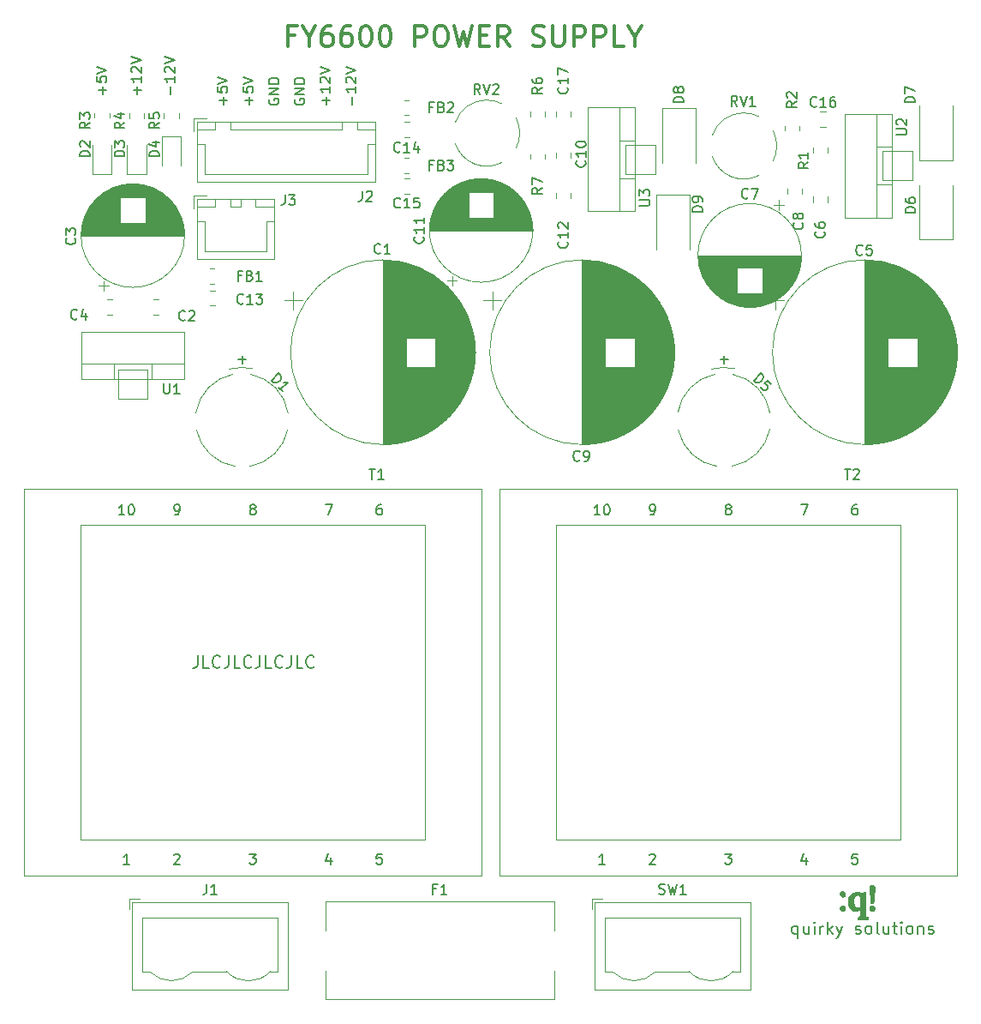
<source format=gbr>
G04 #@! TF.GenerationSoftware,KiCad,Pcbnew,5.1.9-73d0e3b20d~88~ubuntu20.04.1*
G04 #@! TF.CreationDate,2021-01-30T11:56:24+01:00*
G04 #@! TF.ProjectId,FY6600_Power_Supply,46593636-3030-45f5-906f-7765725f5375,1.0*
G04 #@! TF.SameCoordinates,Original*
G04 #@! TF.FileFunction,Legend,Top*
G04 #@! TF.FilePolarity,Positive*
%FSLAX46Y46*%
G04 Gerber Fmt 4.6, Leading zero omitted, Abs format (unit mm)*
G04 Created by KiCad (PCBNEW 5.1.9-73d0e3b20d~88~ubuntu20.04.1) date 2021-01-30 11:56:24*
%MOMM*%
%LPD*%
G01*
G04 APERTURE LIST*
%ADD10C,0.150000*%
%ADD11C,0.200000*%
%ADD12C,0.300000*%
%ADD13C,0.120000*%
%ADD14C,0.010000*%
G04 APERTURE END LIST*
D10*
X120269047Y-76271428D02*
X121030952Y-76271428D01*
X120650000Y-76652380D02*
X120650000Y-75890476D01*
X72644047Y-76271428D02*
X73405952Y-76271428D01*
X73025000Y-76652380D02*
X73025000Y-75890476D01*
X65984428Y-50083404D02*
X65984428Y-49321500D01*
X66365380Y-48321500D02*
X66365380Y-48892928D01*
X66365380Y-48607214D02*
X65365380Y-48607214D01*
X65508238Y-48702452D01*
X65603476Y-48797690D01*
X65651095Y-48892928D01*
X65460619Y-47940547D02*
X65413000Y-47892928D01*
X65365380Y-47797690D01*
X65365380Y-47559595D01*
X65413000Y-47464357D01*
X65460619Y-47416738D01*
X65555857Y-47369119D01*
X65651095Y-47369119D01*
X65793952Y-47416738D01*
X66365380Y-47988166D01*
X66365380Y-47369119D01*
X65365380Y-47083404D02*
X66365380Y-46750071D01*
X65365380Y-46416738D01*
X62682428Y-50083404D02*
X62682428Y-49321500D01*
X63063380Y-49702452D02*
X62301476Y-49702452D01*
X63063380Y-48321500D02*
X63063380Y-48892928D01*
X63063380Y-48607214D02*
X62063380Y-48607214D01*
X62206238Y-48702452D01*
X62301476Y-48797690D01*
X62349095Y-48892928D01*
X62158619Y-47940547D02*
X62111000Y-47892928D01*
X62063380Y-47797690D01*
X62063380Y-47559595D01*
X62111000Y-47464357D01*
X62158619Y-47416738D01*
X62253857Y-47369119D01*
X62349095Y-47369119D01*
X62491952Y-47416738D01*
X63063380Y-47988166D01*
X63063380Y-47369119D01*
X62063380Y-47083404D02*
X63063380Y-46750071D01*
X62063380Y-46416738D01*
X59253428Y-50083404D02*
X59253428Y-49321500D01*
X59634380Y-49702452D02*
X58872476Y-49702452D01*
X58634380Y-48369119D02*
X58634380Y-48845309D01*
X59110571Y-48892928D01*
X59062952Y-48845309D01*
X59015333Y-48750071D01*
X59015333Y-48511976D01*
X59062952Y-48416738D01*
X59110571Y-48369119D01*
X59205809Y-48321500D01*
X59443904Y-48321500D01*
X59539142Y-48369119D01*
X59586761Y-48416738D01*
X59634380Y-48511976D01*
X59634380Y-48750071D01*
X59586761Y-48845309D01*
X59539142Y-48892928D01*
X58634380Y-48035785D02*
X59634380Y-47702452D01*
X58634380Y-47369119D01*
D11*
X68625142Y-105514857D02*
X68625142Y-106372000D01*
X68568000Y-106543428D01*
X68453714Y-106657714D01*
X68282285Y-106714857D01*
X68168000Y-106714857D01*
X69768000Y-106714857D02*
X69196571Y-106714857D01*
X69196571Y-105514857D01*
X70853714Y-106600571D02*
X70796571Y-106657714D01*
X70625142Y-106714857D01*
X70510857Y-106714857D01*
X70339428Y-106657714D01*
X70225142Y-106543428D01*
X70168000Y-106429142D01*
X70110857Y-106200571D01*
X70110857Y-106029142D01*
X70168000Y-105800571D01*
X70225142Y-105686285D01*
X70339428Y-105572000D01*
X70510857Y-105514857D01*
X70625142Y-105514857D01*
X70796571Y-105572000D01*
X70853714Y-105629142D01*
X71710857Y-105514857D02*
X71710857Y-106372000D01*
X71653714Y-106543428D01*
X71539428Y-106657714D01*
X71368000Y-106714857D01*
X71253714Y-106714857D01*
X72853714Y-106714857D02*
X72282285Y-106714857D01*
X72282285Y-105514857D01*
X73939428Y-106600571D02*
X73882285Y-106657714D01*
X73710857Y-106714857D01*
X73596571Y-106714857D01*
X73425142Y-106657714D01*
X73310857Y-106543428D01*
X73253714Y-106429142D01*
X73196571Y-106200571D01*
X73196571Y-106029142D01*
X73253714Y-105800571D01*
X73310857Y-105686285D01*
X73425142Y-105572000D01*
X73596571Y-105514857D01*
X73710857Y-105514857D01*
X73882285Y-105572000D01*
X73939428Y-105629142D01*
X74796571Y-105514857D02*
X74796571Y-106372000D01*
X74739428Y-106543428D01*
X74625142Y-106657714D01*
X74453714Y-106714857D01*
X74339428Y-106714857D01*
X75939428Y-106714857D02*
X75368000Y-106714857D01*
X75368000Y-105514857D01*
X77025142Y-106600571D02*
X76968000Y-106657714D01*
X76796571Y-106714857D01*
X76682285Y-106714857D01*
X76510857Y-106657714D01*
X76396571Y-106543428D01*
X76339428Y-106429142D01*
X76282285Y-106200571D01*
X76282285Y-106029142D01*
X76339428Y-105800571D01*
X76396571Y-105686285D01*
X76510857Y-105572000D01*
X76682285Y-105514857D01*
X76796571Y-105514857D01*
X76968000Y-105572000D01*
X77025142Y-105629142D01*
X77882285Y-105514857D02*
X77882285Y-106372000D01*
X77825142Y-106543428D01*
X77710857Y-106657714D01*
X77539428Y-106714857D01*
X77425142Y-106714857D01*
X79025142Y-106714857D02*
X78453714Y-106714857D01*
X78453714Y-105514857D01*
X80110857Y-106600571D02*
X80053714Y-106657714D01*
X79882285Y-106714857D01*
X79768000Y-106714857D01*
X79596571Y-106657714D01*
X79482285Y-106543428D01*
X79425142Y-106429142D01*
X79368000Y-106200571D01*
X79368000Y-106029142D01*
X79425142Y-105800571D01*
X79482285Y-105686285D01*
X79596571Y-105572000D01*
X79768000Y-105514857D01*
X79882285Y-105514857D01*
X80053714Y-105572000D01*
X80110857Y-105629142D01*
X127937428Y-132203857D02*
X127937428Y-133403857D01*
X127937428Y-132946714D02*
X127823142Y-133003857D01*
X127594571Y-133003857D01*
X127480285Y-132946714D01*
X127423142Y-132889571D01*
X127366000Y-132775285D01*
X127366000Y-132432428D01*
X127423142Y-132318142D01*
X127480285Y-132261000D01*
X127594571Y-132203857D01*
X127823142Y-132203857D01*
X127937428Y-132261000D01*
X129023142Y-132203857D02*
X129023142Y-133003857D01*
X128508857Y-132203857D02*
X128508857Y-132832428D01*
X128566000Y-132946714D01*
X128680285Y-133003857D01*
X128851714Y-133003857D01*
X128966000Y-132946714D01*
X129023142Y-132889571D01*
X129594571Y-133003857D02*
X129594571Y-132203857D01*
X129594571Y-131803857D02*
X129537428Y-131861000D01*
X129594571Y-131918142D01*
X129651714Y-131861000D01*
X129594571Y-131803857D01*
X129594571Y-131918142D01*
X130166000Y-133003857D02*
X130166000Y-132203857D01*
X130166000Y-132432428D02*
X130223142Y-132318142D01*
X130280285Y-132261000D01*
X130394571Y-132203857D01*
X130508857Y-132203857D01*
X130908857Y-133003857D02*
X130908857Y-131803857D01*
X131023142Y-132546714D02*
X131366000Y-133003857D01*
X131366000Y-132203857D02*
X130908857Y-132661000D01*
X131766000Y-132203857D02*
X132051714Y-133003857D01*
X132337428Y-132203857D02*
X132051714Y-133003857D01*
X131937428Y-133289571D01*
X131880285Y-133346714D01*
X131766000Y-133403857D01*
X133651714Y-132946714D02*
X133766000Y-133003857D01*
X133994571Y-133003857D01*
X134108857Y-132946714D01*
X134166000Y-132832428D01*
X134166000Y-132775285D01*
X134108857Y-132661000D01*
X133994571Y-132603857D01*
X133823142Y-132603857D01*
X133708857Y-132546714D01*
X133651714Y-132432428D01*
X133651714Y-132375285D01*
X133708857Y-132261000D01*
X133823142Y-132203857D01*
X133994571Y-132203857D01*
X134108857Y-132261000D01*
X134851714Y-133003857D02*
X134737428Y-132946714D01*
X134680285Y-132889571D01*
X134623142Y-132775285D01*
X134623142Y-132432428D01*
X134680285Y-132318142D01*
X134737428Y-132261000D01*
X134851714Y-132203857D01*
X135023142Y-132203857D01*
X135137428Y-132261000D01*
X135194571Y-132318142D01*
X135251714Y-132432428D01*
X135251714Y-132775285D01*
X135194571Y-132889571D01*
X135137428Y-132946714D01*
X135023142Y-133003857D01*
X134851714Y-133003857D01*
X135937428Y-133003857D02*
X135823142Y-132946714D01*
X135766000Y-132832428D01*
X135766000Y-131803857D01*
X136908857Y-132203857D02*
X136908857Y-133003857D01*
X136394571Y-132203857D02*
X136394571Y-132832428D01*
X136451714Y-132946714D01*
X136566000Y-133003857D01*
X136737428Y-133003857D01*
X136851714Y-132946714D01*
X136908857Y-132889571D01*
X137308857Y-132203857D02*
X137766000Y-132203857D01*
X137480285Y-131803857D02*
X137480285Y-132832428D01*
X137537428Y-132946714D01*
X137651714Y-133003857D01*
X137766000Y-133003857D01*
X138166000Y-133003857D02*
X138166000Y-132203857D01*
X138166000Y-131803857D02*
X138108857Y-131861000D01*
X138166000Y-131918142D01*
X138223142Y-131861000D01*
X138166000Y-131803857D01*
X138166000Y-131918142D01*
X138908857Y-133003857D02*
X138794571Y-132946714D01*
X138737428Y-132889571D01*
X138680285Y-132775285D01*
X138680285Y-132432428D01*
X138737428Y-132318142D01*
X138794571Y-132261000D01*
X138908857Y-132203857D01*
X139080285Y-132203857D01*
X139194571Y-132261000D01*
X139251714Y-132318142D01*
X139308857Y-132432428D01*
X139308857Y-132775285D01*
X139251714Y-132889571D01*
X139194571Y-132946714D01*
X139080285Y-133003857D01*
X138908857Y-133003857D01*
X139823142Y-132203857D02*
X139823142Y-133003857D01*
X139823142Y-132318142D02*
X139880285Y-132261000D01*
X139994571Y-132203857D01*
X140166000Y-132203857D01*
X140280285Y-132261000D01*
X140337428Y-132375285D01*
X140337428Y-133003857D01*
X140851714Y-132946714D02*
X140966000Y-133003857D01*
X141194571Y-133003857D01*
X141308857Y-132946714D01*
X141366000Y-132832428D01*
X141366000Y-132775285D01*
X141308857Y-132661000D01*
X141194571Y-132603857D01*
X141023142Y-132603857D01*
X140908857Y-132546714D01*
X140851714Y-132432428D01*
X140851714Y-132375285D01*
X140908857Y-132261000D01*
X141023142Y-132203857D01*
X141194571Y-132203857D01*
X141308857Y-132261000D01*
D12*
X78202333Y-44307142D02*
X77535666Y-44307142D01*
X77535666Y-45354761D02*
X77535666Y-43354761D01*
X78488047Y-43354761D01*
X79630904Y-44402380D02*
X79630904Y-45354761D01*
X78964238Y-43354761D02*
X79630904Y-44402380D01*
X80297571Y-43354761D01*
X81821380Y-43354761D02*
X81440428Y-43354761D01*
X81249952Y-43450000D01*
X81154714Y-43545238D01*
X80964238Y-43830952D01*
X80869000Y-44211904D01*
X80869000Y-44973809D01*
X80964238Y-45164285D01*
X81059476Y-45259523D01*
X81249952Y-45354761D01*
X81630904Y-45354761D01*
X81821380Y-45259523D01*
X81916619Y-45164285D01*
X82011857Y-44973809D01*
X82011857Y-44497619D01*
X81916619Y-44307142D01*
X81821380Y-44211904D01*
X81630904Y-44116666D01*
X81249952Y-44116666D01*
X81059476Y-44211904D01*
X80964238Y-44307142D01*
X80869000Y-44497619D01*
X83726142Y-43354761D02*
X83345190Y-43354761D01*
X83154714Y-43450000D01*
X83059476Y-43545238D01*
X82869000Y-43830952D01*
X82773761Y-44211904D01*
X82773761Y-44973809D01*
X82869000Y-45164285D01*
X82964238Y-45259523D01*
X83154714Y-45354761D01*
X83535666Y-45354761D01*
X83726142Y-45259523D01*
X83821380Y-45164285D01*
X83916619Y-44973809D01*
X83916619Y-44497619D01*
X83821380Y-44307142D01*
X83726142Y-44211904D01*
X83535666Y-44116666D01*
X83154714Y-44116666D01*
X82964238Y-44211904D01*
X82869000Y-44307142D01*
X82773761Y-44497619D01*
X85154714Y-43354761D02*
X85345190Y-43354761D01*
X85535666Y-43450000D01*
X85630904Y-43545238D01*
X85726142Y-43735714D01*
X85821380Y-44116666D01*
X85821380Y-44592857D01*
X85726142Y-44973809D01*
X85630904Y-45164285D01*
X85535666Y-45259523D01*
X85345190Y-45354761D01*
X85154714Y-45354761D01*
X84964238Y-45259523D01*
X84869000Y-45164285D01*
X84773761Y-44973809D01*
X84678523Y-44592857D01*
X84678523Y-44116666D01*
X84773761Y-43735714D01*
X84869000Y-43545238D01*
X84964238Y-43450000D01*
X85154714Y-43354761D01*
X87059476Y-43354761D02*
X87249952Y-43354761D01*
X87440428Y-43450000D01*
X87535666Y-43545238D01*
X87630904Y-43735714D01*
X87726142Y-44116666D01*
X87726142Y-44592857D01*
X87630904Y-44973809D01*
X87535666Y-45164285D01*
X87440428Y-45259523D01*
X87249952Y-45354761D01*
X87059476Y-45354761D01*
X86869000Y-45259523D01*
X86773761Y-45164285D01*
X86678523Y-44973809D01*
X86583285Y-44592857D01*
X86583285Y-44116666D01*
X86678523Y-43735714D01*
X86773761Y-43545238D01*
X86869000Y-43450000D01*
X87059476Y-43354761D01*
X90107095Y-45354761D02*
X90107095Y-43354761D01*
X90869000Y-43354761D01*
X91059476Y-43450000D01*
X91154714Y-43545238D01*
X91249952Y-43735714D01*
X91249952Y-44021428D01*
X91154714Y-44211904D01*
X91059476Y-44307142D01*
X90869000Y-44402380D01*
X90107095Y-44402380D01*
X92488047Y-43354761D02*
X92869000Y-43354761D01*
X93059476Y-43450000D01*
X93249952Y-43640476D01*
X93345190Y-44021428D01*
X93345190Y-44688095D01*
X93249952Y-45069047D01*
X93059476Y-45259523D01*
X92869000Y-45354761D01*
X92488047Y-45354761D01*
X92297571Y-45259523D01*
X92107095Y-45069047D01*
X92011857Y-44688095D01*
X92011857Y-44021428D01*
X92107095Y-43640476D01*
X92297571Y-43450000D01*
X92488047Y-43354761D01*
X94011857Y-43354761D02*
X94488047Y-45354761D01*
X94869000Y-43926190D01*
X95249952Y-45354761D01*
X95726142Y-43354761D01*
X96488047Y-44307142D02*
X97154714Y-44307142D01*
X97440428Y-45354761D02*
X96488047Y-45354761D01*
X96488047Y-43354761D01*
X97440428Y-43354761D01*
X99440428Y-45354761D02*
X98773761Y-44402380D01*
X98297571Y-45354761D02*
X98297571Y-43354761D01*
X99059476Y-43354761D01*
X99249952Y-43450000D01*
X99345190Y-43545238D01*
X99440428Y-43735714D01*
X99440428Y-44021428D01*
X99345190Y-44211904D01*
X99249952Y-44307142D01*
X99059476Y-44402380D01*
X98297571Y-44402380D01*
X101726142Y-45259523D02*
X102011857Y-45354761D01*
X102488047Y-45354761D01*
X102678523Y-45259523D01*
X102773761Y-45164285D01*
X102869000Y-44973809D01*
X102869000Y-44783333D01*
X102773761Y-44592857D01*
X102678523Y-44497619D01*
X102488047Y-44402380D01*
X102107095Y-44307142D01*
X101916619Y-44211904D01*
X101821380Y-44116666D01*
X101726142Y-43926190D01*
X101726142Y-43735714D01*
X101821380Y-43545238D01*
X101916619Y-43450000D01*
X102107095Y-43354761D01*
X102583285Y-43354761D01*
X102869000Y-43450000D01*
X103726142Y-43354761D02*
X103726142Y-44973809D01*
X103821380Y-45164285D01*
X103916619Y-45259523D01*
X104107095Y-45354761D01*
X104488047Y-45354761D01*
X104678523Y-45259523D01*
X104773761Y-45164285D01*
X104869000Y-44973809D01*
X104869000Y-43354761D01*
X105821380Y-45354761D02*
X105821380Y-43354761D01*
X106583285Y-43354761D01*
X106773761Y-43450000D01*
X106869000Y-43545238D01*
X106964238Y-43735714D01*
X106964238Y-44021428D01*
X106869000Y-44211904D01*
X106773761Y-44307142D01*
X106583285Y-44402380D01*
X105821380Y-44402380D01*
X107821380Y-45354761D02*
X107821380Y-43354761D01*
X108583285Y-43354761D01*
X108773761Y-43450000D01*
X108869000Y-43545238D01*
X108964238Y-43735714D01*
X108964238Y-44021428D01*
X108869000Y-44211904D01*
X108773761Y-44307142D01*
X108583285Y-44402380D01*
X107821380Y-44402380D01*
X110773761Y-45354761D02*
X109821380Y-45354761D01*
X109821380Y-43354761D01*
X111821380Y-44402380D02*
X111821380Y-45354761D01*
X111154714Y-43354761D02*
X111821380Y-44402380D01*
X112488047Y-43354761D01*
D10*
X78240000Y-50575595D02*
X78192380Y-50670833D01*
X78192380Y-50813690D01*
X78240000Y-50956547D01*
X78335238Y-51051785D01*
X78430476Y-51099404D01*
X78620952Y-51147023D01*
X78763809Y-51147023D01*
X78954285Y-51099404D01*
X79049523Y-51051785D01*
X79144761Y-50956547D01*
X79192380Y-50813690D01*
X79192380Y-50718452D01*
X79144761Y-50575595D01*
X79097142Y-50527976D01*
X78763809Y-50527976D01*
X78763809Y-50718452D01*
X79192380Y-50099404D02*
X78192380Y-50099404D01*
X79192380Y-49527976D01*
X78192380Y-49527976D01*
X79192380Y-49051785D02*
X78192380Y-49051785D01*
X78192380Y-48813690D01*
X78240000Y-48670833D01*
X78335238Y-48575595D01*
X78430476Y-48527976D01*
X78620952Y-48480357D01*
X78763809Y-48480357D01*
X78954285Y-48527976D01*
X79049523Y-48575595D01*
X79144761Y-48670833D01*
X79192380Y-48813690D01*
X79192380Y-49051785D01*
X75700000Y-50575595D02*
X75652380Y-50670833D01*
X75652380Y-50813690D01*
X75700000Y-50956547D01*
X75795238Y-51051785D01*
X75890476Y-51099404D01*
X76080952Y-51147023D01*
X76223809Y-51147023D01*
X76414285Y-51099404D01*
X76509523Y-51051785D01*
X76604761Y-50956547D01*
X76652380Y-50813690D01*
X76652380Y-50718452D01*
X76604761Y-50575595D01*
X76557142Y-50527976D01*
X76223809Y-50527976D01*
X76223809Y-50718452D01*
X76652380Y-50099404D02*
X75652380Y-50099404D01*
X76652380Y-49527976D01*
X75652380Y-49527976D01*
X76652380Y-49051785D02*
X75652380Y-49051785D01*
X75652380Y-48813690D01*
X75700000Y-48670833D01*
X75795238Y-48575595D01*
X75890476Y-48527976D01*
X76080952Y-48480357D01*
X76223809Y-48480357D01*
X76414285Y-48527976D01*
X76509523Y-48575595D01*
X76604761Y-48670833D01*
X76652380Y-48813690D01*
X76652380Y-49051785D01*
X83891428Y-51099404D02*
X83891428Y-50337500D01*
X84272380Y-49337500D02*
X84272380Y-49908928D01*
X84272380Y-49623214D02*
X83272380Y-49623214D01*
X83415238Y-49718452D01*
X83510476Y-49813690D01*
X83558095Y-49908928D01*
X83367619Y-48956547D02*
X83320000Y-48908928D01*
X83272380Y-48813690D01*
X83272380Y-48575595D01*
X83320000Y-48480357D01*
X83367619Y-48432738D01*
X83462857Y-48385119D01*
X83558095Y-48385119D01*
X83700952Y-48432738D01*
X84272380Y-49004166D01*
X84272380Y-48385119D01*
X83272380Y-48099404D02*
X84272380Y-47766071D01*
X83272380Y-47432738D01*
X81351428Y-51099404D02*
X81351428Y-50337500D01*
X81732380Y-50718452D02*
X80970476Y-50718452D01*
X81732380Y-49337500D02*
X81732380Y-49908928D01*
X81732380Y-49623214D02*
X80732380Y-49623214D01*
X80875238Y-49718452D01*
X80970476Y-49813690D01*
X81018095Y-49908928D01*
X80827619Y-48956547D02*
X80780000Y-48908928D01*
X80732380Y-48813690D01*
X80732380Y-48575595D01*
X80780000Y-48480357D01*
X80827619Y-48432738D01*
X80922857Y-48385119D01*
X81018095Y-48385119D01*
X81160952Y-48432738D01*
X81732380Y-49004166D01*
X81732380Y-48385119D01*
X80732380Y-48099404D02*
X81732380Y-47766071D01*
X80732380Y-47432738D01*
X73731428Y-51099404D02*
X73731428Y-50337500D01*
X74112380Y-50718452D02*
X73350476Y-50718452D01*
X73112380Y-49385119D02*
X73112380Y-49861309D01*
X73588571Y-49908928D01*
X73540952Y-49861309D01*
X73493333Y-49766071D01*
X73493333Y-49527976D01*
X73540952Y-49432738D01*
X73588571Y-49385119D01*
X73683809Y-49337500D01*
X73921904Y-49337500D01*
X74017142Y-49385119D01*
X74064761Y-49432738D01*
X74112380Y-49527976D01*
X74112380Y-49766071D01*
X74064761Y-49861309D01*
X74017142Y-49908928D01*
X73112380Y-49051785D02*
X74112380Y-48718452D01*
X73112380Y-48385119D01*
X71191428Y-51099404D02*
X71191428Y-50337500D01*
X71572380Y-50718452D02*
X70810476Y-50718452D01*
X70572380Y-49385119D02*
X70572380Y-49861309D01*
X71048571Y-49908928D01*
X71000952Y-49861309D01*
X70953333Y-49766071D01*
X70953333Y-49527976D01*
X71000952Y-49432738D01*
X71048571Y-49385119D01*
X71143809Y-49337500D01*
X71381904Y-49337500D01*
X71477142Y-49385119D01*
X71524761Y-49432738D01*
X71572380Y-49527976D01*
X71572380Y-49766071D01*
X71524761Y-49861309D01*
X71477142Y-49908928D01*
X70572380Y-49051785D02*
X71572380Y-48718452D01*
X70572380Y-48385119D01*
D13*
X117220000Y-60005000D02*
X117220000Y-65405000D01*
X113920000Y-60005000D02*
X113920000Y-65405000D01*
X117220000Y-60005000D02*
X113920000Y-60005000D01*
X117855000Y-51464000D02*
X117855000Y-56864000D01*
X114555000Y-51464000D02*
X114555000Y-56864000D01*
X117855000Y-51464000D02*
X114555000Y-51464000D01*
X139955000Y-56645000D02*
X139955000Y-51245000D01*
X143255000Y-56645000D02*
X143255000Y-51245000D01*
X139955000Y-56645000D02*
X143255000Y-56645000D01*
X139955000Y-64455000D02*
X139955000Y-59055000D01*
X143255000Y-64455000D02*
X143255000Y-59055000D01*
X139955000Y-64455000D02*
X143255000Y-64455000D01*
X104040000Y-51808748D02*
X104040000Y-52331252D01*
X105510000Y-51808748D02*
X105510000Y-52331252D01*
X130167748Y-53313000D02*
X130690252Y-53313000D01*
X130167748Y-51843000D02*
X130690252Y-51843000D01*
X68270000Y-60115000D02*
X68270000Y-61365000D01*
X69520000Y-60115000D02*
X68270000Y-60115000D01*
X75420000Y-65615000D02*
X72370000Y-65615000D01*
X75420000Y-62665000D02*
X75420000Y-65615000D01*
X76170000Y-62665000D02*
X75420000Y-62665000D01*
X69320000Y-65615000D02*
X72370000Y-65615000D01*
X69320000Y-62665000D02*
X69320000Y-65615000D01*
X68570000Y-62665000D02*
X69320000Y-62665000D01*
X76170000Y-60415000D02*
X74370000Y-60415000D01*
X76170000Y-61165000D02*
X76170000Y-60415000D01*
X74370000Y-61165000D02*
X76170000Y-61165000D01*
X74370000Y-60415000D02*
X74370000Y-61165000D01*
X70370000Y-60415000D02*
X68570000Y-60415000D01*
X70370000Y-61165000D02*
X70370000Y-60415000D01*
X68570000Y-61165000D02*
X70370000Y-61165000D01*
X68570000Y-60415000D02*
X68570000Y-61165000D01*
X72870000Y-60415000D02*
X71870000Y-60415000D01*
X72870000Y-61165000D02*
X72870000Y-60415000D01*
X71870000Y-61165000D02*
X72870000Y-61165000D01*
X71870000Y-60415000D02*
X71870000Y-61165000D01*
X76180000Y-60405000D02*
X68560000Y-60405000D01*
X76180000Y-66375000D02*
X76180000Y-60405000D01*
X68560000Y-66375000D02*
X76180000Y-66375000D01*
X68560000Y-60405000D02*
X68560000Y-66375000D01*
X89037936Y-57885000D02*
X89492064Y-57885000D01*
X89037936Y-56415000D02*
X89492064Y-56415000D01*
X89037936Y-52170000D02*
X89492064Y-52170000D01*
X89037936Y-50700000D02*
X89492064Y-50700000D01*
X70309064Y-67337000D02*
X69854936Y-67337000D01*
X70309064Y-68807000D02*
X69854936Y-68807000D01*
X89563752Y-58447000D02*
X89041248Y-58447000D01*
X89563752Y-59917000D02*
X89041248Y-59917000D01*
X89041248Y-54329000D02*
X89563752Y-54329000D01*
X89041248Y-52859000D02*
X89563752Y-52859000D01*
X70386752Y-69496000D02*
X69864248Y-69496000D01*
X70386752Y-70966000D02*
X69864248Y-70966000D01*
D14*
G36*
X132458309Y-128780310D02*
G01*
X132530532Y-128826079D01*
X132585180Y-128893578D01*
X132618330Y-128976075D01*
X132626059Y-129066834D01*
X132604443Y-129159122D01*
X132549559Y-129246205D01*
X132548566Y-129247322D01*
X132477785Y-129298264D01*
X132388501Y-129323711D01*
X132296640Y-129321365D01*
X132225474Y-129293948D01*
X132153298Y-129225188D01*
X132111993Y-129138351D01*
X132100608Y-129042944D01*
X132118189Y-128948473D01*
X132163787Y-128864443D01*
X132236450Y-128800361D01*
X132276831Y-128780903D01*
X132372434Y-128763007D01*
X132458309Y-128780310D01*
G37*
X132458309Y-128780310D02*
X132530532Y-128826079D01*
X132585180Y-128893578D01*
X132618330Y-128976075D01*
X132626059Y-129066834D01*
X132604443Y-129159122D01*
X132549559Y-129246205D01*
X132548566Y-129247322D01*
X132477785Y-129298264D01*
X132388501Y-129323711D01*
X132296640Y-129321365D01*
X132225474Y-129293948D01*
X132153298Y-129225188D01*
X132111993Y-129138351D01*
X132100608Y-129042944D01*
X132118189Y-128948473D01*
X132163787Y-128864443D01*
X132236450Y-128800361D01*
X132276831Y-128780903D01*
X132372434Y-128763007D01*
X132458309Y-128780310D01*
G36*
X135393315Y-128175690D02*
G01*
X135463010Y-128228812D01*
X135490972Y-128269669D01*
X135505544Y-128301193D01*
X135516511Y-128337179D01*
X135523808Y-128382052D01*
X135527367Y-128440238D01*
X135527121Y-128516162D01*
X135523003Y-128614251D01*
X135514947Y-128738930D01*
X135502884Y-128894625D01*
X135486749Y-129085762D01*
X135476919Y-129198448D01*
X135459805Y-129395920D01*
X135446007Y-129555323D01*
X135434431Y-129680690D01*
X135423984Y-129776056D01*
X135413572Y-129845455D01*
X135402100Y-129892921D01*
X135388474Y-129922487D01*
X135371600Y-129938187D01*
X135350384Y-129944056D01*
X135323733Y-129944127D01*
X135290551Y-129942434D01*
X135275207Y-129942166D01*
X135208450Y-129939744D01*
X135162646Y-129933452D01*
X135148881Y-129926291D01*
X135146886Y-129902064D01*
X135141367Y-129840868D01*
X135132803Y-129747881D01*
X135121675Y-129628277D01*
X135108465Y-129487232D01*
X135093652Y-129329921D01*
X135085499Y-129243666D01*
X135065222Y-129027378D01*
X135049135Y-128848985D01*
X135037171Y-128704260D01*
X135029264Y-128588981D01*
X135025347Y-128498921D01*
X135025353Y-128429857D01*
X135029217Y-128377563D01*
X135036870Y-128337815D01*
X135048248Y-128306388D01*
X135063283Y-128279057D01*
X135070128Y-128268590D01*
X135137899Y-128199507D01*
X135220917Y-128161012D01*
X135309336Y-128153082D01*
X135393315Y-128175690D01*
G37*
X135393315Y-128175690D02*
X135463010Y-128228812D01*
X135490972Y-128269669D01*
X135505544Y-128301193D01*
X135516511Y-128337179D01*
X135523808Y-128382052D01*
X135527367Y-128440238D01*
X135527121Y-128516162D01*
X135523003Y-128614251D01*
X135514947Y-128738930D01*
X135502884Y-128894625D01*
X135486749Y-129085762D01*
X135476919Y-129198448D01*
X135459805Y-129395920D01*
X135446007Y-129555323D01*
X135434431Y-129680690D01*
X135423984Y-129776056D01*
X135413572Y-129845455D01*
X135402100Y-129892921D01*
X135388474Y-129922487D01*
X135371600Y-129938187D01*
X135350384Y-129944056D01*
X135323733Y-129944127D01*
X135290551Y-129942434D01*
X135275207Y-129942166D01*
X135208450Y-129939744D01*
X135162646Y-129933452D01*
X135148881Y-129926291D01*
X135146886Y-129902064D01*
X135141367Y-129840868D01*
X135132803Y-129747881D01*
X135121675Y-129628277D01*
X135108465Y-129487232D01*
X135093652Y-129329921D01*
X135085499Y-129243666D01*
X135065222Y-129027378D01*
X135049135Y-128848985D01*
X135037171Y-128704260D01*
X135029264Y-128588981D01*
X135025347Y-128498921D01*
X135025353Y-128429857D01*
X135029217Y-128377563D01*
X135036870Y-128337815D01*
X135048248Y-128306388D01*
X135063283Y-128279057D01*
X135070128Y-128268590D01*
X135137899Y-128199507D01*
X135220917Y-128161012D01*
X135309336Y-128153082D01*
X135393315Y-128175690D01*
G36*
X135327038Y-130184786D02*
G01*
X135405496Y-130217293D01*
X135470426Y-130277102D01*
X135515297Y-130360934D01*
X135533580Y-130465509D01*
X135531935Y-130512978D01*
X135504398Y-130605238D01*
X135446392Y-130677730D01*
X135367004Y-130725755D01*
X135275326Y-130744617D01*
X135180445Y-130729620D01*
X135144141Y-130713365D01*
X135080313Y-130656519D01*
X135038336Y-130574573D01*
X135020163Y-130479789D01*
X135027745Y-130384432D01*
X135063033Y-130300767D01*
X135075776Y-130283870D01*
X135155648Y-130214795D01*
X135241579Y-130182860D01*
X135327038Y-130184786D01*
G37*
X135327038Y-130184786D02*
X135405496Y-130217293D01*
X135470426Y-130277102D01*
X135515297Y-130360934D01*
X135533580Y-130465509D01*
X135531935Y-130512978D01*
X135504398Y-130605238D01*
X135446392Y-130677730D01*
X135367004Y-130725755D01*
X135275326Y-130744617D01*
X135180445Y-130729620D01*
X135144141Y-130713365D01*
X135080313Y-130656519D01*
X135038336Y-130574573D01*
X135020163Y-130479789D01*
X135027745Y-130384432D01*
X135063033Y-130300767D01*
X135075776Y-130283870D01*
X135155648Y-130214795D01*
X135241579Y-130182860D01*
X135327038Y-130184786D01*
G36*
X132444320Y-130196746D02*
G01*
X132517453Y-130239342D01*
X132574402Y-130303678D01*
X132611593Y-130383008D01*
X132625451Y-130470586D01*
X132612403Y-130559666D01*
X132568873Y-130643499D01*
X132522493Y-130692023D01*
X132443314Y-130733653D01*
X132349161Y-130746756D01*
X132257706Y-130729758D01*
X132232183Y-130717864D01*
X132160404Y-130656271D01*
X132117076Y-130573716D01*
X132101594Y-130480025D01*
X132113354Y-130385026D01*
X132151753Y-130298545D01*
X132216184Y-130230407D01*
X132263801Y-130203762D01*
X132358578Y-130182638D01*
X132444320Y-130196746D01*
G37*
X132444320Y-130196746D02*
X132517453Y-130239342D01*
X132574402Y-130303678D01*
X132611593Y-130383008D01*
X132625451Y-130470586D01*
X132612403Y-130559666D01*
X132568873Y-130643499D01*
X132522493Y-130692023D01*
X132443314Y-130733653D01*
X132349161Y-130746756D01*
X132257706Y-130729758D01*
X132232183Y-130717864D01*
X132160404Y-130656271D01*
X132117076Y-130573716D01*
X132101594Y-130480025D01*
X132113354Y-130385026D01*
X132151753Y-130298545D01*
X132216184Y-130230407D01*
X132263801Y-130203762D01*
X132358578Y-130182638D01*
X132444320Y-130196746D01*
G36*
X133982160Y-128870435D02*
G01*
X134104471Y-128892334D01*
X134216462Y-128916552D01*
X134303165Y-128925110D01*
X134359329Y-128917764D01*
X134376583Y-128904999D01*
X134403432Y-128893269D01*
X134458615Y-128885582D01*
X134505801Y-128883833D01*
X134621937Y-128883833D01*
X134615677Y-130100487D01*
X134609416Y-131317142D01*
X134831666Y-131291004D01*
X134831666Y-131593166D01*
X133879166Y-131593166D01*
X133879166Y-131466166D01*
X133880364Y-131395722D01*
X133886590Y-131357684D01*
X133901792Y-131342137D01*
X133929738Y-131339166D01*
X133983328Y-131325981D01*
X134030280Y-131298750D01*
X134048875Y-131281940D01*
X134062347Y-131261744D01*
X134071697Y-131231374D01*
X134077923Y-131184040D01*
X134082026Y-131112951D01*
X134085006Y-131011318D01*
X134087062Y-130913093D01*
X134089378Y-130785490D01*
X134090125Y-130694798D01*
X134088749Y-130635606D01*
X134084699Y-130602504D01*
X134077424Y-130590081D01*
X134066372Y-130592928D01*
X134055312Y-130601793D01*
X133954994Y-130666754D01*
X133828502Y-130714139D01*
X133689331Y-130741154D01*
X133550976Y-130745004D01*
X133444924Y-130728200D01*
X133299918Y-130667609D01*
X133172222Y-130571093D01*
X133065978Y-130442960D01*
X132985325Y-130287520D01*
X132964054Y-130227916D01*
X132934071Y-130096233D01*
X132918272Y-129943416D01*
X132916619Y-129783678D01*
X132918343Y-129762566D01*
X133466671Y-129762566D01*
X133466679Y-129772833D01*
X133467540Y-129892849D01*
X133470692Y-129980322D01*
X133477372Y-130045026D01*
X133488820Y-130096738D01*
X133506273Y-130145234D01*
X133516977Y-130169862D01*
X133559856Y-130246504D01*
X133613361Y-130317796D01*
X133641823Y-130346826D01*
X133691189Y-130385797D01*
X133734734Y-130403501D01*
X133791785Y-130405794D01*
X133828123Y-130403265D01*
X133932343Y-130382249D01*
X134015223Y-130336349D01*
X134090833Y-130278678D01*
X134090754Y-129798214D01*
X134090477Y-129641909D01*
X134089402Y-129522019D01*
X134087072Y-129432628D01*
X134083032Y-129367819D01*
X134076826Y-129321675D01*
X134067999Y-129288279D01*
X134056094Y-129261715D01*
X134048411Y-129248430D01*
X133990607Y-129182960D01*
X133911643Y-129147356D01*
X133817418Y-129137833D01*
X133717284Y-129157654D01*
X133629317Y-129217398D01*
X133552973Y-129317486D01*
X133529916Y-129360083D01*
X133504235Y-129413424D01*
X133486620Y-129459140D01*
X133475564Y-129507071D01*
X133469559Y-129567058D01*
X133467097Y-129648943D01*
X133466671Y-129762566D01*
X132918343Y-129762566D01*
X132929071Y-129631234D01*
X132955590Y-129500295D01*
X132966183Y-129467608D01*
X133051210Y-129281323D01*
X133159754Y-129129306D01*
X133293598Y-129009497D01*
X133430959Y-128930343D01*
X133543817Y-128893216D01*
X133682709Y-128870325D01*
X133833527Y-128862466D01*
X133982160Y-128870435D01*
G37*
X133982160Y-128870435D02*
X134104471Y-128892334D01*
X134216462Y-128916552D01*
X134303165Y-128925110D01*
X134359329Y-128917764D01*
X134376583Y-128904999D01*
X134403432Y-128893269D01*
X134458615Y-128885582D01*
X134505801Y-128883833D01*
X134621937Y-128883833D01*
X134615677Y-130100487D01*
X134609416Y-131317142D01*
X134831666Y-131291004D01*
X134831666Y-131593166D01*
X133879166Y-131593166D01*
X133879166Y-131466166D01*
X133880364Y-131395722D01*
X133886590Y-131357684D01*
X133901792Y-131342137D01*
X133929738Y-131339166D01*
X133983328Y-131325981D01*
X134030280Y-131298750D01*
X134048875Y-131281940D01*
X134062347Y-131261744D01*
X134071697Y-131231374D01*
X134077923Y-131184040D01*
X134082026Y-131112951D01*
X134085006Y-131011318D01*
X134087062Y-130913093D01*
X134089378Y-130785490D01*
X134090125Y-130694798D01*
X134088749Y-130635606D01*
X134084699Y-130602504D01*
X134077424Y-130590081D01*
X134066372Y-130592928D01*
X134055312Y-130601793D01*
X133954994Y-130666754D01*
X133828502Y-130714139D01*
X133689331Y-130741154D01*
X133550976Y-130745004D01*
X133444924Y-130728200D01*
X133299918Y-130667609D01*
X133172222Y-130571093D01*
X133065978Y-130442960D01*
X132985325Y-130287520D01*
X132964054Y-130227916D01*
X132934071Y-130096233D01*
X132918272Y-129943416D01*
X132916619Y-129783678D01*
X132918343Y-129762566D01*
X133466671Y-129762566D01*
X133466679Y-129772833D01*
X133467540Y-129892849D01*
X133470692Y-129980322D01*
X133477372Y-130045026D01*
X133488820Y-130096738D01*
X133506273Y-130145234D01*
X133516977Y-130169862D01*
X133559856Y-130246504D01*
X133613361Y-130317796D01*
X133641823Y-130346826D01*
X133691189Y-130385797D01*
X133734734Y-130403501D01*
X133791785Y-130405794D01*
X133828123Y-130403265D01*
X133932343Y-130382249D01*
X134015223Y-130336349D01*
X134090833Y-130278678D01*
X134090754Y-129798214D01*
X134090477Y-129641909D01*
X134089402Y-129522019D01*
X134087072Y-129432628D01*
X134083032Y-129367819D01*
X134076826Y-129321675D01*
X134067999Y-129288279D01*
X134056094Y-129261715D01*
X134048411Y-129248430D01*
X133990607Y-129182960D01*
X133911643Y-129147356D01*
X133817418Y-129137833D01*
X133717284Y-129157654D01*
X133629317Y-129217398D01*
X133552973Y-129317486D01*
X133529916Y-129360083D01*
X133504235Y-129413424D01*
X133486620Y-129459140D01*
X133475564Y-129507071D01*
X133469559Y-129567058D01*
X133467097Y-129648943D01*
X133466671Y-129762566D01*
X132918343Y-129762566D01*
X132929071Y-129631234D01*
X132955590Y-129500295D01*
X132966183Y-129467608D01*
X133051210Y-129281323D01*
X133159754Y-129129306D01*
X133293598Y-129009497D01*
X133430959Y-128930343D01*
X133543817Y-128893216D01*
X133682709Y-128870325D01*
X133833527Y-128862466D01*
X133982160Y-128870435D01*
D13*
X111855000Y-58366000D02*
X110345000Y-58366000D01*
X111855000Y-54665000D02*
X110345000Y-54665000D01*
X110345000Y-51395000D02*
X110345000Y-61635000D01*
X111855000Y-61635000D02*
X107214000Y-61635000D01*
X111855000Y-51395000D02*
X107214000Y-51395000D01*
X107214000Y-51395000D02*
X107214000Y-61635000D01*
X111855000Y-51395000D02*
X111855000Y-61635000D01*
X137255000Y-59001000D02*
X135745000Y-59001000D01*
X137255000Y-55300000D02*
X135745000Y-55300000D01*
X135745000Y-52030000D02*
X135745000Y-62270000D01*
X137255000Y-62270000D02*
X132614000Y-62270000D01*
X137255000Y-52030000D02*
X132614000Y-52030000D01*
X132614000Y-52030000D02*
X132614000Y-62270000D01*
X137255000Y-52030000D02*
X137255000Y-62270000D01*
X60379000Y-78200000D02*
X60379000Y-76690000D01*
X64080000Y-78200000D02*
X64080000Y-76690000D01*
X67350000Y-76690000D02*
X57110000Y-76690000D01*
X57110000Y-78200000D02*
X57110000Y-73559000D01*
X67350000Y-78200000D02*
X67350000Y-73559000D01*
X67350000Y-73559000D02*
X57110000Y-73559000D01*
X67350000Y-78200000D02*
X57110000Y-78200000D01*
X143705000Y-127270000D02*
X98465000Y-127270000D01*
X143705000Y-127270000D02*
X143705000Y-89030000D01*
X98465000Y-89030000D02*
X98465000Y-127270000D01*
X98465000Y-89030000D02*
X143705000Y-89030000D01*
X104085000Y-123650000D02*
X104085000Y-92650000D01*
X138085000Y-123650000D02*
X104085000Y-123650000D01*
X138085000Y-92650000D02*
X138085000Y-123650000D01*
X104085000Y-92650000D02*
X138085000Y-92650000D01*
X96715000Y-127270000D02*
X51475000Y-127270000D01*
X96715000Y-127270000D02*
X96715000Y-89030000D01*
X51475000Y-89030000D02*
X51475000Y-127270000D01*
X51475000Y-89030000D02*
X96715000Y-89030000D01*
X57095000Y-123650000D02*
X57095000Y-92650000D01*
X91095000Y-123650000D02*
X57095000Y-123650000D01*
X91095000Y-92650000D02*
X91095000Y-123650000D01*
X57095000Y-92650000D02*
X91095000Y-92650000D01*
X122290000Y-136720000D02*
X122290000Y-131420000D01*
X121540000Y-136720000D02*
X122290000Y-136720000D01*
X113900000Y-136720000D02*
X117220000Y-136720000D01*
X108870000Y-136720000D02*
X109620000Y-136720000D01*
X108870000Y-131420000D02*
X108870000Y-136720000D01*
X122290000Y-131420000D02*
X108870000Y-131420000D01*
X107590000Y-129550000D02*
X108590000Y-129550000D01*
X107590000Y-129550000D02*
X107590000Y-130550000D01*
X107890000Y-138490000D02*
X107890000Y-129850000D01*
X123250000Y-138490000D02*
X107890000Y-138490000D01*
X123250000Y-129850000D02*
X123250000Y-138490000D01*
X107900000Y-129850000D02*
X123250000Y-129850000D01*
X121539492Y-136720523D02*
G75*
G02*
X117220000Y-136720000I-2159492J2100523D01*
G01*
X113900695Y-136719291D02*
G75*
G02*
X109620000Y-136720000I-2140695J2099291D01*
G01*
X97138137Y-50664925D02*
G75*
G02*
X98680000Y-51021000I56863J-3270075D01*
G01*
X100108387Y-52449798D02*
G75*
G02*
X100109000Y-55419000I-2913387J-1485202D01*
G01*
X98678968Y-56848829D02*
G75*
G02*
X94103000Y-54999000I-1483968J2913829D01*
G01*
X94103154Y-52870392D02*
G75*
G02*
X97195000Y-50665000I3091846J-1064608D01*
G01*
X122538137Y-51934925D02*
G75*
G02*
X124080000Y-52291000I56863J-3270075D01*
G01*
X125508387Y-53719798D02*
G75*
G02*
X125509000Y-56689000I-2913387J-1485202D01*
G01*
X124078968Y-58118829D02*
G75*
G02*
X119503000Y-56269000I-1483968J2913829D01*
G01*
X119503154Y-54140392D02*
G75*
G02*
X122595000Y-51935000I3091846J-1064608D01*
G01*
X101500000Y-56017936D02*
X101500000Y-56472064D01*
X102970000Y-56017936D02*
X102970000Y-56472064D01*
X101500000Y-51842936D02*
X101500000Y-52297064D01*
X102970000Y-51842936D02*
X102970000Y-52297064D01*
X65305000Y-51985936D02*
X65305000Y-52440064D01*
X66775000Y-51985936D02*
X66775000Y-52440064D01*
X61876000Y-51985936D02*
X61876000Y-52440064D01*
X63346000Y-51985936D02*
X63346000Y-52440064D01*
X58447000Y-51969936D02*
X58447000Y-52424064D01*
X59917000Y-51969936D02*
X59917000Y-52424064D01*
X128116000Y-53694064D02*
X128116000Y-53239936D01*
X126646000Y-53694064D02*
X126646000Y-53239936D01*
X130910000Y-55837064D02*
X130910000Y-55382936D01*
X129440000Y-55837064D02*
X129440000Y-55382936D01*
X68270000Y-52495000D02*
X68270000Y-53745000D01*
X69520000Y-52495000D02*
X68270000Y-52495000D01*
X85420000Y-57995000D02*
X77370000Y-57995000D01*
X85420000Y-55045000D02*
X85420000Y-57995000D01*
X86170000Y-55045000D02*
X85420000Y-55045000D01*
X69320000Y-57995000D02*
X77370000Y-57995000D01*
X69320000Y-55045000D02*
X69320000Y-57995000D01*
X68570000Y-55045000D02*
X69320000Y-55045000D01*
X86170000Y-52795000D02*
X84370000Y-52795000D01*
X86170000Y-53545000D02*
X86170000Y-52795000D01*
X84370000Y-53545000D02*
X86170000Y-53545000D01*
X84370000Y-52795000D02*
X84370000Y-53545000D01*
X70370000Y-52795000D02*
X68570000Y-52795000D01*
X70370000Y-53545000D02*
X70370000Y-52795000D01*
X68570000Y-53545000D02*
X70370000Y-53545000D01*
X68570000Y-52795000D02*
X68570000Y-53545000D01*
X82870000Y-52795000D02*
X71870000Y-52795000D01*
X82870000Y-53545000D02*
X82870000Y-52795000D01*
X71870000Y-53545000D02*
X82870000Y-53545000D01*
X71870000Y-52795000D02*
X71870000Y-53545000D01*
X86180000Y-52785000D02*
X68560000Y-52785000D01*
X86180000Y-58755000D02*
X86180000Y-52785000D01*
X68560000Y-58755000D02*
X86180000Y-58755000D01*
X68560000Y-52785000D02*
X68560000Y-58755000D01*
X76570000Y-136720000D02*
X76570000Y-131420000D01*
X75820000Y-136720000D02*
X76570000Y-136720000D01*
X68180000Y-136720000D02*
X71500000Y-136720000D01*
X63150000Y-136720000D02*
X63900000Y-136720000D01*
X63150000Y-131420000D02*
X63150000Y-136720000D01*
X76570000Y-131420000D02*
X63150000Y-131420000D01*
X61870000Y-129550000D02*
X62870000Y-129550000D01*
X61870000Y-129550000D02*
X61870000Y-130550000D01*
X62170000Y-138490000D02*
X62170000Y-129850000D01*
X77530000Y-138490000D02*
X62170000Y-138490000D01*
X77530000Y-129850000D02*
X77530000Y-138490000D01*
X62180000Y-129850000D02*
X77530000Y-129850000D01*
X75819492Y-136720523D02*
G75*
G02*
X71500000Y-136720000I-2159492J2100523D01*
G01*
X68180695Y-136719291D02*
G75*
G02*
X63900000Y-136720000I-2140695J2099291D01*
G01*
X113845000Y-57965000D02*
X110945000Y-57965000D01*
X113845000Y-55065000D02*
X113845000Y-57965000D01*
X110945000Y-55065000D02*
X113845000Y-55065000D01*
X110945000Y-57965000D02*
X110945000Y-55065000D01*
X139245000Y-58600000D02*
X136345000Y-58600000D01*
X139245000Y-55700000D02*
X139245000Y-58600000D01*
X136345000Y-55700000D02*
X139245000Y-55700000D01*
X136345000Y-58600000D02*
X136345000Y-55700000D01*
X63680000Y-80190000D02*
X60780000Y-80190000D01*
X63680000Y-77290000D02*
X63680000Y-80190000D01*
X60780000Y-77290000D02*
X63680000Y-77290000D01*
X60780000Y-80190000D02*
X60780000Y-77290000D01*
X81280000Y-139420000D02*
X81280000Y-136620000D01*
X81280000Y-139420000D02*
X103880000Y-139420000D01*
X81280000Y-129820000D02*
X103880000Y-129820000D01*
X81280000Y-132620000D02*
X81280000Y-129820000D01*
X103880000Y-132620000D02*
X103880000Y-129820000D01*
X103880000Y-139420000D02*
X103880000Y-136620000D01*
X125206667Y-81614644D02*
G75*
G03*
X121498528Y-77750051I-4556667J-660890D01*
G01*
X121391983Y-86833435D02*
G75*
G03*
X125175483Y-83194773I-741983J4557901D01*
G01*
X116145540Y-83256527D02*
G75*
G03*
X119978249Y-86836373I4504460J980993D01*
G01*
X119770838Y-77739062D02*
G75*
G03*
X116089161Y-81533072I879162J-4536472D01*
G01*
X119397905Y-77228034D02*
G75*
G02*
X121710660Y-77184365I1252095J-5047500D01*
G01*
X65080000Y-54274000D02*
X65080000Y-57134000D01*
X67000000Y-54274000D02*
X65080000Y-54274000D01*
X67000000Y-57134000D02*
X67000000Y-54274000D01*
X63571000Y-57994000D02*
X63571000Y-55134000D01*
X61651000Y-57994000D02*
X63571000Y-57994000D01*
X61651000Y-55134000D02*
X61651000Y-57994000D01*
X60142000Y-58003000D02*
X60142000Y-55143000D01*
X58222000Y-58003000D02*
X60142000Y-58003000D01*
X58222000Y-55143000D02*
X58222000Y-58003000D01*
X77581667Y-81614644D02*
G75*
G03*
X73873528Y-77750051I-4556667J-660890D01*
G01*
X73766983Y-86833435D02*
G75*
G03*
X77550483Y-83194773I-741983J4557901D01*
G01*
X68520540Y-83256527D02*
G75*
G03*
X72353249Y-86836373I4504460J980993D01*
G01*
X72145838Y-77739062D02*
G75*
G03*
X68464161Y-81533072I879162J-4536472D01*
G01*
X71772905Y-77228034D02*
G75*
G02*
X74085660Y-77184365I1252095J-5047500D01*
G01*
X105510000Y-60353752D02*
X105510000Y-59831248D01*
X104040000Y-60353752D02*
X104040000Y-59831248D01*
X93272000Y-68519646D02*
X94272000Y-68519646D01*
X93772000Y-69019646D02*
X93772000Y-68019646D01*
X96048000Y-58459000D02*
X97246000Y-58459000D01*
X95785000Y-58499000D02*
X97509000Y-58499000D01*
X95585000Y-58539000D02*
X97709000Y-58539000D01*
X95417000Y-58579000D02*
X97877000Y-58579000D01*
X95269000Y-58619000D02*
X98025000Y-58619000D01*
X95137000Y-58659000D02*
X98157000Y-58659000D01*
X95017000Y-58699000D02*
X98277000Y-58699000D01*
X94905000Y-58739000D02*
X98389000Y-58739000D01*
X94801000Y-58779000D02*
X98493000Y-58779000D01*
X94703000Y-58819000D02*
X98591000Y-58819000D01*
X94610000Y-58859000D02*
X98684000Y-58859000D01*
X94522000Y-58899000D02*
X98772000Y-58899000D01*
X94438000Y-58939000D02*
X98856000Y-58939000D01*
X94358000Y-58979000D02*
X98936000Y-58979000D01*
X94282000Y-59019000D02*
X99012000Y-59019000D01*
X94208000Y-59059000D02*
X99086000Y-59059000D01*
X94137000Y-59099000D02*
X99157000Y-59099000D01*
X94068000Y-59139000D02*
X99226000Y-59139000D01*
X94002000Y-59179000D02*
X99292000Y-59179000D01*
X93938000Y-59219000D02*
X99356000Y-59219000D01*
X93877000Y-59259000D02*
X99417000Y-59259000D01*
X93817000Y-59299000D02*
X99477000Y-59299000D01*
X93758000Y-59339000D02*
X99536000Y-59339000D01*
X93702000Y-59379000D02*
X99592000Y-59379000D01*
X93647000Y-59419000D02*
X99647000Y-59419000D01*
X93593000Y-59459000D02*
X99701000Y-59459000D01*
X93541000Y-59499000D02*
X99753000Y-59499000D01*
X93491000Y-59539000D02*
X99803000Y-59539000D01*
X93441000Y-59579000D02*
X99853000Y-59579000D01*
X93393000Y-59619000D02*
X99901000Y-59619000D01*
X93346000Y-59659000D02*
X99948000Y-59659000D01*
X93300000Y-59699000D02*
X99994000Y-59699000D01*
X93255000Y-59739000D02*
X100039000Y-59739000D01*
X93211000Y-59779000D02*
X100083000Y-59779000D01*
X97888000Y-59819000D02*
X100125000Y-59819000D01*
X93169000Y-59819000D02*
X95406000Y-59819000D01*
X97888000Y-59859000D02*
X100167000Y-59859000D01*
X93127000Y-59859000D02*
X95406000Y-59859000D01*
X97888000Y-59899000D02*
X100208000Y-59899000D01*
X93086000Y-59899000D02*
X95406000Y-59899000D01*
X97888000Y-59939000D02*
X100248000Y-59939000D01*
X93046000Y-59939000D02*
X95406000Y-59939000D01*
X97888000Y-59979000D02*
X100287000Y-59979000D01*
X93007000Y-59979000D02*
X95406000Y-59979000D01*
X97888000Y-60019000D02*
X100326000Y-60019000D01*
X92968000Y-60019000D02*
X95406000Y-60019000D01*
X97888000Y-60059000D02*
X100363000Y-60059000D01*
X92931000Y-60059000D02*
X95406000Y-60059000D01*
X97888000Y-60099000D02*
X100400000Y-60099000D01*
X92894000Y-60099000D02*
X95406000Y-60099000D01*
X97888000Y-60139000D02*
X100436000Y-60139000D01*
X92858000Y-60139000D02*
X95406000Y-60139000D01*
X97888000Y-60179000D02*
X100471000Y-60179000D01*
X92823000Y-60179000D02*
X95406000Y-60179000D01*
X97888000Y-60219000D02*
X100505000Y-60219000D01*
X92789000Y-60219000D02*
X95406000Y-60219000D01*
X97888000Y-60259000D02*
X100539000Y-60259000D01*
X92755000Y-60259000D02*
X95406000Y-60259000D01*
X97888000Y-60299000D02*
X100572000Y-60299000D01*
X92722000Y-60299000D02*
X95406000Y-60299000D01*
X97888000Y-60339000D02*
X100604000Y-60339000D01*
X92690000Y-60339000D02*
X95406000Y-60339000D01*
X97888000Y-60379000D02*
X100636000Y-60379000D01*
X92658000Y-60379000D02*
X95406000Y-60379000D01*
X97888000Y-60419000D02*
X100667000Y-60419000D01*
X92627000Y-60419000D02*
X95406000Y-60419000D01*
X97888000Y-60459000D02*
X100697000Y-60459000D01*
X92597000Y-60459000D02*
X95406000Y-60459000D01*
X97888000Y-60499000D02*
X100727000Y-60499000D01*
X92567000Y-60499000D02*
X95406000Y-60499000D01*
X97888000Y-60539000D02*
X100757000Y-60539000D01*
X92537000Y-60539000D02*
X95406000Y-60539000D01*
X97888000Y-60579000D02*
X100785000Y-60579000D01*
X92509000Y-60579000D02*
X95406000Y-60579000D01*
X97888000Y-60619000D02*
X100813000Y-60619000D01*
X92481000Y-60619000D02*
X95406000Y-60619000D01*
X97888000Y-60659000D02*
X100841000Y-60659000D01*
X92453000Y-60659000D02*
X95406000Y-60659000D01*
X97888000Y-60699000D02*
X100868000Y-60699000D01*
X92426000Y-60699000D02*
X95406000Y-60699000D01*
X97888000Y-60739000D02*
X100894000Y-60739000D01*
X92400000Y-60739000D02*
X95406000Y-60739000D01*
X97888000Y-60779000D02*
X100920000Y-60779000D01*
X92374000Y-60779000D02*
X95406000Y-60779000D01*
X97888000Y-60819000D02*
X100945000Y-60819000D01*
X92349000Y-60819000D02*
X95406000Y-60819000D01*
X97888000Y-60859000D02*
X100970000Y-60859000D01*
X92324000Y-60859000D02*
X95406000Y-60859000D01*
X97888000Y-60899000D02*
X100994000Y-60899000D01*
X92300000Y-60899000D02*
X95406000Y-60899000D01*
X97888000Y-60939000D02*
X101018000Y-60939000D01*
X92276000Y-60939000D02*
X95406000Y-60939000D01*
X97888000Y-60979000D02*
X101042000Y-60979000D01*
X92252000Y-60979000D02*
X95406000Y-60979000D01*
X97888000Y-61019000D02*
X101064000Y-61019000D01*
X92230000Y-61019000D02*
X95406000Y-61019000D01*
X97888000Y-61059000D02*
X101087000Y-61059000D01*
X92207000Y-61059000D02*
X95406000Y-61059000D01*
X97888000Y-61099000D02*
X101109000Y-61099000D01*
X92185000Y-61099000D02*
X95406000Y-61099000D01*
X97888000Y-61139000D02*
X101130000Y-61139000D01*
X92164000Y-61139000D02*
X95406000Y-61139000D01*
X97888000Y-61179000D02*
X101151000Y-61179000D01*
X92143000Y-61179000D02*
X95406000Y-61179000D01*
X97888000Y-61219000D02*
X101172000Y-61219000D01*
X92122000Y-61219000D02*
X95406000Y-61219000D01*
X97888000Y-61259000D02*
X101192000Y-61259000D01*
X92102000Y-61259000D02*
X95406000Y-61259000D01*
X97888000Y-61299000D02*
X101211000Y-61299000D01*
X92083000Y-61299000D02*
X95406000Y-61299000D01*
X97888000Y-61339000D02*
X101231000Y-61339000D01*
X92063000Y-61339000D02*
X95406000Y-61339000D01*
X97888000Y-61379000D02*
X101250000Y-61379000D01*
X92044000Y-61379000D02*
X95406000Y-61379000D01*
X97888000Y-61419000D02*
X101268000Y-61419000D01*
X92026000Y-61419000D02*
X95406000Y-61419000D01*
X97888000Y-61459000D02*
X101286000Y-61459000D01*
X92008000Y-61459000D02*
X95406000Y-61459000D01*
X97888000Y-61499000D02*
X101304000Y-61499000D01*
X91990000Y-61499000D02*
X95406000Y-61499000D01*
X97888000Y-61539000D02*
X101321000Y-61539000D01*
X91973000Y-61539000D02*
X95406000Y-61539000D01*
X97888000Y-61579000D02*
X101337000Y-61579000D01*
X91957000Y-61579000D02*
X95406000Y-61579000D01*
X97888000Y-61619000D02*
X101354000Y-61619000D01*
X91940000Y-61619000D02*
X95406000Y-61619000D01*
X97888000Y-61659000D02*
X101370000Y-61659000D01*
X91924000Y-61659000D02*
X95406000Y-61659000D01*
X97888000Y-61699000D02*
X101385000Y-61699000D01*
X91909000Y-61699000D02*
X95406000Y-61699000D01*
X97888000Y-61739000D02*
X101401000Y-61739000D01*
X91893000Y-61739000D02*
X95406000Y-61739000D01*
X97888000Y-61779000D02*
X101415000Y-61779000D01*
X91879000Y-61779000D02*
X95406000Y-61779000D01*
X97888000Y-61819000D02*
X101430000Y-61819000D01*
X91864000Y-61819000D02*
X95406000Y-61819000D01*
X97888000Y-61859000D02*
X101444000Y-61859000D01*
X91850000Y-61859000D02*
X95406000Y-61859000D01*
X97888000Y-61899000D02*
X101458000Y-61899000D01*
X91836000Y-61899000D02*
X95406000Y-61899000D01*
X97888000Y-61939000D02*
X101471000Y-61939000D01*
X91823000Y-61939000D02*
X95406000Y-61939000D01*
X97888000Y-61979000D02*
X101484000Y-61979000D01*
X91810000Y-61979000D02*
X95406000Y-61979000D01*
X97888000Y-62019000D02*
X101497000Y-62019000D01*
X91797000Y-62019000D02*
X95406000Y-62019000D01*
X97888000Y-62059000D02*
X101509000Y-62059000D01*
X91785000Y-62059000D02*
X95406000Y-62059000D01*
X97888000Y-62099000D02*
X101521000Y-62099000D01*
X91773000Y-62099000D02*
X95406000Y-62099000D01*
X97888000Y-62139000D02*
X101532000Y-62139000D01*
X91762000Y-62139000D02*
X95406000Y-62139000D01*
X97888000Y-62179000D02*
X101544000Y-62179000D01*
X91750000Y-62179000D02*
X95406000Y-62179000D01*
X97888000Y-62219000D02*
X101554000Y-62219000D01*
X91740000Y-62219000D02*
X95406000Y-62219000D01*
X97888000Y-62259000D02*
X101565000Y-62259000D01*
X91729000Y-62259000D02*
X95406000Y-62259000D01*
X91719000Y-62299000D02*
X101575000Y-62299000D01*
X91709000Y-62339000D02*
X101585000Y-62339000D01*
X91700000Y-62379000D02*
X101594000Y-62379000D01*
X91691000Y-62419000D02*
X101603000Y-62419000D01*
X91682000Y-62459000D02*
X101612000Y-62459000D01*
X91673000Y-62499000D02*
X101621000Y-62499000D01*
X91665000Y-62539000D02*
X101629000Y-62539000D01*
X91657000Y-62579000D02*
X101637000Y-62579000D01*
X91650000Y-62619000D02*
X101644000Y-62619000D01*
X91643000Y-62659000D02*
X101651000Y-62659000D01*
X91636000Y-62699000D02*
X101658000Y-62699000D01*
X91629000Y-62739000D02*
X101665000Y-62739000D01*
X91623000Y-62779000D02*
X101671000Y-62779000D01*
X91617000Y-62819000D02*
X101677000Y-62819000D01*
X91612000Y-62860000D02*
X101682000Y-62860000D01*
X91607000Y-62900000D02*
X101687000Y-62900000D01*
X91602000Y-62940000D02*
X101692000Y-62940000D01*
X91597000Y-62980000D02*
X101697000Y-62980000D01*
X91593000Y-63020000D02*
X101701000Y-63020000D01*
X91589000Y-63060000D02*
X101705000Y-63060000D01*
X91585000Y-63100000D02*
X101709000Y-63100000D01*
X91582000Y-63140000D02*
X101712000Y-63140000D01*
X91579000Y-63180000D02*
X101715000Y-63180000D01*
X91577000Y-63220000D02*
X101717000Y-63220000D01*
X91574000Y-63260000D02*
X101720000Y-63260000D01*
X91572000Y-63300000D02*
X101722000Y-63300000D01*
X91570000Y-63340000D02*
X101724000Y-63340000D01*
X91569000Y-63380000D02*
X101725000Y-63380000D01*
X91568000Y-63420000D02*
X101726000Y-63420000D01*
X91567000Y-63460000D02*
X101727000Y-63460000D01*
X91567000Y-63500000D02*
X101727000Y-63500000D01*
X91567000Y-63540000D02*
X101727000Y-63540000D01*
X101767000Y-63540000D02*
G75*
G03*
X101767000Y-63540000I-5120000J0D01*
G01*
X104040000Y-55851248D02*
X104040000Y-56373752D01*
X105510000Y-55851248D02*
X105510000Y-56373752D01*
X97760560Y-69550000D02*
X97760560Y-71350000D01*
X96860560Y-70450000D02*
X98660560Y-70450000D01*
X115740000Y-75525000D02*
X115740000Y-75605000D01*
X115700000Y-74751000D02*
X115700000Y-76379000D01*
X115660000Y-74399000D02*
X115660000Y-76731000D01*
X115620000Y-74130000D02*
X115620000Y-77000000D01*
X115580000Y-73904000D02*
X115580000Y-77226000D01*
X115540000Y-73705000D02*
X115540000Y-77425000D01*
X115500000Y-73526000D02*
X115500000Y-77604000D01*
X115460000Y-73362000D02*
X115460000Y-77768000D01*
X115420000Y-73210000D02*
X115420000Y-77920000D01*
X115380000Y-73067000D02*
X115380000Y-78063000D01*
X115340000Y-72933000D02*
X115340000Y-78197000D01*
X115300000Y-72806000D02*
X115300000Y-78324000D01*
X115260000Y-72685000D02*
X115260000Y-78445000D01*
X115220000Y-72569000D02*
X115220000Y-78561000D01*
X115180000Y-72458000D02*
X115180000Y-78672000D01*
X115140000Y-72351000D02*
X115140000Y-78779000D01*
X115100000Y-72248000D02*
X115100000Y-78882000D01*
X115060000Y-72149000D02*
X115060000Y-78981000D01*
X115020000Y-72053000D02*
X115020000Y-79077000D01*
X114980000Y-71960000D02*
X114980000Y-79170000D01*
X114940000Y-71869000D02*
X114940000Y-79261000D01*
X114900000Y-71781000D02*
X114900000Y-79349000D01*
X114860000Y-71696000D02*
X114860000Y-79434000D01*
X114820000Y-71613000D02*
X114820000Y-79517000D01*
X114781000Y-71532000D02*
X114781000Y-79598000D01*
X114741000Y-71452000D02*
X114741000Y-79678000D01*
X114701000Y-71375000D02*
X114701000Y-79755000D01*
X114661000Y-71300000D02*
X114661000Y-79830000D01*
X114621000Y-71226000D02*
X114621000Y-79904000D01*
X114581000Y-71153000D02*
X114581000Y-79977000D01*
X114541000Y-71083000D02*
X114541000Y-80047000D01*
X114501000Y-71013000D02*
X114501000Y-80117000D01*
X114461000Y-70945000D02*
X114461000Y-80185000D01*
X114421000Y-70879000D02*
X114421000Y-80251000D01*
X114381000Y-70813000D02*
X114381000Y-80317000D01*
X114341000Y-70749000D02*
X114341000Y-80381000D01*
X114301000Y-70686000D02*
X114301000Y-80444000D01*
X114261000Y-70624000D02*
X114261000Y-80506000D01*
X114221000Y-70563000D02*
X114221000Y-80567000D01*
X114181000Y-70503000D02*
X114181000Y-80627000D01*
X114141000Y-70445000D02*
X114141000Y-80685000D01*
X114101000Y-70387000D02*
X114101000Y-80743000D01*
X114061000Y-70330000D02*
X114061000Y-80800000D01*
X114021000Y-70274000D02*
X114021000Y-80856000D01*
X113981000Y-70219000D02*
X113981000Y-80911000D01*
X113941000Y-70165000D02*
X113941000Y-80965000D01*
X113901000Y-70111000D02*
X113901000Y-81019000D01*
X113861000Y-70059000D02*
X113861000Y-81071000D01*
X113821000Y-70007000D02*
X113821000Y-81123000D01*
X113781000Y-69956000D02*
X113781000Y-81174000D01*
X113741000Y-69905000D02*
X113741000Y-81225000D01*
X113701000Y-69856000D02*
X113701000Y-81274000D01*
X113661000Y-69807000D02*
X113661000Y-81323000D01*
X113621000Y-69759000D02*
X113621000Y-81371000D01*
X113581000Y-69711000D02*
X113581000Y-81419000D01*
X113541000Y-69664000D02*
X113541000Y-81466000D01*
X113501000Y-69618000D02*
X113501000Y-81512000D01*
X113461000Y-69572000D02*
X113461000Y-81558000D01*
X113421000Y-69527000D02*
X113421000Y-81603000D01*
X113381000Y-69483000D02*
X113381000Y-81647000D01*
X113341000Y-69439000D02*
X113341000Y-81691000D01*
X113301000Y-69395000D02*
X113301000Y-81735000D01*
X113261000Y-69353000D02*
X113261000Y-81777000D01*
X113221000Y-69311000D02*
X113221000Y-81819000D01*
X113181000Y-69269000D02*
X113181000Y-81861000D01*
X113141000Y-69228000D02*
X113141000Y-81902000D01*
X113101000Y-69187000D02*
X113101000Y-81943000D01*
X113061000Y-69147000D02*
X113061000Y-81983000D01*
X113021000Y-69107000D02*
X113021000Y-82023000D01*
X112981000Y-69068000D02*
X112981000Y-82062000D01*
X112941000Y-69029000D02*
X112941000Y-82101000D01*
X112901000Y-68991000D02*
X112901000Y-82139000D01*
X112861000Y-68953000D02*
X112861000Y-82177000D01*
X112821000Y-68916000D02*
X112821000Y-82214000D01*
X112781000Y-68879000D02*
X112781000Y-82251000D01*
X112741000Y-68843000D02*
X112741000Y-82287000D01*
X112701000Y-68807000D02*
X112701000Y-82323000D01*
X112661000Y-68771000D02*
X112661000Y-82359000D01*
X112621000Y-68736000D02*
X112621000Y-82394000D01*
X112581000Y-68701000D02*
X112581000Y-82429000D01*
X112541000Y-68667000D02*
X112541000Y-82463000D01*
X112501000Y-68633000D02*
X112501000Y-82497000D01*
X112461000Y-68600000D02*
X112461000Y-82530000D01*
X112421000Y-68566000D02*
X112421000Y-82564000D01*
X112381000Y-68534000D02*
X112381000Y-82596000D01*
X112341000Y-68501000D02*
X112341000Y-82629000D01*
X112301000Y-68469000D02*
X112301000Y-82661000D01*
X112261000Y-68438000D02*
X112261000Y-82692000D01*
X112221000Y-68406000D02*
X112221000Y-82724000D01*
X112181000Y-68375000D02*
X112181000Y-82755000D01*
X112141000Y-68345000D02*
X112141000Y-82785000D01*
X112101000Y-68315000D02*
X112101000Y-82815000D01*
X112061000Y-68285000D02*
X112061000Y-82845000D01*
X112021000Y-68255000D02*
X112021000Y-82875000D01*
X111981000Y-68226000D02*
X111981000Y-82904000D01*
X111941000Y-68197000D02*
X111941000Y-82933000D01*
X111901000Y-68168000D02*
X111901000Y-82962000D01*
X111861000Y-68140000D02*
X111861000Y-82990000D01*
X111821000Y-68112000D02*
X111821000Y-83018000D01*
X111781000Y-77005000D02*
X111781000Y-83045000D01*
X111781000Y-68085000D02*
X111781000Y-74125000D01*
X111741000Y-77005000D02*
X111741000Y-83073000D01*
X111741000Y-68057000D02*
X111741000Y-74125000D01*
X111701000Y-77005000D02*
X111701000Y-83100000D01*
X111701000Y-68030000D02*
X111701000Y-74125000D01*
X111661000Y-77005000D02*
X111661000Y-83126000D01*
X111661000Y-68004000D02*
X111661000Y-74125000D01*
X111621000Y-77005000D02*
X111621000Y-83153000D01*
X111621000Y-67977000D02*
X111621000Y-74125000D01*
X111581000Y-77005000D02*
X111581000Y-83179000D01*
X111581000Y-67951000D02*
X111581000Y-74125000D01*
X111541000Y-77005000D02*
X111541000Y-83205000D01*
X111541000Y-67925000D02*
X111541000Y-74125000D01*
X111501000Y-77005000D02*
X111501000Y-83230000D01*
X111501000Y-67900000D02*
X111501000Y-74125000D01*
X111461000Y-77005000D02*
X111461000Y-83255000D01*
X111461000Y-67875000D02*
X111461000Y-74125000D01*
X111421000Y-77005000D02*
X111421000Y-83280000D01*
X111421000Y-67850000D02*
X111421000Y-74125000D01*
X111381000Y-77005000D02*
X111381000Y-83305000D01*
X111381000Y-67825000D02*
X111381000Y-74125000D01*
X111341000Y-77005000D02*
X111341000Y-83329000D01*
X111341000Y-67801000D02*
X111341000Y-74125000D01*
X111301000Y-77005000D02*
X111301000Y-83353000D01*
X111301000Y-67777000D02*
X111301000Y-74125000D01*
X111261000Y-77005000D02*
X111261000Y-83377000D01*
X111261000Y-67753000D02*
X111261000Y-74125000D01*
X111221000Y-77005000D02*
X111221000Y-83400000D01*
X111221000Y-67730000D02*
X111221000Y-74125000D01*
X111181000Y-77005000D02*
X111181000Y-83424000D01*
X111181000Y-67706000D02*
X111181000Y-74125000D01*
X111141000Y-77005000D02*
X111141000Y-83447000D01*
X111141000Y-67683000D02*
X111141000Y-74125000D01*
X111101000Y-77005000D02*
X111101000Y-83469000D01*
X111101000Y-67661000D02*
X111101000Y-74125000D01*
X111061000Y-77005000D02*
X111061000Y-83492000D01*
X111061000Y-67638000D02*
X111061000Y-74125000D01*
X111021000Y-77005000D02*
X111021000Y-83514000D01*
X111021000Y-67616000D02*
X111021000Y-74125000D01*
X110981000Y-77005000D02*
X110981000Y-83536000D01*
X110981000Y-67594000D02*
X110981000Y-74125000D01*
X110941000Y-77005000D02*
X110941000Y-83557000D01*
X110941000Y-67573000D02*
X110941000Y-74125000D01*
X110901000Y-77005000D02*
X110901000Y-83579000D01*
X110901000Y-67551000D02*
X110901000Y-74125000D01*
X110861000Y-77005000D02*
X110861000Y-83600000D01*
X110861000Y-67530000D02*
X110861000Y-74125000D01*
X110821000Y-77005000D02*
X110821000Y-83621000D01*
X110821000Y-67509000D02*
X110821000Y-74125000D01*
X110781000Y-77005000D02*
X110781000Y-83641000D01*
X110781000Y-67489000D02*
X110781000Y-74125000D01*
X110741000Y-77005000D02*
X110741000Y-83662000D01*
X110741000Y-67468000D02*
X110741000Y-74125000D01*
X110701000Y-77005000D02*
X110701000Y-83682000D01*
X110701000Y-67448000D02*
X110701000Y-74125000D01*
X110661000Y-77005000D02*
X110661000Y-83702000D01*
X110661000Y-67428000D02*
X110661000Y-74125000D01*
X110621000Y-77005000D02*
X110621000Y-83721000D01*
X110621000Y-67409000D02*
X110621000Y-74125000D01*
X110581000Y-77005000D02*
X110581000Y-83741000D01*
X110581000Y-67389000D02*
X110581000Y-74125000D01*
X110541000Y-77005000D02*
X110541000Y-83760000D01*
X110541000Y-67370000D02*
X110541000Y-74125000D01*
X110501000Y-77005000D02*
X110501000Y-83779000D01*
X110501000Y-67351000D02*
X110501000Y-74125000D01*
X110461000Y-77005000D02*
X110461000Y-83798000D01*
X110461000Y-67332000D02*
X110461000Y-74125000D01*
X110421000Y-77005000D02*
X110421000Y-83816000D01*
X110421000Y-67314000D02*
X110421000Y-74125000D01*
X110381000Y-77005000D02*
X110381000Y-83834000D01*
X110381000Y-67296000D02*
X110381000Y-74125000D01*
X110341000Y-77005000D02*
X110341000Y-83852000D01*
X110341000Y-67278000D02*
X110341000Y-74125000D01*
X110301000Y-77005000D02*
X110301000Y-83870000D01*
X110301000Y-67260000D02*
X110301000Y-74125000D01*
X110261000Y-77005000D02*
X110261000Y-83888000D01*
X110261000Y-67242000D02*
X110261000Y-74125000D01*
X110221000Y-77005000D02*
X110221000Y-83905000D01*
X110221000Y-67225000D02*
X110221000Y-74125000D01*
X110181000Y-77005000D02*
X110181000Y-83922000D01*
X110181000Y-67208000D02*
X110181000Y-74125000D01*
X110141000Y-77005000D02*
X110141000Y-83939000D01*
X110141000Y-67191000D02*
X110141000Y-74125000D01*
X110101000Y-77005000D02*
X110101000Y-83955000D01*
X110101000Y-67175000D02*
X110101000Y-74125000D01*
X110061000Y-77005000D02*
X110061000Y-83972000D01*
X110061000Y-67158000D02*
X110061000Y-74125000D01*
X110021000Y-77005000D02*
X110021000Y-83988000D01*
X110021000Y-67142000D02*
X110021000Y-74125000D01*
X109981000Y-77005000D02*
X109981000Y-84004000D01*
X109981000Y-67126000D02*
X109981000Y-74125000D01*
X109941000Y-77005000D02*
X109941000Y-84020000D01*
X109941000Y-67110000D02*
X109941000Y-74125000D01*
X109901000Y-77005000D02*
X109901000Y-84035000D01*
X109901000Y-67095000D02*
X109901000Y-74125000D01*
X109861000Y-77005000D02*
X109861000Y-84051000D01*
X109861000Y-67079000D02*
X109861000Y-74125000D01*
X109821000Y-77005000D02*
X109821000Y-84066000D01*
X109821000Y-67064000D02*
X109821000Y-74125000D01*
X109781000Y-77005000D02*
X109781000Y-84081000D01*
X109781000Y-67049000D02*
X109781000Y-74125000D01*
X109741000Y-77005000D02*
X109741000Y-84095000D01*
X109741000Y-67035000D02*
X109741000Y-74125000D01*
X109701000Y-77005000D02*
X109701000Y-84110000D01*
X109701000Y-67020000D02*
X109701000Y-74125000D01*
X109661000Y-77005000D02*
X109661000Y-84124000D01*
X109661000Y-67006000D02*
X109661000Y-74125000D01*
X109621000Y-77005000D02*
X109621000Y-84138000D01*
X109621000Y-66992000D02*
X109621000Y-74125000D01*
X109581000Y-77005000D02*
X109581000Y-84152000D01*
X109581000Y-66978000D02*
X109581000Y-74125000D01*
X109541000Y-77005000D02*
X109541000Y-84165000D01*
X109541000Y-66965000D02*
X109541000Y-74125000D01*
X109501000Y-77005000D02*
X109501000Y-84179000D01*
X109501000Y-66951000D02*
X109501000Y-74125000D01*
X109461000Y-77005000D02*
X109461000Y-84192000D01*
X109461000Y-66938000D02*
X109461000Y-74125000D01*
X109421000Y-77005000D02*
X109421000Y-84205000D01*
X109421000Y-66925000D02*
X109421000Y-74125000D01*
X109381000Y-77005000D02*
X109381000Y-84218000D01*
X109381000Y-66912000D02*
X109381000Y-74125000D01*
X109341000Y-77005000D02*
X109341000Y-84230000D01*
X109341000Y-66900000D02*
X109341000Y-74125000D01*
X109301000Y-77005000D02*
X109301000Y-84243000D01*
X109301000Y-66887000D02*
X109301000Y-74125000D01*
X109261000Y-77005000D02*
X109261000Y-84255000D01*
X109261000Y-66875000D02*
X109261000Y-74125000D01*
X109221000Y-77005000D02*
X109221000Y-84267000D01*
X109221000Y-66863000D02*
X109221000Y-74125000D01*
X109181000Y-77005000D02*
X109181000Y-84279000D01*
X109181000Y-66851000D02*
X109181000Y-74125000D01*
X109141000Y-77005000D02*
X109141000Y-84290000D01*
X109141000Y-66840000D02*
X109141000Y-74125000D01*
X109101000Y-77005000D02*
X109101000Y-84302000D01*
X109101000Y-66828000D02*
X109101000Y-74125000D01*
X109061000Y-77005000D02*
X109061000Y-84313000D01*
X109061000Y-66817000D02*
X109061000Y-74125000D01*
X109021000Y-77005000D02*
X109021000Y-84324000D01*
X109021000Y-66806000D02*
X109021000Y-74125000D01*
X108981000Y-77005000D02*
X108981000Y-84335000D01*
X108981000Y-66795000D02*
X108981000Y-74125000D01*
X108941000Y-77005000D02*
X108941000Y-84345000D01*
X108941000Y-66785000D02*
X108941000Y-74125000D01*
X108901000Y-66774000D02*
X108901000Y-84356000D01*
X108861000Y-66764000D02*
X108861000Y-84366000D01*
X108821000Y-66754000D02*
X108821000Y-84376000D01*
X108781000Y-66744000D02*
X108781000Y-84386000D01*
X108741000Y-66734000D02*
X108741000Y-84396000D01*
X108701000Y-66725000D02*
X108701000Y-84405000D01*
X108661000Y-66716000D02*
X108661000Y-84414000D01*
X108621000Y-66707000D02*
X108621000Y-84423000D01*
X108581000Y-66698000D02*
X108581000Y-84432000D01*
X108541000Y-66689000D02*
X108541000Y-84441000D01*
X108501000Y-66680000D02*
X108501000Y-84450000D01*
X108461000Y-66672000D02*
X108461000Y-84458000D01*
X108421000Y-66664000D02*
X108421000Y-84466000D01*
X108381000Y-66656000D02*
X108381000Y-84474000D01*
X108341000Y-66648000D02*
X108341000Y-84482000D01*
X108301000Y-66641000D02*
X108301000Y-84489000D01*
X108261000Y-66633000D02*
X108261000Y-84497000D01*
X108221000Y-66626000D02*
X108221000Y-84504000D01*
X108181000Y-66619000D02*
X108181000Y-84511000D01*
X108141000Y-66612000D02*
X108141000Y-84518000D01*
X108101000Y-66605000D02*
X108101000Y-84525000D01*
X108061000Y-66599000D02*
X108061000Y-84531000D01*
X108021000Y-66593000D02*
X108021000Y-84537000D01*
X107981000Y-66586000D02*
X107981000Y-84544000D01*
X107941000Y-66581000D02*
X107941000Y-84549000D01*
X107901000Y-66575000D02*
X107901000Y-84555000D01*
X107861000Y-66569000D02*
X107861000Y-84561000D01*
X107821000Y-66564000D02*
X107821000Y-84566000D01*
X107781000Y-66559000D02*
X107781000Y-84571000D01*
X107741000Y-66554000D02*
X107741000Y-84576000D01*
X107701000Y-66549000D02*
X107701000Y-84581000D01*
X107661000Y-66544000D02*
X107661000Y-84586000D01*
X107621000Y-66539000D02*
X107621000Y-84591000D01*
X107581000Y-66535000D02*
X107581000Y-84595000D01*
X107541000Y-66531000D02*
X107541000Y-84599000D01*
X107501000Y-66527000D02*
X107501000Y-84603000D01*
X107461000Y-66523000D02*
X107461000Y-84607000D01*
X107421000Y-66520000D02*
X107421000Y-84610000D01*
X107381000Y-66516000D02*
X107381000Y-84614000D01*
X107341000Y-66513000D02*
X107341000Y-84617000D01*
X107300000Y-66510000D02*
X107300000Y-84620000D01*
X107260000Y-66507000D02*
X107260000Y-84623000D01*
X107220000Y-66504000D02*
X107220000Y-84626000D01*
X107180000Y-66502000D02*
X107180000Y-84628000D01*
X107140000Y-66499000D02*
X107140000Y-84631000D01*
X107100000Y-66497000D02*
X107100000Y-84633000D01*
X107060000Y-66495000D02*
X107060000Y-84635000D01*
X107020000Y-66493000D02*
X107020000Y-84637000D01*
X106980000Y-66492000D02*
X106980000Y-84638000D01*
X106940000Y-66490000D02*
X106940000Y-84640000D01*
X106900000Y-66489000D02*
X106900000Y-84641000D01*
X106860000Y-66488000D02*
X106860000Y-84642000D01*
X106820000Y-66487000D02*
X106820000Y-84643000D01*
X106780000Y-66486000D02*
X106780000Y-84644000D01*
X106740000Y-66485000D02*
X106740000Y-84645000D01*
X106700000Y-66485000D02*
X106700000Y-84645000D01*
X106660000Y-66485000D02*
X106660000Y-84645000D01*
X106620000Y-66484000D02*
X106620000Y-84646000D01*
X115740000Y-75565000D02*
G75*
G03*
X115740000Y-75565000I-9120000J0D01*
G01*
X126900000Y-59428748D02*
X126900000Y-59951252D01*
X128370000Y-59428748D02*
X128370000Y-59951252D01*
X126565000Y-61020354D02*
X125565000Y-61020354D01*
X126065000Y-60520354D02*
X126065000Y-61520354D01*
X123789000Y-71081000D02*
X122591000Y-71081000D01*
X124052000Y-71041000D02*
X122328000Y-71041000D01*
X124252000Y-71001000D02*
X122128000Y-71001000D01*
X124420000Y-70961000D02*
X121960000Y-70961000D01*
X124568000Y-70921000D02*
X121812000Y-70921000D01*
X124700000Y-70881000D02*
X121680000Y-70881000D01*
X124820000Y-70841000D02*
X121560000Y-70841000D01*
X124932000Y-70801000D02*
X121448000Y-70801000D01*
X125036000Y-70761000D02*
X121344000Y-70761000D01*
X125134000Y-70721000D02*
X121246000Y-70721000D01*
X125227000Y-70681000D02*
X121153000Y-70681000D01*
X125315000Y-70641000D02*
X121065000Y-70641000D01*
X125399000Y-70601000D02*
X120981000Y-70601000D01*
X125479000Y-70561000D02*
X120901000Y-70561000D01*
X125555000Y-70521000D02*
X120825000Y-70521000D01*
X125629000Y-70481000D02*
X120751000Y-70481000D01*
X125700000Y-70441000D02*
X120680000Y-70441000D01*
X125769000Y-70401000D02*
X120611000Y-70401000D01*
X125835000Y-70361000D02*
X120545000Y-70361000D01*
X125899000Y-70321000D02*
X120481000Y-70321000D01*
X125960000Y-70281000D02*
X120420000Y-70281000D01*
X126020000Y-70241000D02*
X120360000Y-70241000D01*
X126079000Y-70201000D02*
X120301000Y-70201000D01*
X126135000Y-70161000D02*
X120245000Y-70161000D01*
X126190000Y-70121000D02*
X120190000Y-70121000D01*
X126244000Y-70081000D02*
X120136000Y-70081000D01*
X126296000Y-70041000D02*
X120084000Y-70041000D01*
X126346000Y-70001000D02*
X120034000Y-70001000D01*
X126396000Y-69961000D02*
X119984000Y-69961000D01*
X126444000Y-69921000D02*
X119936000Y-69921000D01*
X126491000Y-69881000D02*
X119889000Y-69881000D01*
X126537000Y-69841000D02*
X119843000Y-69841000D01*
X126582000Y-69801000D02*
X119798000Y-69801000D01*
X126626000Y-69761000D02*
X119754000Y-69761000D01*
X121949000Y-69721000D02*
X119712000Y-69721000D01*
X126668000Y-69721000D02*
X124431000Y-69721000D01*
X121949000Y-69681000D02*
X119670000Y-69681000D01*
X126710000Y-69681000D02*
X124431000Y-69681000D01*
X121949000Y-69641000D02*
X119629000Y-69641000D01*
X126751000Y-69641000D02*
X124431000Y-69641000D01*
X121949000Y-69601000D02*
X119589000Y-69601000D01*
X126791000Y-69601000D02*
X124431000Y-69601000D01*
X121949000Y-69561000D02*
X119550000Y-69561000D01*
X126830000Y-69561000D02*
X124431000Y-69561000D01*
X121949000Y-69521000D02*
X119511000Y-69521000D01*
X126869000Y-69521000D02*
X124431000Y-69521000D01*
X121949000Y-69481000D02*
X119474000Y-69481000D01*
X126906000Y-69481000D02*
X124431000Y-69481000D01*
X121949000Y-69441000D02*
X119437000Y-69441000D01*
X126943000Y-69441000D02*
X124431000Y-69441000D01*
X121949000Y-69401000D02*
X119401000Y-69401000D01*
X126979000Y-69401000D02*
X124431000Y-69401000D01*
X121949000Y-69361000D02*
X119366000Y-69361000D01*
X127014000Y-69361000D02*
X124431000Y-69361000D01*
X121949000Y-69321000D02*
X119332000Y-69321000D01*
X127048000Y-69321000D02*
X124431000Y-69321000D01*
X121949000Y-69281000D02*
X119298000Y-69281000D01*
X127082000Y-69281000D02*
X124431000Y-69281000D01*
X121949000Y-69241000D02*
X119265000Y-69241000D01*
X127115000Y-69241000D02*
X124431000Y-69241000D01*
X121949000Y-69201000D02*
X119233000Y-69201000D01*
X127147000Y-69201000D02*
X124431000Y-69201000D01*
X121949000Y-69161000D02*
X119201000Y-69161000D01*
X127179000Y-69161000D02*
X124431000Y-69161000D01*
X121949000Y-69121000D02*
X119170000Y-69121000D01*
X127210000Y-69121000D02*
X124431000Y-69121000D01*
X121949000Y-69081000D02*
X119140000Y-69081000D01*
X127240000Y-69081000D02*
X124431000Y-69081000D01*
X121949000Y-69041000D02*
X119110000Y-69041000D01*
X127270000Y-69041000D02*
X124431000Y-69041000D01*
X121949000Y-69001000D02*
X119080000Y-69001000D01*
X127300000Y-69001000D02*
X124431000Y-69001000D01*
X121949000Y-68961000D02*
X119052000Y-68961000D01*
X127328000Y-68961000D02*
X124431000Y-68961000D01*
X121949000Y-68921000D02*
X119024000Y-68921000D01*
X127356000Y-68921000D02*
X124431000Y-68921000D01*
X121949000Y-68881000D02*
X118996000Y-68881000D01*
X127384000Y-68881000D02*
X124431000Y-68881000D01*
X121949000Y-68841000D02*
X118969000Y-68841000D01*
X127411000Y-68841000D02*
X124431000Y-68841000D01*
X121949000Y-68801000D02*
X118943000Y-68801000D01*
X127437000Y-68801000D02*
X124431000Y-68801000D01*
X121949000Y-68761000D02*
X118917000Y-68761000D01*
X127463000Y-68761000D02*
X124431000Y-68761000D01*
X121949000Y-68721000D02*
X118892000Y-68721000D01*
X127488000Y-68721000D02*
X124431000Y-68721000D01*
X121949000Y-68681000D02*
X118867000Y-68681000D01*
X127513000Y-68681000D02*
X124431000Y-68681000D01*
X121949000Y-68641000D02*
X118843000Y-68641000D01*
X127537000Y-68641000D02*
X124431000Y-68641000D01*
X121949000Y-68601000D02*
X118819000Y-68601000D01*
X127561000Y-68601000D02*
X124431000Y-68601000D01*
X121949000Y-68561000D02*
X118795000Y-68561000D01*
X127585000Y-68561000D02*
X124431000Y-68561000D01*
X121949000Y-68521000D02*
X118773000Y-68521000D01*
X127607000Y-68521000D02*
X124431000Y-68521000D01*
X121949000Y-68481000D02*
X118750000Y-68481000D01*
X127630000Y-68481000D02*
X124431000Y-68481000D01*
X121949000Y-68441000D02*
X118728000Y-68441000D01*
X127652000Y-68441000D02*
X124431000Y-68441000D01*
X121949000Y-68401000D02*
X118707000Y-68401000D01*
X127673000Y-68401000D02*
X124431000Y-68401000D01*
X121949000Y-68361000D02*
X118686000Y-68361000D01*
X127694000Y-68361000D02*
X124431000Y-68361000D01*
X121949000Y-68321000D02*
X118665000Y-68321000D01*
X127715000Y-68321000D02*
X124431000Y-68321000D01*
X121949000Y-68281000D02*
X118645000Y-68281000D01*
X127735000Y-68281000D02*
X124431000Y-68281000D01*
X121949000Y-68241000D02*
X118626000Y-68241000D01*
X127754000Y-68241000D02*
X124431000Y-68241000D01*
X121949000Y-68201000D02*
X118606000Y-68201000D01*
X127774000Y-68201000D02*
X124431000Y-68201000D01*
X121949000Y-68161000D02*
X118587000Y-68161000D01*
X127793000Y-68161000D02*
X124431000Y-68161000D01*
X121949000Y-68121000D02*
X118569000Y-68121000D01*
X127811000Y-68121000D02*
X124431000Y-68121000D01*
X121949000Y-68081000D02*
X118551000Y-68081000D01*
X127829000Y-68081000D02*
X124431000Y-68081000D01*
X121949000Y-68041000D02*
X118533000Y-68041000D01*
X127847000Y-68041000D02*
X124431000Y-68041000D01*
X121949000Y-68001000D02*
X118516000Y-68001000D01*
X127864000Y-68001000D02*
X124431000Y-68001000D01*
X121949000Y-67961000D02*
X118500000Y-67961000D01*
X127880000Y-67961000D02*
X124431000Y-67961000D01*
X121949000Y-67921000D02*
X118483000Y-67921000D01*
X127897000Y-67921000D02*
X124431000Y-67921000D01*
X121949000Y-67881000D02*
X118467000Y-67881000D01*
X127913000Y-67881000D02*
X124431000Y-67881000D01*
X121949000Y-67841000D02*
X118452000Y-67841000D01*
X127928000Y-67841000D02*
X124431000Y-67841000D01*
X121949000Y-67801000D02*
X118436000Y-67801000D01*
X127944000Y-67801000D02*
X124431000Y-67801000D01*
X121949000Y-67761000D02*
X118422000Y-67761000D01*
X127958000Y-67761000D02*
X124431000Y-67761000D01*
X121949000Y-67721000D02*
X118407000Y-67721000D01*
X127973000Y-67721000D02*
X124431000Y-67721000D01*
X121949000Y-67681000D02*
X118393000Y-67681000D01*
X127987000Y-67681000D02*
X124431000Y-67681000D01*
X121949000Y-67641000D02*
X118379000Y-67641000D01*
X128001000Y-67641000D02*
X124431000Y-67641000D01*
X121949000Y-67601000D02*
X118366000Y-67601000D01*
X128014000Y-67601000D02*
X124431000Y-67601000D01*
X121949000Y-67561000D02*
X118353000Y-67561000D01*
X128027000Y-67561000D02*
X124431000Y-67561000D01*
X121949000Y-67521000D02*
X118340000Y-67521000D01*
X128040000Y-67521000D02*
X124431000Y-67521000D01*
X121949000Y-67481000D02*
X118328000Y-67481000D01*
X128052000Y-67481000D02*
X124431000Y-67481000D01*
X121949000Y-67441000D02*
X118316000Y-67441000D01*
X128064000Y-67441000D02*
X124431000Y-67441000D01*
X121949000Y-67401000D02*
X118305000Y-67401000D01*
X128075000Y-67401000D02*
X124431000Y-67401000D01*
X121949000Y-67361000D02*
X118293000Y-67361000D01*
X128087000Y-67361000D02*
X124431000Y-67361000D01*
X121949000Y-67321000D02*
X118283000Y-67321000D01*
X128097000Y-67321000D02*
X124431000Y-67321000D01*
X121949000Y-67281000D02*
X118272000Y-67281000D01*
X128108000Y-67281000D02*
X124431000Y-67281000D01*
X128118000Y-67241000D02*
X118262000Y-67241000D01*
X128128000Y-67201000D02*
X118252000Y-67201000D01*
X128137000Y-67161000D02*
X118243000Y-67161000D01*
X128146000Y-67121000D02*
X118234000Y-67121000D01*
X128155000Y-67081000D02*
X118225000Y-67081000D01*
X128164000Y-67041000D02*
X118216000Y-67041000D01*
X128172000Y-67001000D02*
X118208000Y-67001000D01*
X128180000Y-66961000D02*
X118200000Y-66961000D01*
X128187000Y-66921000D02*
X118193000Y-66921000D01*
X128194000Y-66881000D02*
X118186000Y-66881000D01*
X128201000Y-66841000D02*
X118179000Y-66841000D01*
X128208000Y-66801000D02*
X118172000Y-66801000D01*
X128214000Y-66761000D02*
X118166000Y-66761000D01*
X128220000Y-66721000D02*
X118160000Y-66721000D01*
X128225000Y-66680000D02*
X118155000Y-66680000D01*
X128230000Y-66640000D02*
X118150000Y-66640000D01*
X128235000Y-66600000D02*
X118145000Y-66600000D01*
X128240000Y-66560000D02*
X118140000Y-66560000D01*
X128244000Y-66520000D02*
X118136000Y-66520000D01*
X128248000Y-66480000D02*
X118132000Y-66480000D01*
X128252000Y-66440000D02*
X118128000Y-66440000D01*
X128255000Y-66400000D02*
X118125000Y-66400000D01*
X128258000Y-66360000D02*
X118122000Y-66360000D01*
X128260000Y-66320000D02*
X118120000Y-66320000D01*
X128263000Y-66280000D02*
X118117000Y-66280000D01*
X128265000Y-66240000D02*
X118115000Y-66240000D01*
X128267000Y-66200000D02*
X118113000Y-66200000D01*
X128268000Y-66160000D02*
X118112000Y-66160000D01*
X128269000Y-66120000D02*
X118111000Y-66120000D01*
X128270000Y-66080000D02*
X118110000Y-66080000D01*
X128270000Y-66040000D02*
X118110000Y-66040000D01*
X128270000Y-66000000D02*
X118110000Y-66000000D01*
X128310000Y-66000000D02*
G75*
G03*
X128310000Y-66000000I-5120000J0D01*
G01*
X130910000Y-60212248D02*
X130910000Y-60734752D01*
X129440000Y-60212248D02*
X129440000Y-60734752D01*
X125700560Y-69550000D02*
X125700560Y-71350000D01*
X124800560Y-70450000D02*
X126600560Y-70450000D01*
X143680000Y-75525000D02*
X143680000Y-75605000D01*
X143640000Y-74751000D02*
X143640000Y-76379000D01*
X143600000Y-74399000D02*
X143600000Y-76731000D01*
X143560000Y-74130000D02*
X143560000Y-77000000D01*
X143520000Y-73904000D02*
X143520000Y-77226000D01*
X143480000Y-73705000D02*
X143480000Y-77425000D01*
X143440000Y-73526000D02*
X143440000Y-77604000D01*
X143400000Y-73362000D02*
X143400000Y-77768000D01*
X143360000Y-73210000D02*
X143360000Y-77920000D01*
X143320000Y-73067000D02*
X143320000Y-78063000D01*
X143280000Y-72933000D02*
X143280000Y-78197000D01*
X143240000Y-72806000D02*
X143240000Y-78324000D01*
X143200000Y-72685000D02*
X143200000Y-78445000D01*
X143160000Y-72569000D02*
X143160000Y-78561000D01*
X143120000Y-72458000D02*
X143120000Y-78672000D01*
X143080000Y-72351000D02*
X143080000Y-78779000D01*
X143040000Y-72248000D02*
X143040000Y-78882000D01*
X143000000Y-72149000D02*
X143000000Y-78981000D01*
X142960000Y-72053000D02*
X142960000Y-79077000D01*
X142920000Y-71960000D02*
X142920000Y-79170000D01*
X142880000Y-71869000D02*
X142880000Y-79261000D01*
X142840000Y-71781000D02*
X142840000Y-79349000D01*
X142800000Y-71696000D02*
X142800000Y-79434000D01*
X142760000Y-71613000D02*
X142760000Y-79517000D01*
X142721000Y-71532000D02*
X142721000Y-79598000D01*
X142681000Y-71452000D02*
X142681000Y-79678000D01*
X142641000Y-71375000D02*
X142641000Y-79755000D01*
X142601000Y-71300000D02*
X142601000Y-79830000D01*
X142561000Y-71226000D02*
X142561000Y-79904000D01*
X142521000Y-71153000D02*
X142521000Y-79977000D01*
X142481000Y-71083000D02*
X142481000Y-80047000D01*
X142441000Y-71013000D02*
X142441000Y-80117000D01*
X142401000Y-70945000D02*
X142401000Y-80185000D01*
X142361000Y-70879000D02*
X142361000Y-80251000D01*
X142321000Y-70813000D02*
X142321000Y-80317000D01*
X142281000Y-70749000D02*
X142281000Y-80381000D01*
X142241000Y-70686000D02*
X142241000Y-80444000D01*
X142201000Y-70624000D02*
X142201000Y-80506000D01*
X142161000Y-70563000D02*
X142161000Y-80567000D01*
X142121000Y-70503000D02*
X142121000Y-80627000D01*
X142081000Y-70445000D02*
X142081000Y-80685000D01*
X142041000Y-70387000D02*
X142041000Y-80743000D01*
X142001000Y-70330000D02*
X142001000Y-80800000D01*
X141961000Y-70274000D02*
X141961000Y-80856000D01*
X141921000Y-70219000D02*
X141921000Y-80911000D01*
X141881000Y-70165000D02*
X141881000Y-80965000D01*
X141841000Y-70111000D02*
X141841000Y-81019000D01*
X141801000Y-70059000D02*
X141801000Y-81071000D01*
X141761000Y-70007000D02*
X141761000Y-81123000D01*
X141721000Y-69956000D02*
X141721000Y-81174000D01*
X141681000Y-69905000D02*
X141681000Y-81225000D01*
X141641000Y-69856000D02*
X141641000Y-81274000D01*
X141601000Y-69807000D02*
X141601000Y-81323000D01*
X141561000Y-69759000D02*
X141561000Y-81371000D01*
X141521000Y-69711000D02*
X141521000Y-81419000D01*
X141481000Y-69664000D02*
X141481000Y-81466000D01*
X141441000Y-69618000D02*
X141441000Y-81512000D01*
X141401000Y-69572000D02*
X141401000Y-81558000D01*
X141361000Y-69527000D02*
X141361000Y-81603000D01*
X141321000Y-69483000D02*
X141321000Y-81647000D01*
X141281000Y-69439000D02*
X141281000Y-81691000D01*
X141241000Y-69395000D02*
X141241000Y-81735000D01*
X141201000Y-69353000D02*
X141201000Y-81777000D01*
X141161000Y-69311000D02*
X141161000Y-81819000D01*
X141121000Y-69269000D02*
X141121000Y-81861000D01*
X141081000Y-69228000D02*
X141081000Y-81902000D01*
X141041000Y-69187000D02*
X141041000Y-81943000D01*
X141001000Y-69147000D02*
X141001000Y-81983000D01*
X140961000Y-69107000D02*
X140961000Y-82023000D01*
X140921000Y-69068000D02*
X140921000Y-82062000D01*
X140881000Y-69029000D02*
X140881000Y-82101000D01*
X140841000Y-68991000D02*
X140841000Y-82139000D01*
X140801000Y-68953000D02*
X140801000Y-82177000D01*
X140761000Y-68916000D02*
X140761000Y-82214000D01*
X140721000Y-68879000D02*
X140721000Y-82251000D01*
X140681000Y-68843000D02*
X140681000Y-82287000D01*
X140641000Y-68807000D02*
X140641000Y-82323000D01*
X140601000Y-68771000D02*
X140601000Y-82359000D01*
X140561000Y-68736000D02*
X140561000Y-82394000D01*
X140521000Y-68701000D02*
X140521000Y-82429000D01*
X140481000Y-68667000D02*
X140481000Y-82463000D01*
X140441000Y-68633000D02*
X140441000Y-82497000D01*
X140401000Y-68600000D02*
X140401000Y-82530000D01*
X140361000Y-68566000D02*
X140361000Y-82564000D01*
X140321000Y-68534000D02*
X140321000Y-82596000D01*
X140281000Y-68501000D02*
X140281000Y-82629000D01*
X140241000Y-68469000D02*
X140241000Y-82661000D01*
X140201000Y-68438000D02*
X140201000Y-82692000D01*
X140161000Y-68406000D02*
X140161000Y-82724000D01*
X140121000Y-68375000D02*
X140121000Y-82755000D01*
X140081000Y-68345000D02*
X140081000Y-82785000D01*
X140041000Y-68315000D02*
X140041000Y-82815000D01*
X140001000Y-68285000D02*
X140001000Y-82845000D01*
X139961000Y-68255000D02*
X139961000Y-82875000D01*
X139921000Y-68226000D02*
X139921000Y-82904000D01*
X139881000Y-68197000D02*
X139881000Y-82933000D01*
X139841000Y-68168000D02*
X139841000Y-82962000D01*
X139801000Y-68140000D02*
X139801000Y-82990000D01*
X139761000Y-68112000D02*
X139761000Y-83018000D01*
X139721000Y-77005000D02*
X139721000Y-83045000D01*
X139721000Y-68085000D02*
X139721000Y-74125000D01*
X139681000Y-77005000D02*
X139681000Y-83073000D01*
X139681000Y-68057000D02*
X139681000Y-74125000D01*
X139641000Y-77005000D02*
X139641000Y-83100000D01*
X139641000Y-68030000D02*
X139641000Y-74125000D01*
X139601000Y-77005000D02*
X139601000Y-83126000D01*
X139601000Y-68004000D02*
X139601000Y-74125000D01*
X139561000Y-77005000D02*
X139561000Y-83153000D01*
X139561000Y-67977000D02*
X139561000Y-74125000D01*
X139521000Y-77005000D02*
X139521000Y-83179000D01*
X139521000Y-67951000D02*
X139521000Y-74125000D01*
X139481000Y-77005000D02*
X139481000Y-83205000D01*
X139481000Y-67925000D02*
X139481000Y-74125000D01*
X139441000Y-77005000D02*
X139441000Y-83230000D01*
X139441000Y-67900000D02*
X139441000Y-74125000D01*
X139401000Y-77005000D02*
X139401000Y-83255000D01*
X139401000Y-67875000D02*
X139401000Y-74125000D01*
X139361000Y-77005000D02*
X139361000Y-83280000D01*
X139361000Y-67850000D02*
X139361000Y-74125000D01*
X139321000Y-77005000D02*
X139321000Y-83305000D01*
X139321000Y-67825000D02*
X139321000Y-74125000D01*
X139281000Y-77005000D02*
X139281000Y-83329000D01*
X139281000Y-67801000D02*
X139281000Y-74125000D01*
X139241000Y-77005000D02*
X139241000Y-83353000D01*
X139241000Y-67777000D02*
X139241000Y-74125000D01*
X139201000Y-77005000D02*
X139201000Y-83377000D01*
X139201000Y-67753000D02*
X139201000Y-74125000D01*
X139161000Y-77005000D02*
X139161000Y-83400000D01*
X139161000Y-67730000D02*
X139161000Y-74125000D01*
X139121000Y-77005000D02*
X139121000Y-83424000D01*
X139121000Y-67706000D02*
X139121000Y-74125000D01*
X139081000Y-77005000D02*
X139081000Y-83447000D01*
X139081000Y-67683000D02*
X139081000Y-74125000D01*
X139041000Y-77005000D02*
X139041000Y-83469000D01*
X139041000Y-67661000D02*
X139041000Y-74125000D01*
X139001000Y-77005000D02*
X139001000Y-83492000D01*
X139001000Y-67638000D02*
X139001000Y-74125000D01*
X138961000Y-77005000D02*
X138961000Y-83514000D01*
X138961000Y-67616000D02*
X138961000Y-74125000D01*
X138921000Y-77005000D02*
X138921000Y-83536000D01*
X138921000Y-67594000D02*
X138921000Y-74125000D01*
X138881000Y-77005000D02*
X138881000Y-83557000D01*
X138881000Y-67573000D02*
X138881000Y-74125000D01*
X138841000Y-77005000D02*
X138841000Y-83579000D01*
X138841000Y-67551000D02*
X138841000Y-74125000D01*
X138801000Y-77005000D02*
X138801000Y-83600000D01*
X138801000Y-67530000D02*
X138801000Y-74125000D01*
X138761000Y-77005000D02*
X138761000Y-83621000D01*
X138761000Y-67509000D02*
X138761000Y-74125000D01*
X138721000Y-77005000D02*
X138721000Y-83641000D01*
X138721000Y-67489000D02*
X138721000Y-74125000D01*
X138681000Y-77005000D02*
X138681000Y-83662000D01*
X138681000Y-67468000D02*
X138681000Y-74125000D01*
X138641000Y-77005000D02*
X138641000Y-83682000D01*
X138641000Y-67448000D02*
X138641000Y-74125000D01*
X138601000Y-77005000D02*
X138601000Y-83702000D01*
X138601000Y-67428000D02*
X138601000Y-74125000D01*
X138561000Y-77005000D02*
X138561000Y-83721000D01*
X138561000Y-67409000D02*
X138561000Y-74125000D01*
X138521000Y-77005000D02*
X138521000Y-83741000D01*
X138521000Y-67389000D02*
X138521000Y-74125000D01*
X138481000Y-77005000D02*
X138481000Y-83760000D01*
X138481000Y-67370000D02*
X138481000Y-74125000D01*
X138441000Y-77005000D02*
X138441000Y-83779000D01*
X138441000Y-67351000D02*
X138441000Y-74125000D01*
X138401000Y-77005000D02*
X138401000Y-83798000D01*
X138401000Y-67332000D02*
X138401000Y-74125000D01*
X138361000Y-77005000D02*
X138361000Y-83816000D01*
X138361000Y-67314000D02*
X138361000Y-74125000D01*
X138321000Y-77005000D02*
X138321000Y-83834000D01*
X138321000Y-67296000D02*
X138321000Y-74125000D01*
X138281000Y-77005000D02*
X138281000Y-83852000D01*
X138281000Y-67278000D02*
X138281000Y-74125000D01*
X138241000Y-77005000D02*
X138241000Y-83870000D01*
X138241000Y-67260000D02*
X138241000Y-74125000D01*
X138201000Y-77005000D02*
X138201000Y-83888000D01*
X138201000Y-67242000D02*
X138201000Y-74125000D01*
X138161000Y-77005000D02*
X138161000Y-83905000D01*
X138161000Y-67225000D02*
X138161000Y-74125000D01*
X138121000Y-77005000D02*
X138121000Y-83922000D01*
X138121000Y-67208000D02*
X138121000Y-74125000D01*
X138081000Y-77005000D02*
X138081000Y-83939000D01*
X138081000Y-67191000D02*
X138081000Y-74125000D01*
X138041000Y-77005000D02*
X138041000Y-83955000D01*
X138041000Y-67175000D02*
X138041000Y-74125000D01*
X138001000Y-77005000D02*
X138001000Y-83972000D01*
X138001000Y-67158000D02*
X138001000Y-74125000D01*
X137961000Y-77005000D02*
X137961000Y-83988000D01*
X137961000Y-67142000D02*
X137961000Y-74125000D01*
X137921000Y-77005000D02*
X137921000Y-84004000D01*
X137921000Y-67126000D02*
X137921000Y-74125000D01*
X137881000Y-77005000D02*
X137881000Y-84020000D01*
X137881000Y-67110000D02*
X137881000Y-74125000D01*
X137841000Y-77005000D02*
X137841000Y-84035000D01*
X137841000Y-67095000D02*
X137841000Y-74125000D01*
X137801000Y-77005000D02*
X137801000Y-84051000D01*
X137801000Y-67079000D02*
X137801000Y-74125000D01*
X137761000Y-77005000D02*
X137761000Y-84066000D01*
X137761000Y-67064000D02*
X137761000Y-74125000D01*
X137721000Y-77005000D02*
X137721000Y-84081000D01*
X137721000Y-67049000D02*
X137721000Y-74125000D01*
X137681000Y-77005000D02*
X137681000Y-84095000D01*
X137681000Y-67035000D02*
X137681000Y-74125000D01*
X137641000Y-77005000D02*
X137641000Y-84110000D01*
X137641000Y-67020000D02*
X137641000Y-74125000D01*
X137601000Y-77005000D02*
X137601000Y-84124000D01*
X137601000Y-67006000D02*
X137601000Y-74125000D01*
X137561000Y-77005000D02*
X137561000Y-84138000D01*
X137561000Y-66992000D02*
X137561000Y-74125000D01*
X137521000Y-77005000D02*
X137521000Y-84152000D01*
X137521000Y-66978000D02*
X137521000Y-74125000D01*
X137481000Y-77005000D02*
X137481000Y-84165000D01*
X137481000Y-66965000D02*
X137481000Y-74125000D01*
X137441000Y-77005000D02*
X137441000Y-84179000D01*
X137441000Y-66951000D02*
X137441000Y-74125000D01*
X137401000Y-77005000D02*
X137401000Y-84192000D01*
X137401000Y-66938000D02*
X137401000Y-74125000D01*
X137361000Y-77005000D02*
X137361000Y-84205000D01*
X137361000Y-66925000D02*
X137361000Y-74125000D01*
X137321000Y-77005000D02*
X137321000Y-84218000D01*
X137321000Y-66912000D02*
X137321000Y-74125000D01*
X137281000Y-77005000D02*
X137281000Y-84230000D01*
X137281000Y-66900000D02*
X137281000Y-74125000D01*
X137241000Y-77005000D02*
X137241000Y-84243000D01*
X137241000Y-66887000D02*
X137241000Y-74125000D01*
X137201000Y-77005000D02*
X137201000Y-84255000D01*
X137201000Y-66875000D02*
X137201000Y-74125000D01*
X137161000Y-77005000D02*
X137161000Y-84267000D01*
X137161000Y-66863000D02*
X137161000Y-74125000D01*
X137121000Y-77005000D02*
X137121000Y-84279000D01*
X137121000Y-66851000D02*
X137121000Y-74125000D01*
X137081000Y-77005000D02*
X137081000Y-84290000D01*
X137081000Y-66840000D02*
X137081000Y-74125000D01*
X137041000Y-77005000D02*
X137041000Y-84302000D01*
X137041000Y-66828000D02*
X137041000Y-74125000D01*
X137001000Y-77005000D02*
X137001000Y-84313000D01*
X137001000Y-66817000D02*
X137001000Y-74125000D01*
X136961000Y-77005000D02*
X136961000Y-84324000D01*
X136961000Y-66806000D02*
X136961000Y-74125000D01*
X136921000Y-77005000D02*
X136921000Y-84335000D01*
X136921000Y-66795000D02*
X136921000Y-74125000D01*
X136881000Y-77005000D02*
X136881000Y-84345000D01*
X136881000Y-66785000D02*
X136881000Y-74125000D01*
X136841000Y-66774000D02*
X136841000Y-84356000D01*
X136801000Y-66764000D02*
X136801000Y-84366000D01*
X136761000Y-66754000D02*
X136761000Y-84376000D01*
X136721000Y-66744000D02*
X136721000Y-84386000D01*
X136681000Y-66734000D02*
X136681000Y-84396000D01*
X136641000Y-66725000D02*
X136641000Y-84405000D01*
X136601000Y-66716000D02*
X136601000Y-84414000D01*
X136561000Y-66707000D02*
X136561000Y-84423000D01*
X136521000Y-66698000D02*
X136521000Y-84432000D01*
X136481000Y-66689000D02*
X136481000Y-84441000D01*
X136441000Y-66680000D02*
X136441000Y-84450000D01*
X136401000Y-66672000D02*
X136401000Y-84458000D01*
X136361000Y-66664000D02*
X136361000Y-84466000D01*
X136321000Y-66656000D02*
X136321000Y-84474000D01*
X136281000Y-66648000D02*
X136281000Y-84482000D01*
X136241000Y-66641000D02*
X136241000Y-84489000D01*
X136201000Y-66633000D02*
X136201000Y-84497000D01*
X136161000Y-66626000D02*
X136161000Y-84504000D01*
X136121000Y-66619000D02*
X136121000Y-84511000D01*
X136081000Y-66612000D02*
X136081000Y-84518000D01*
X136041000Y-66605000D02*
X136041000Y-84525000D01*
X136001000Y-66599000D02*
X136001000Y-84531000D01*
X135961000Y-66593000D02*
X135961000Y-84537000D01*
X135921000Y-66586000D02*
X135921000Y-84544000D01*
X135881000Y-66581000D02*
X135881000Y-84549000D01*
X135841000Y-66575000D02*
X135841000Y-84555000D01*
X135801000Y-66569000D02*
X135801000Y-84561000D01*
X135761000Y-66564000D02*
X135761000Y-84566000D01*
X135721000Y-66559000D02*
X135721000Y-84571000D01*
X135681000Y-66554000D02*
X135681000Y-84576000D01*
X135641000Y-66549000D02*
X135641000Y-84581000D01*
X135601000Y-66544000D02*
X135601000Y-84586000D01*
X135561000Y-66539000D02*
X135561000Y-84591000D01*
X135521000Y-66535000D02*
X135521000Y-84595000D01*
X135481000Y-66531000D02*
X135481000Y-84599000D01*
X135441000Y-66527000D02*
X135441000Y-84603000D01*
X135401000Y-66523000D02*
X135401000Y-84607000D01*
X135361000Y-66520000D02*
X135361000Y-84610000D01*
X135321000Y-66516000D02*
X135321000Y-84614000D01*
X135281000Y-66513000D02*
X135281000Y-84617000D01*
X135240000Y-66510000D02*
X135240000Y-84620000D01*
X135200000Y-66507000D02*
X135200000Y-84623000D01*
X135160000Y-66504000D02*
X135160000Y-84626000D01*
X135120000Y-66502000D02*
X135120000Y-84628000D01*
X135080000Y-66499000D02*
X135080000Y-84631000D01*
X135040000Y-66497000D02*
X135040000Y-84633000D01*
X135000000Y-66495000D02*
X135000000Y-84635000D01*
X134960000Y-66493000D02*
X134960000Y-84637000D01*
X134920000Y-66492000D02*
X134920000Y-84638000D01*
X134880000Y-66490000D02*
X134880000Y-84640000D01*
X134840000Y-66489000D02*
X134840000Y-84641000D01*
X134800000Y-66488000D02*
X134800000Y-84642000D01*
X134760000Y-66487000D02*
X134760000Y-84643000D01*
X134720000Y-66486000D02*
X134720000Y-84644000D01*
X134680000Y-66485000D02*
X134680000Y-84645000D01*
X134640000Y-66485000D02*
X134640000Y-84645000D01*
X134600000Y-66485000D02*
X134600000Y-84645000D01*
X134560000Y-66484000D02*
X134560000Y-84646000D01*
X143680000Y-75565000D02*
G75*
G03*
X143680000Y-75565000I-9120000J0D01*
G01*
X59661248Y-71855000D02*
X60183752Y-71855000D01*
X59661248Y-70385000D02*
X60183752Y-70385000D01*
X58855000Y-69027646D02*
X59855000Y-69027646D01*
X59355000Y-69527646D02*
X59355000Y-68527646D01*
X61631000Y-58967000D02*
X62829000Y-58967000D01*
X61368000Y-59007000D02*
X63092000Y-59007000D01*
X61168000Y-59047000D02*
X63292000Y-59047000D01*
X61000000Y-59087000D02*
X63460000Y-59087000D01*
X60852000Y-59127000D02*
X63608000Y-59127000D01*
X60720000Y-59167000D02*
X63740000Y-59167000D01*
X60600000Y-59207000D02*
X63860000Y-59207000D01*
X60488000Y-59247000D02*
X63972000Y-59247000D01*
X60384000Y-59287000D02*
X64076000Y-59287000D01*
X60286000Y-59327000D02*
X64174000Y-59327000D01*
X60193000Y-59367000D02*
X64267000Y-59367000D01*
X60105000Y-59407000D02*
X64355000Y-59407000D01*
X60021000Y-59447000D02*
X64439000Y-59447000D01*
X59941000Y-59487000D02*
X64519000Y-59487000D01*
X59865000Y-59527000D02*
X64595000Y-59527000D01*
X59791000Y-59567000D02*
X64669000Y-59567000D01*
X59720000Y-59607000D02*
X64740000Y-59607000D01*
X59651000Y-59647000D02*
X64809000Y-59647000D01*
X59585000Y-59687000D02*
X64875000Y-59687000D01*
X59521000Y-59727000D02*
X64939000Y-59727000D01*
X59460000Y-59767000D02*
X65000000Y-59767000D01*
X59400000Y-59807000D02*
X65060000Y-59807000D01*
X59341000Y-59847000D02*
X65119000Y-59847000D01*
X59285000Y-59887000D02*
X65175000Y-59887000D01*
X59230000Y-59927000D02*
X65230000Y-59927000D01*
X59176000Y-59967000D02*
X65284000Y-59967000D01*
X59124000Y-60007000D02*
X65336000Y-60007000D01*
X59074000Y-60047000D02*
X65386000Y-60047000D01*
X59024000Y-60087000D02*
X65436000Y-60087000D01*
X58976000Y-60127000D02*
X65484000Y-60127000D01*
X58929000Y-60167000D02*
X65531000Y-60167000D01*
X58883000Y-60207000D02*
X65577000Y-60207000D01*
X58838000Y-60247000D02*
X65622000Y-60247000D01*
X58794000Y-60287000D02*
X65666000Y-60287000D01*
X63471000Y-60327000D02*
X65708000Y-60327000D01*
X58752000Y-60327000D02*
X60989000Y-60327000D01*
X63471000Y-60367000D02*
X65750000Y-60367000D01*
X58710000Y-60367000D02*
X60989000Y-60367000D01*
X63471000Y-60407000D02*
X65791000Y-60407000D01*
X58669000Y-60407000D02*
X60989000Y-60407000D01*
X63471000Y-60447000D02*
X65831000Y-60447000D01*
X58629000Y-60447000D02*
X60989000Y-60447000D01*
X63471000Y-60487000D02*
X65870000Y-60487000D01*
X58590000Y-60487000D02*
X60989000Y-60487000D01*
X63471000Y-60527000D02*
X65909000Y-60527000D01*
X58551000Y-60527000D02*
X60989000Y-60527000D01*
X63471000Y-60567000D02*
X65946000Y-60567000D01*
X58514000Y-60567000D02*
X60989000Y-60567000D01*
X63471000Y-60607000D02*
X65983000Y-60607000D01*
X58477000Y-60607000D02*
X60989000Y-60607000D01*
X63471000Y-60647000D02*
X66019000Y-60647000D01*
X58441000Y-60647000D02*
X60989000Y-60647000D01*
X63471000Y-60687000D02*
X66054000Y-60687000D01*
X58406000Y-60687000D02*
X60989000Y-60687000D01*
X63471000Y-60727000D02*
X66088000Y-60727000D01*
X58372000Y-60727000D02*
X60989000Y-60727000D01*
X63471000Y-60767000D02*
X66122000Y-60767000D01*
X58338000Y-60767000D02*
X60989000Y-60767000D01*
X63471000Y-60807000D02*
X66155000Y-60807000D01*
X58305000Y-60807000D02*
X60989000Y-60807000D01*
X63471000Y-60847000D02*
X66187000Y-60847000D01*
X58273000Y-60847000D02*
X60989000Y-60847000D01*
X63471000Y-60887000D02*
X66219000Y-60887000D01*
X58241000Y-60887000D02*
X60989000Y-60887000D01*
X63471000Y-60927000D02*
X66250000Y-60927000D01*
X58210000Y-60927000D02*
X60989000Y-60927000D01*
X63471000Y-60967000D02*
X66280000Y-60967000D01*
X58180000Y-60967000D02*
X60989000Y-60967000D01*
X63471000Y-61007000D02*
X66310000Y-61007000D01*
X58150000Y-61007000D02*
X60989000Y-61007000D01*
X63471000Y-61047000D02*
X66340000Y-61047000D01*
X58120000Y-61047000D02*
X60989000Y-61047000D01*
X63471000Y-61087000D02*
X66368000Y-61087000D01*
X58092000Y-61087000D02*
X60989000Y-61087000D01*
X63471000Y-61127000D02*
X66396000Y-61127000D01*
X58064000Y-61127000D02*
X60989000Y-61127000D01*
X63471000Y-61167000D02*
X66424000Y-61167000D01*
X58036000Y-61167000D02*
X60989000Y-61167000D01*
X63471000Y-61207000D02*
X66451000Y-61207000D01*
X58009000Y-61207000D02*
X60989000Y-61207000D01*
X63471000Y-61247000D02*
X66477000Y-61247000D01*
X57983000Y-61247000D02*
X60989000Y-61247000D01*
X63471000Y-61287000D02*
X66503000Y-61287000D01*
X57957000Y-61287000D02*
X60989000Y-61287000D01*
X63471000Y-61327000D02*
X66528000Y-61327000D01*
X57932000Y-61327000D02*
X60989000Y-61327000D01*
X63471000Y-61367000D02*
X66553000Y-61367000D01*
X57907000Y-61367000D02*
X60989000Y-61367000D01*
X63471000Y-61407000D02*
X66577000Y-61407000D01*
X57883000Y-61407000D02*
X60989000Y-61407000D01*
X63471000Y-61447000D02*
X66601000Y-61447000D01*
X57859000Y-61447000D02*
X60989000Y-61447000D01*
X63471000Y-61487000D02*
X66625000Y-61487000D01*
X57835000Y-61487000D02*
X60989000Y-61487000D01*
X63471000Y-61527000D02*
X66647000Y-61527000D01*
X57813000Y-61527000D02*
X60989000Y-61527000D01*
X63471000Y-61567000D02*
X66670000Y-61567000D01*
X57790000Y-61567000D02*
X60989000Y-61567000D01*
X63471000Y-61607000D02*
X66692000Y-61607000D01*
X57768000Y-61607000D02*
X60989000Y-61607000D01*
X63471000Y-61647000D02*
X66713000Y-61647000D01*
X57747000Y-61647000D02*
X60989000Y-61647000D01*
X63471000Y-61687000D02*
X66734000Y-61687000D01*
X57726000Y-61687000D02*
X60989000Y-61687000D01*
X63471000Y-61727000D02*
X66755000Y-61727000D01*
X57705000Y-61727000D02*
X60989000Y-61727000D01*
X63471000Y-61767000D02*
X66775000Y-61767000D01*
X57685000Y-61767000D02*
X60989000Y-61767000D01*
X63471000Y-61807000D02*
X66794000Y-61807000D01*
X57666000Y-61807000D02*
X60989000Y-61807000D01*
X63471000Y-61847000D02*
X66814000Y-61847000D01*
X57646000Y-61847000D02*
X60989000Y-61847000D01*
X63471000Y-61887000D02*
X66833000Y-61887000D01*
X57627000Y-61887000D02*
X60989000Y-61887000D01*
X63471000Y-61927000D02*
X66851000Y-61927000D01*
X57609000Y-61927000D02*
X60989000Y-61927000D01*
X63471000Y-61967000D02*
X66869000Y-61967000D01*
X57591000Y-61967000D02*
X60989000Y-61967000D01*
X63471000Y-62007000D02*
X66887000Y-62007000D01*
X57573000Y-62007000D02*
X60989000Y-62007000D01*
X63471000Y-62047000D02*
X66904000Y-62047000D01*
X57556000Y-62047000D02*
X60989000Y-62047000D01*
X63471000Y-62087000D02*
X66920000Y-62087000D01*
X57540000Y-62087000D02*
X60989000Y-62087000D01*
X63471000Y-62127000D02*
X66937000Y-62127000D01*
X57523000Y-62127000D02*
X60989000Y-62127000D01*
X63471000Y-62167000D02*
X66953000Y-62167000D01*
X57507000Y-62167000D02*
X60989000Y-62167000D01*
X63471000Y-62207000D02*
X66968000Y-62207000D01*
X57492000Y-62207000D02*
X60989000Y-62207000D01*
X63471000Y-62247000D02*
X66984000Y-62247000D01*
X57476000Y-62247000D02*
X60989000Y-62247000D01*
X63471000Y-62287000D02*
X66998000Y-62287000D01*
X57462000Y-62287000D02*
X60989000Y-62287000D01*
X63471000Y-62327000D02*
X67013000Y-62327000D01*
X57447000Y-62327000D02*
X60989000Y-62327000D01*
X63471000Y-62367000D02*
X67027000Y-62367000D01*
X57433000Y-62367000D02*
X60989000Y-62367000D01*
X63471000Y-62407000D02*
X67041000Y-62407000D01*
X57419000Y-62407000D02*
X60989000Y-62407000D01*
X63471000Y-62447000D02*
X67054000Y-62447000D01*
X57406000Y-62447000D02*
X60989000Y-62447000D01*
X63471000Y-62487000D02*
X67067000Y-62487000D01*
X57393000Y-62487000D02*
X60989000Y-62487000D01*
X63471000Y-62527000D02*
X67080000Y-62527000D01*
X57380000Y-62527000D02*
X60989000Y-62527000D01*
X63471000Y-62567000D02*
X67092000Y-62567000D01*
X57368000Y-62567000D02*
X60989000Y-62567000D01*
X63471000Y-62607000D02*
X67104000Y-62607000D01*
X57356000Y-62607000D02*
X60989000Y-62607000D01*
X63471000Y-62647000D02*
X67115000Y-62647000D01*
X57345000Y-62647000D02*
X60989000Y-62647000D01*
X63471000Y-62687000D02*
X67127000Y-62687000D01*
X57333000Y-62687000D02*
X60989000Y-62687000D01*
X63471000Y-62727000D02*
X67137000Y-62727000D01*
X57323000Y-62727000D02*
X60989000Y-62727000D01*
X63471000Y-62767000D02*
X67148000Y-62767000D01*
X57312000Y-62767000D02*
X60989000Y-62767000D01*
X57302000Y-62807000D02*
X67158000Y-62807000D01*
X57292000Y-62847000D02*
X67168000Y-62847000D01*
X57283000Y-62887000D02*
X67177000Y-62887000D01*
X57274000Y-62927000D02*
X67186000Y-62927000D01*
X57265000Y-62967000D02*
X67195000Y-62967000D01*
X57256000Y-63007000D02*
X67204000Y-63007000D01*
X57248000Y-63047000D02*
X67212000Y-63047000D01*
X57240000Y-63087000D02*
X67220000Y-63087000D01*
X57233000Y-63127000D02*
X67227000Y-63127000D01*
X57226000Y-63167000D02*
X67234000Y-63167000D01*
X57219000Y-63207000D02*
X67241000Y-63207000D01*
X57212000Y-63247000D02*
X67248000Y-63247000D01*
X57206000Y-63287000D02*
X67254000Y-63287000D01*
X57200000Y-63327000D02*
X67260000Y-63327000D01*
X57195000Y-63368000D02*
X67265000Y-63368000D01*
X57190000Y-63408000D02*
X67270000Y-63408000D01*
X57185000Y-63448000D02*
X67275000Y-63448000D01*
X57180000Y-63488000D02*
X67280000Y-63488000D01*
X57176000Y-63528000D02*
X67284000Y-63528000D01*
X57172000Y-63568000D02*
X67288000Y-63568000D01*
X57168000Y-63608000D02*
X67292000Y-63608000D01*
X57165000Y-63648000D02*
X67295000Y-63648000D01*
X57162000Y-63688000D02*
X67298000Y-63688000D01*
X57160000Y-63728000D02*
X67300000Y-63728000D01*
X57157000Y-63768000D02*
X67303000Y-63768000D01*
X57155000Y-63808000D02*
X67305000Y-63808000D01*
X57153000Y-63848000D02*
X67307000Y-63848000D01*
X57152000Y-63888000D02*
X67308000Y-63888000D01*
X57151000Y-63928000D02*
X67309000Y-63928000D01*
X57150000Y-63968000D02*
X67310000Y-63968000D01*
X57150000Y-64008000D02*
X67310000Y-64008000D01*
X57150000Y-64048000D02*
X67310000Y-64048000D01*
X67350000Y-64048000D02*
G75*
G03*
X67350000Y-64048000I-5120000J0D01*
G01*
X64798752Y-70385000D02*
X64276248Y-70385000D01*
X64798752Y-71855000D02*
X64276248Y-71855000D01*
X78075560Y-69550000D02*
X78075560Y-71350000D01*
X77175560Y-70450000D02*
X78975560Y-70450000D01*
X96055000Y-75525000D02*
X96055000Y-75605000D01*
X96015000Y-74751000D02*
X96015000Y-76379000D01*
X95975000Y-74399000D02*
X95975000Y-76731000D01*
X95935000Y-74130000D02*
X95935000Y-77000000D01*
X95895000Y-73904000D02*
X95895000Y-77226000D01*
X95855000Y-73705000D02*
X95855000Y-77425000D01*
X95815000Y-73526000D02*
X95815000Y-77604000D01*
X95775000Y-73362000D02*
X95775000Y-77768000D01*
X95735000Y-73210000D02*
X95735000Y-77920000D01*
X95695000Y-73067000D02*
X95695000Y-78063000D01*
X95655000Y-72933000D02*
X95655000Y-78197000D01*
X95615000Y-72806000D02*
X95615000Y-78324000D01*
X95575000Y-72685000D02*
X95575000Y-78445000D01*
X95535000Y-72569000D02*
X95535000Y-78561000D01*
X95495000Y-72458000D02*
X95495000Y-78672000D01*
X95455000Y-72351000D02*
X95455000Y-78779000D01*
X95415000Y-72248000D02*
X95415000Y-78882000D01*
X95375000Y-72149000D02*
X95375000Y-78981000D01*
X95335000Y-72053000D02*
X95335000Y-79077000D01*
X95295000Y-71960000D02*
X95295000Y-79170000D01*
X95255000Y-71869000D02*
X95255000Y-79261000D01*
X95215000Y-71781000D02*
X95215000Y-79349000D01*
X95175000Y-71696000D02*
X95175000Y-79434000D01*
X95135000Y-71613000D02*
X95135000Y-79517000D01*
X95096000Y-71532000D02*
X95096000Y-79598000D01*
X95056000Y-71452000D02*
X95056000Y-79678000D01*
X95016000Y-71375000D02*
X95016000Y-79755000D01*
X94976000Y-71300000D02*
X94976000Y-79830000D01*
X94936000Y-71226000D02*
X94936000Y-79904000D01*
X94896000Y-71153000D02*
X94896000Y-79977000D01*
X94856000Y-71083000D02*
X94856000Y-80047000D01*
X94816000Y-71013000D02*
X94816000Y-80117000D01*
X94776000Y-70945000D02*
X94776000Y-80185000D01*
X94736000Y-70879000D02*
X94736000Y-80251000D01*
X94696000Y-70813000D02*
X94696000Y-80317000D01*
X94656000Y-70749000D02*
X94656000Y-80381000D01*
X94616000Y-70686000D02*
X94616000Y-80444000D01*
X94576000Y-70624000D02*
X94576000Y-80506000D01*
X94536000Y-70563000D02*
X94536000Y-80567000D01*
X94496000Y-70503000D02*
X94496000Y-80627000D01*
X94456000Y-70445000D02*
X94456000Y-80685000D01*
X94416000Y-70387000D02*
X94416000Y-80743000D01*
X94376000Y-70330000D02*
X94376000Y-80800000D01*
X94336000Y-70274000D02*
X94336000Y-80856000D01*
X94296000Y-70219000D02*
X94296000Y-80911000D01*
X94256000Y-70165000D02*
X94256000Y-80965000D01*
X94216000Y-70111000D02*
X94216000Y-81019000D01*
X94176000Y-70059000D02*
X94176000Y-81071000D01*
X94136000Y-70007000D02*
X94136000Y-81123000D01*
X94096000Y-69956000D02*
X94096000Y-81174000D01*
X94056000Y-69905000D02*
X94056000Y-81225000D01*
X94016000Y-69856000D02*
X94016000Y-81274000D01*
X93976000Y-69807000D02*
X93976000Y-81323000D01*
X93936000Y-69759000D02*
X93936000Y-81371000D01*
X93896000Y-69711000D02*
X93896000Y-81419000D01*
X93856000Y-69664000D02*
X93856000Y-81466000D01*
X93816000Y-69618000D02*
X93816000Y-81512000D01*
X93776000Y-69572000D02*
X93776000Y-81558000D01*
X93736000Y-69527000D02*
X93736000Y-81603000D01*
X93696000Y-69483000D02*
X93696000Y-81647000D01*
X93656000Y-69439000D02*
X93656000Y-81691000D01*
X93616000Y-69395000D02*
X93616000Y-81735000D01*
X93576000Y-69353000D02*
X93576000Y-81777000D01*
X93536000Y-69311000D02*
X93536000Y-81819000D01*
X93496000Y-69269000D02*
X93496000Y-81861000D01*
X93456000Y-69228000D02*
X93456000Y-81902000D01*
X93416000Y-69187000D02*
X93416000Y-81943000D01*
X93376000Y-69147000D02*
X93376000Y-81983000D01*
X93336000Y-69107000D02*
X93336000Y-82023000D01*
X93296000Y-69068000D02*
X93296000Y-82062000D01*
X93256000Y-69029000D02*
X93256000Y-82101000D01*
X93216000Y-68991000D02*
X93216000Y-82139000D01*
X93176000Y-68953000D02*
X93176000Y-82177000D01*
X93136000Y-68916000D02*
X93136000Y-82214000D01*
X93096000Y-68879000D02*
X93096000Y-82251000D01*
X93056000Y-68843000D02*
X93056000Y-82287000D01*
X93016000Y-68807000D02*
X93016000Y-82323000D01*
X92976000Y-68771000D02*
X92976000Y-82359000D01*
X92936000Y-68736000D02*
X92936000Y-82394000D01*
X92896000Y-68701000D02*
X92896000Y-82429000D01*
X92856000Y-68667000D02*
X92856000Y-82463000D01*
X92816000Y-68633000D02*
X92816000Y-82497000D01*
X92776000Y-68600000D02*
X92776000Y-82530000D01*
X92736000Y-68566000D02*
X92736000Y-82564000D01*
X92696000Y-68534000D02*
X92696000Y-82596000D01*
X92656000Y-68501000D02*
X92656000Y-82629000D01*
X92616000Y-68469000D02*
X92616000Y-82661000D01*
X92576000Y-68438000D02*
X92576000Y-82692000D01*
X92536000Y-68406000D02*
X92536000Y-82724000D01*
X92496000Y-68375000D02*
X92496000Y-82755000D01*
X92456000Y-68345000D02*
X92456000Y-82785000D01*
X92416000Y-68315000D02*
X92416000Y-82815000D01*
X92376000Y-68285000D02*
X92376000Y-82845000D01*
X92336000Y-68255000D02*
X92336000Y-82875000D01*
X92296000Y-68226000D02*
X92296000Y-82904000D01*
X92256000Y-68197000D02*
X92256000Y-82933000D01*
X92216000Y-68168000D02*
X92216000Y-82962000D01*
X92176000Y-68140000D02*
X92176000Y-82990000D01*
X92136000Y-68112000D02*
X92136000Y-83018000D01*
X92096000Y-77005000D02*
X92096000Y-83045000D01*
X92096000Y-68085000D02*
X92096000Y-74125000D01*
X92056000Y-77005000D02*
X92056000Y-83073000D01*
X92056000Y-68057000D02*
X92056000Y-74125000D01*
X92016000Y-77005000D02*
X92016000Y-83100000D01*
X92016000Y-68030000D02*
X92016000Y-74125000D01*
X91976000Y-77005000D02*
X91976000Y-83126000D01*
X91976000Y-68004000D02*
X91976000Y-74125000D01*
X91936000Y-77005000D02*
X91936000Y-83153000D01*
X91936000Y-67977000D02*
X91936000Y-74125000D01*
X91896000Y-77005000D02*
X91896000Y-83179000D01*
X91896000Y-67951000D02*
X91896000Y-74125000D01*
X91856000Y-77005000D02*
X91856000Y-83205000D01*
X91856000Y-67925000D02*
X91856000Y-74125000D01*
X91816000Y-77005000D02*
X91816000Y-83230000D01*
X91816000Y-67900000D02*
X91816000Y-74125000D01*
X91776000Y-77005000D02*
X91776000Y-83255000D01*
X91776000Y-67875000D02*
X91776000Y-74125000D01*
X91736000Y-77005000D02*
X91736000Y-83280000D01*
X91736000Y-67850000D02*
X91736000Y-74125000D01*
X91696000Y-77005000D02*
X91696000Y-83305000D01*
X91696000Y-67825000D02*
X91696000Y-74125000D01*
X91656000Y-77005000D02*
X91656000Y-83329000D01*
X91656000Y-67801000D02*
X91656000Y-74125000D01*
X91616000Y-77005000D02*
X91616000Y-83353000D01*
X91616000Y-67777000D02*
X91616000Y-74125000D01*
X91576000Y-77005000D02*
X91576000Y-83377000D01*
X91576000Y-67753000D02*
X91576000Y-74125000D01*
X91536000Y-77005000D02*
X91536000Y-83400000D01*
X91536000Y-67730000D02*
X91536000Y-74125000D01*
X91496000Y-77005000D02*
X91496000Y-83424000D01*
X91496000Y-67706000D02*
X91496000Y-74125000D01*
X91456000Y-77005000D02*
X91456000Y-83447000D01*
X91456000Y-67683000D02*
X91456000Y-74125000D01*
X91416000Y-77005000D02*
X91416000Y-83469000D01*
X91416000Y-67661000D02*
X91416000Y-74125000D01*
X91376000Y-77005000D02*
X91376000Y-83492000D01*
X91376000Y-67638000D02*
X91376000Y-74125000D01*
X91336000Y-77005000D02*
X91336000Y-83514000D01*
X91336000Y-67616000D02*
X91336000Y-74125000D01*
X91296000Y-77005000D02*
X91296000Y-83536000D01*
X91296000Y-67594000D02*
X91296000Y-74125000D01*
X91256000Y-77005000D02*
X91256000Y-83557000D01*
X91256000Y-67573000D02*
X91256000Y-74125000D01*
X91216000Y-77005000D02*
X91216000Y-83579000D01*
X91216000Y-67551000D02*
X91216000Y-74125000D01*
X91176000Y-77005000D02*
X91176000Y-83600000D01*
X91176000Y-67530000D02*
X91176000Y-74125000D01*
X91136000Y-77005000D02*
X91136000Y-83621000D01*
X91136000Y-67509000D02*
X91136000Y-74125000D01*
X91096000Y-77005000D02*
X91096000Y-83641000D01*
X91096000Y-67489000D02*
X91096000Y-74125000D01*
X91056000Y-77005000D02*
X91056000Y-83662000D01*
X91056000Y-67468000D02*
X91056000Y-74125000D01*
X91016000Y-77005000D02*
X91016000Y-83682000D01*
X91016000Y-67448000D02*
X91016000Y-74125000D01*
X90976000Y-77005000D02*
X90976000Y-83702000D01*
X90976000Y-67428000D02*
X90976000Y-74125000D01*
X90936000Y-77005000D02*
X90936000Y-83721000D01*
X90936000Y-67409000D02*
X90936000Y-74125000D01*
X90896000Y-77005000D02*
X90896000Y-83741000D01*
X90896000Y-67389000D02*
X90896000Y-74125000D01*
X90856000Y-77005000D02*
X90856000Y-83760000D01*
X90856000Y-67370000D02*
X90856000Y-74125000D01*
X90816000Y-77005000D02*
X90816000Y-83779000D01*
X90816000Y-67351000D02*
X90816000Y-74125000D01*
X90776000Y-77005000D02*
X90776000Y-83798000D01*
X90776000Y-67332000D02*
X90776000Y-74125000D01*
X90736000Y-77005000D02*
X90736000Y-83816000D01*
X90736000Y-67314000D02*
X90736000Y-74125000D01*
X90696000Y-77005000D02*
X90696000Y-83834000D01*
X90696000Y-67296000D02*
X90696000Y-74125000D01*
X90656000Y-77005000D02*
X90656000Y-83852000D01*
X90656000Y-67278000D02*
X90656000Y-74125000D01*
X90616000Y-77005000D02*
X90616000Y-83870000D01*
X90616000Y-67260000D02*
X90616000Y-74125000D01*
X90576000Y-77005000D02*
X90576000Y-83888000D01*
X90576000Y-67242000D02*
X90576000Y-74125000D01*
X90536000Y-77005000D02*
X90536000Y-83905000D01*
X90536000Y-67225000D02*
X90536000Y-74125000D01*
X90496000Y-77005000D02*
X90496000Y-83922000D01*
X90496000Y-67208000D02*
X90496000Y-74125000D01*
X90456000Y-77005000D02*
X90456000Y-83939000D01*
X90456000Y-67191000D02*
X90456000Y-74125000D01*
X90416000Y-77005000D02*
X90416000Y-83955000D01*
X90416000Y-67175000D02*
X90416000Y-74125000D01*
X90376000Y-77005000D02*
X90376000Y-83972000D01*
X90376000Y-67158000D02*
X90376000Y-74125000D01*
X90336000Y-77005000D02*
X90336000Y-83988000D01*
X90336000Y-67142000D02*
X90336000Y-74125000D01*
X90296000Y-77005000D02*
X90296000Y-84004000D01*
X90296000Y-67126000D02*
X90296000Y-74125000D01*
X90256000Y-77005000D02*
X90256000Y-84020000D01*
X90256000Y-67110000D02*
X90256000Y-74125000D01*
X90216000Y-77005000D02*
X90216000Y-84035000D01*
X90216000Y-67095000D02*
X90216000Y-74125000D01*
X90176000Y-77005000D02*
X90176000Y-84051000D01*
X90176000Y-67079000D02*
X90176000Y-74125000D01*
X90136000Y-77005000D02*
X90136000Y-84066000D01*
X90136000Y-67064000D02*
X90136000Y-74125000D01*
X90096000Y-77005000D02*
X90096000Y-84081000D01*
X90096000Y-67049000D02*
X90096000Y-74125000D01*
X90056000Y-77005000D02*
X90056000Y-84095000D01*
X90056000Y-67035000D02*
X90056000Y-74125000D01*
X90016000Y-77005000D02*
X90016000Y-84110000D01*
X90016000Y-67020000D02*
X90016000Y-74125000D01*
X89976000Y-77005000D02*
X89976000Y-84124000D01*
X89976000Y-67006000D02*
X89976000Y-74125000D01*
X89936000Y-77005000D02*
X89936000Y-84138000D01*
X89936000Y-66992000D02*
X89936000Y-74125000D01*
X89896000Y-77005000D02*
X89896000Y-84152000D01*
X89896000Y-66978000D02*
X89896000Y-74125000D01*
X89856000Y-77005000D02*
X89856000Y-84165000D01*
X89856000Y-66965000D02*
X89856000Y-74125000D01*
X89816000Y-77005000D02*
X89816000Y-84179000D01*
X89816000Y-66951000D02*
X89816000Y-74125000D01*
X89776000Y-77005000D02*
X89776000Y-84192000D01*
X89776000Y-66938000D02*
X89776000Y-74125000D01*
X89736000Y-77005000D02*
X89736000Y-84205000D01*
X89736000Y-66925000D02*
X89736000Y-74125000D01*
X89696000Y-77005000D02*
X89696000Y-84218000D01*
X89696000Y-66912000D02*
X89696000Y-74125000D01*
X89656000Y-77005000D02*
X89656000Y-84230000D01*
X89656000Y-66900000D02*
X89656000Y-74125000D01*
X89616000Y-77005000D02*
X89616000Y-84243000D01*
X89616000Y-66887000D02*
X89616000Y-74125000D01*
X89576000Y-77005000D02*
X89576000Y-84255000D01*
X89576000Y-66875000D02*
X89576000Y-74125000D01*
X89536000Y-77005000D02*
X89536000Y-84267000D01*
X89536000Y-66863000D02*
X89536000Y-74125000D01*
X89496000Y-77005000D02*
X89496000Y-84279000D01*
X89496000Y-66851000D02*
X89496000Y-74125000D01*
X89456000Y-77005000D02*
X89456000Y-84290000D01*
X89456000Y-66840000D02*
X89456000Y-74125000D01*
X89416000Y-77005000D02*
X89416000Y-84302000D01*
X89416000Y-66828000D02*
X89416000Y-74125000D01*
X89376000Y-77005000D02*
X89376000Y-84313000D01*
X89376000Y-66817000D02*
X89376000Y-74125000D01*
X89336000Y-77005000D02*
X89336000Y-84324000D01*
X89336000Y-66806000D02*
X89336000Y-74125000D01*
X89296000Y-77005000D02*
X89296000Y-84335000D01*
X89296000Y-66795000D02*
X89296000Y-74125000D01*
X89256000Y-77005000D02*
X89256000Y-84345000D01*
X89256000Y-66785000D02*
X89256000Y-74125000D01*
X89216000Y-66774000D02*
X89216000Y-84356000D01*
X89176000Y-66764000D02*
X89176000Y-84366000D01*
X89136000Y-66754000D02*
X89136000Y-84376000D01*
X89096000Y-66744000D02*
X89096000Y-84386000D01*
X89056000Y-66734000D02*
X89056000Y-84396000D01*
X89016000Y-66725000D02*
X89016000Y-84405000D01*
X88976000Y-66716000D02*
X88976000Y-84414000D01*
X88936000Y-66707000D02*
X88936000Y-84423000D01*
X88896000Y-66698000D02*
X88896000Y-84432000D01*
X88856000Y-66689000D02*
X88856000Y-84441000D01*
X88816000Y-66680000D02*
X88816000Y-84450000D01*
X88776000Y-66672000D02*
X88776000Y-84458000D01*
X88736000Y-66664000D02*
X88736000Y-84466000D01*
X88696000Y-66656000D02*
X88696000Y-84474000D01*
X88656000Y-66648000D02*
X88656000Y-84482000D01*
X88616000Y-66641000D02*
X88616000Y-84489000D01*
X88576000Y-66633000D02*
X88576000Y-84497000D01*
X88536000Y-66626000D02*
X88536000Y-84504000D01*
X88496000Y-66619000D02*
X88496000Y-84511000D01*
X88456000Y-66612000D02*
X88456000Y-84518000D01*
X88416000Y-66605000D02*
X88416000Y-84525000D01*
X88376000Y-66599000D02*
X88376000Y-84531000D01*
X88336000Y-66593000D02*
X88336000Y-84537000D01*
X88296000Y-66586000D02*
X88296000Y-84544000D01*
X88256000Y-66581000D02*
X88256000Y-84549000D01*
X88216000Y-66575000D02*
X88216000Y-84555000D01*
X88176000Y-66569000D02*
X88176000Y-84561000D01*
X88136000Y-66564000D02*
X88136000Y-84566000D01*
X88096000Y-66559000D02*
X88096000Y-84571000D01*
X88056000Y-66554000D02*
X88056000Y-84576000D01*
X88016000Y-66549000D02*
X88016000Y-84581000D01*
X87976000Y-66544000D02*
X87976000Y-84586000D01*
X87936000Y-66539000D02*
X87936000Y-84591000D01*
X87896000Y-66535000D02*
X87896000Y-84595000D01*
X87856000Y-66531000D02*
X87856000Y-84599000D01*
X87816000Y-66527000D02*
X87816000Y-84603000D01*
X87776000Y-66523000D02*
X87776000Y-84607000D01*
X87736000Y-66520000D02*
X87736000Y-84610000D01*
X87696000Y-66516000D02*
X87696000Y-84614000D01*
X87656000Y-66513000D02*
X87656000Y-84617000D01*
X87615000Y-66510000D02*
X87615000Y-84620000D01*
X87575000Y-66507000D02*
X87575000Y-84623000D01*
X87535000Y-66504000D02*
X87535000Y-84626000D01*
X87495000Y-66502000D02*
X87495000Y-84628000D01*
X87455000Y-66499000D02*
X87455000Y-84631000D01*
X87415000Y-66497000D02*
X87415000Y-84633000D01*
X87375000Y-66495000D02*
X87375000Y-84635000D01*
X87335000Y-66493000D02*
X87335000Y-84637000D01*
X87295000Y-66492000D02*
X87295000Y-84638000D01*
X87255000Y-66490000D02*
X87255000Y-84640000D01*
X87215000Y-66489000D02*
X87215000Y-84641000D01*
X87175000Y-66488000D02*
X87175000Y-84642000D01*
X87135000Y-66487000D02*
X87135000Y-84643000D01*
X87095000Y-66486000D02*
X87095000Y-84644000D01*
X87055000Y-66485000D02*
X87055000Y-84645000D01*
X87015000Y-66485000D02*
X87015000Y-84645000D01*
X86975000Y-66485000D02*
X86975000Y-84645000D01*
X86935000Y-66484000D02*
X86935000Y-84646000D01*
X96055000Y-75565000D02*
G75*
G03*
X96055000Y-75565000I-9120000J0D01*
G01*
D10*
X118522380Y-61698095D02*
X117522380Y-61698095D01*
X117522380Y-61460000D01*
X117570000Y-61317142D01*
X117665238Y-61221904D01*
X117760476Y-61174285D01*
X117950952Y-61126666D01*
X118093809Y-61126666D01*
X118284285Y-61174285D01*
X118379523Y-61221904D01*
X118474761Y-61317142D01*
X118522380Y-61460000D01*
X118522380Y-61698095D01*
X118522380Y-60650476D02*
X118522380Y-60460000D01*
X118474761Y-60364761D01*
X118427142Y-60317142D01*
X118284285Y-60221904D01*
X118093809Y-60174285D01*
X117712857Y-60174285D01*
X117617619Y-60221904D01*
X117570000Y-60269523D01*
X117522380Y-60364761D01*
X117522380Y-60555238D01*
X117570000Y-60650476D01*
X117617619Y-60698095D01*
X117712857Y-60745714D01*
X117950952Y-60745714D01*
X118046190Y-60698095D01*
X118093809Y-60650476D01*
X118141428Y-60555238D01*
X118141428Y-60364761D01*
X118093809Y-60269523D01*
X118046190Y-60221904D01*
X117950952Y-60174285D01*
X116657380Y-50903095D02*
X115657380Y-50903095D01*
X115657380Y-50665000D01*
X115705000Y-50522142D01*
X115800238Y-50426904D01*
X115895476Y-50379285D01*
X116085952Y-50331666D01*
X116228809Y-50331666D01*
X116419285Y-50379285D01*
X116514523Y-50426904D01*
X116609761Y-50522142D01*
X116657380Y-50665000D01*
X116657380Y-50903095D01*
X116085952Y-49760238D02*
X116038333Y-49855476D01*
X115990714Y-49903095D01*
X115895476Y-49950714D01*
X115847857Y-49950714D01*
X115752619Y-49903095D01*
X115705000Y-49855476D01*
X115657380Y-49760238D01*
X115657380Y-49569761D01*
X115705000Y-49474523D01*
X115752619Y-49426904D01*
X115847857Y-49379285D01*
X115895476Y-49379285D01*
X115990714Y-49426904D01*
X116038333Y-49474523D01*
X116085952Y-49569761D01*
X116085952Y-49760238D01*
X116133571Y-49855476D01*
X116181190Y-49903095D01*
X116276428Y-49950714D01*
X116466904Y-49950714D01*
X116562142Y-49903095D01*
X116609761Y-49855476D01*
X116657380Y-49760238D01*
X116657380Y-49569761D01*
X116609761Y-49474523D01*
X116562142Y-49426904D01*
X116466904Y-49379285D01*
X116276428Y-49379285D01*
X116181190Y-49426904D01*
X116133571Y-49474523D01*
X116085952Y-49569761D01*
X139517380Y-50903095D02*
X138517380Y-50903095D01*
X138517380Y-50665000D01*
X138565000Y-50522142D01*
X138660238Y-50426904D01*
X138755476Y-50379285D01*
X138945952Y-50331666D01*
X139088809Y-50331666D01*
X139279285Y-50379285D01*
X139374523Y-50426904D01*
X139469761Y-50522142D01*
X139517380Y-50665000D01*
X139517380Y-50903095D01*
X138517380Y-49998333D02*
X138517380Y-49331666D01*
X139517380Y-49760238D01*
X139557380Y-61793095D02*
X138557380Y-61793095D01*
X138557380Y-61555000D01*
X138605000Y-61412142D01*
X138700238Y-61316904D01*
X138795476Y-61269285D01*
X138985952Y-61221666D01*
X139128809Y-61221666D01*
X139319285Y-61269285D01*
X139414523Y-61316904D01*
X139509761Y-61412142D01*
X139557380Y-61555000D01*
X139557380Y-61793095D01*
X138557380Y-60364523D02*
X138557380Y-60555000D01*
X138605000Y-60650238D01*
X138652619Y-60697857D01*
X138795476Y-60793095D01*
X138985952Y-60840714D01*
X139366904Y-60840714D01*
X139462142Y-60793095D01*
X139509761Y-60745476D01*
X139557380Y-60650238D01*
X139557380Y-60459761D01*
X139509761Y-60364523D01*
X139462142Y-60316904D01*
X139366904Y-60269285D01*
X139128809Y-60269285D01*
X139033571Y-60316904D01*
X138985952Y-60364523D01*
X138938333Y-60459761D01*
X138938333Y-60650238D01*
X138985952Y-60745476D01*
X139033571Y-60793095D01*
X139128809Y-60840714D01*
X105132142Y-49410857D02*
X105179761Y-49458476D01*
X105227380Y-49601333D01*
X105227380Y-49696571D01*
X105179761Y-49839428D01*
X105084523Y-49934666D01*
X104989285Y-49982285D01*
X104798809Y-50029904D01*
X104655952Y-50029904D01*
X104465476Y-49982285D01*
X104370238Y-49934666D01*
X104275000Y-49839428D01*
X104227380Y-49696571D01*
X104227380Y-49601333D01*
X104275000Y-49458476D01*
X104322619Y-49410857D01*
X105227380Y-48458476D02*
X105227380Y-49029904D01*
X105227380Y-48744190D02*
X104227380Y-48744190D01*
X104370238Y-48839428D01*
X104465476Y-48934666D01*
X104513095Y-49029904D01*
X104227380Y-48125142D02*
X104227380Y-47458476D01*
X105227380Y-47887047D01*
X129786142Y-51255142D02*
X129738523Y-51302761D01*
X129595666Y-51350380D01*
X129500428Y-51350380D01*
X129357571Y-51302761D01*
X129262333Y-51207523D01*
X129214714Y-51112285D01*
X129167095Y-50921809D01*
X129167095Y-50778952D01*
X129214714Y-50588476D01*
X129262333Y-50493238D01*
X129357571Y-50398000D01*
X129500428Y-50350380D01*
X129595666Y-50350380D01*
X129738523Y-50398000D01*
X129786142Y-50445619D01*
X130738523Y-51350380D02*
X130167095Y-51350380D01*
X130452809Y-51350380D02*
X130452809Y-50350380D01*
X130357571Y-50493238D01*
X130262333Y-50588476D01*
X130167095Y-50636095D01*
X131595666Y-50350380D02*
X131405190Y-50350380D01*
X131309952Y-50398000D01*
X131262333Y-50445619D01*
X131167095Y-50588476D01*
X131119476Y-50778952D01*
X131119476Y-51159904D01*
X131167095Y-51255142D01*
X131214714Y-51302761D01*
X131309952Y-51350380D01*
X131500428Y-51350380D01*
X131595666Y-51302761D01*
X131643285Y-51255142D01*
X131690904Y-51159904D01*
X131690904Y-50921809D01*
X131643285Y-50826571D01*
X131595666Y-50778952D01*
X131500428Y-50731333D01*
X131309952Y-50731333D01*
X131214714Y-50778952D01*
X131167095Y-50826571D01*
X131119476Y-50921809D01*
X77263666Y-60031380D02*
X77263666Y-60745666D01*
X77216047Y-60888523D01*
X77120809Y-60983761D01*
X76977952Y-61031380D01*
X76882714Y-61031380D01*
X77644619Y-60031380D02*
X78263666Y-60031380D01*
X77930333Y-60412333D01*
X78073190Y-60412333D01*
X78168428Y-60459952D01*
X78216047Y-60507571D01*
X78263666Y-60602809D01*
X78263666Y-60840904D01*
X78216047Y-60936142D01*
X78168428Y-60983761D01*
X78073190Y-61031380D01*
X77787476Y-61031380D01*
X77692238Y-60983761D01*
X77644619Y-60936142D01*
X91876666Y-57078571D02*
X91543333Y-57078571D01*
X91543333Y-57602380D02*
X91543333Y-56602380D01*
X92019523Y-56602380D01*
X92733809Y-57078571D02*
X92876666Y-57126190D01*
X92924285Y-57173809D01*
X92971904Y-57269047D01*
X92971904Y-57411904D01*
X92924285Y-57507142D01*
X92876666Y-57554761D01*
X92781428Y-57602380D01*
X92400476Y-57602380D01*
X92400476Y-56602380D01*
X92733809Y-56602380D01*
X92829047Y-56650000D01*
X92876666Y-56697619D01*
X92924285Y-56792857D01*
X92924285Y-56888095D01*
X92876666Y-56983333D01*
X92829047Y-57030952D01*
X92733809Y-57078571D01*
X92400476Y-57078571D01*
X93305238Y-56602380D02*
X93924285Y-56602380D01*
X93590952Y-56983333D01*
X93733809Y-56983333D01*
X93829047Y-57030952D01*
X93876666Y-57078571D01*
X93924285Y-57173809D01*
X93924285Y-57411904D01*
X93876666Y-57507142D01*
X93829047Y-57554761D01*
X93733809Y-57602380D01*
X93448095Y-57602380D01*
X93352857Y-57554761D01*
X93305238Y-57507142D01*
X91876666Y-51363571D02*
X91543333Y-51363571D01*
X91543333Y-51887380D02*
X91543333Y-50887380D01*
X92019523Y-50887380D01*
X92733809Y-51363571D02*
X92876666Y-51411190D01*
X92924285Y-51458809D01*
X92971904Y-51554047D01*
X92971904Y-51696904D01*
X92924285Y-51792142D01*
X92876666Y-51839761D01*
X92781428Y-51887380D01*
X92400476Y-51887380D01*
X92400476Y-50887380D01*
X92733809Y-50887380D01*
X92829047Y-50935000D01*
X92876666Y-50982619D01*
X92924285Y-51077857D01*
X92924285Y-51173095D01*
X92876666Y-51268333D01*
X92829047Y-51315952D01*
X92733809Y-51363571D01*
X92400476Y-51363571D01*
X93352857Y-50982619D02*
X93400476Y-50935000D01*
X93495714Y-50887380D01*
X93733809Y-50887380D01*
X93829047Y-50935000D01*
X93876666Y-50982619D01*
X93924285Y-51077857D01*
X93924285Y-51173095D01*
X93876666Y-51315952D01*
X93305238Y-51887380D01*
X93924285Y-51887380D01*
X72953666Y-68000571D02*
X72620333Y-68000571D01*
X72620333Y-68524380D02*
X72620333Y-67524380D01*
X73096523Y-67524380D01*
X73810809Y-68000571D02*
X73953666Y-68048190D01*
X74001285Y-68095809D01*
X74048904Y-68191047D01*
X74048904Y-68333904D01*
X74001285Y-68429142D01*
X73953666Y-68476761D01*
X73858428Y-68524380D01*
X73477476Y-68524380D01*
X73477476Y-67524380D01*
X73810809Y-67524380D01*
X73906047Y-67572000D01*
X73953666Y-67619619D01*
X74001285Y-67714857D01*
X74001285Y-67810095D01*
X73953666Y-67905333D01*
X73906047Y-67952952D01*
X73810809Y-68000571D01*
X73477476Y-68000571D01*
X75001285Y-68524380D02*
X74429857Y-68524380D01*
X74715571Y-68524380D02*
X74715571Y-67524380D01*
X74620333Y-67667238D01*
X74525095Y-67762476D01*
X74429857Y-67810095D01*
X88659642Y-61219142D02*
X88612023Y-61266761D01*
X88469166Y-61314380D01*
X88373928Y-61314380D01*
X88231071Y-61266761D01*
X88135833Y-61171523D01*
X88088214Y-61076285D01*
X88040595Y-60885809D01*
X88040595Y-60742952D01*
X88088214Y-60552476D01*
X88135833Y-60457238D01*
X88231071Y-60362000D01*
X88373928Y-60314380D01*
X88469166Y-60314380D01*
X88612023Y-60362000D01*
X88659642Y-60409619D01*
X89612023Y-61314380D02*
X89040595Y-61314380D01*
X89326309Y-61314380D02*
X89326309Y-60314380D01*
X89231071Y-60457238D01*
X89135833Y-60552476D01*
X89040595Y-60600095D01*
X90516785Y-60314380D02*
X90040595Y-60314380D01*
X89992976Y-60790571D01*
X90040595Y-60742952D01*
X90135833Y-60695333D01*
X90373928Y-60695333D01*
X90469166Y-60742952D01*
X90516785Y-60790571D01*
X90564404Y-60885809D01*
X90564404Y-61123904D01*
X90516785Y-61219142D01*
X90469166Y-61266761D01*
X90373928Y-61314380D01*
X90135833Y-61314380D01*
X90040595Y-61266761D01*
X89992976Y-61219142D01*
X88638142Y-55729142D02*
X88590523Y-55776761D01*
X88447666Y-55824380D01*
X88352428Y-55824380D01*
X88209571Y-55776761D01*
X88114333Y-55681523D01*
X88066714Y-55586285D01*
X88019095Y-55395809D01*
X88019095Y-55252952D01*
X88066714Y-55062476D01*
X88114333Y-54967238D01*
X88209571Y-54872000D01*
X88352428Y-54824380D01*
X88447666Y-54824380D01*
X88590523Y-54872000D01*
X88638142Y-54919619D01*
X89590523Y-55824380D02*
X89019095Y-55824380D01*
X89304809Y-55824380D02*
X89304809Y-54824380D01*
X89209571Y-54967238D01*
X89114333Y-55062476D01*
X89019095Y-55110095D01*
X90447666Y-55157714D02*
X90447666Y-55824380D01*
X90209571Y-54776761D02*
X89971476Y-55491047D01*
X90590523Y-55491047D01*
X73144142Y-70715142D02*
X73096523Y-70762761D01*
X72953666Y-70810380D01*
X72858428Y-70810380D01*
X72715571Y-70762761D01*
X72620333Y-70667523D01*
X72572714Y-70572285D01*
X72525095Y-70381809D01*
X72525095Y-70238952D01*
X72572714Y-70048476D01*
X72620333Y-69953238D01*
X72715571Y-69858000D01*
X72858428Y-69810380D01*
X72953666Y-69810380D01*
X73096523Y-69858000D01*
X73144142Y-69905619D01*
X74096523Y-70810380D02*
X73525095Y-70810380D01*
X73810809Y-70810380D02*
X73810809Y-69810380D01*
X73715571Y-69953238D01*
X73620333Y-70048476D01*
X73525095Y-70096095D01*
X74429857Y-69810380D02*
X75048904Y-69810380D01*
X74715571Y-70191333D01*
X74858428Y-70191333D01*
X74953666Y-70238952D01*
X75001285Y-70286571D01*
X75048904Y-70381809D01*
X75048904Y-70619904D01*
X75001285Y-70715142D01*
X74953666Y-70762761D01*
X74858428Y-70810380D01*
X74572714Y-70810380D01*
X74477476Y-70762761D01*
X74429857Y-70715142D01*
X112307380Y-61086904D02*
X113116904Y-61086904D01*
X113212142Y-61039285D01*
X113259761Y-60991666D01*
X113307380Y-60896428D01*
X113307380Y-60705952D01*
X113259761Y-60610714D01*
X113212142Y-60563095D01*
X113116904Y-60515476D01*
X112307380Y-60515476D01*
X112307380Y-60134523D02*
X112307380Y-59515476D01*
X112688333Y-59848809D01*
X112688333Y-59705952D01*
X112735952Y-59610714D01*
X112783571Y-59563095D01*
X112878809Y-59515476D01*
X113116904Y-59515476D01*
X113212142Y-59563095D01*
X113259761Y-59610714D01*
X113307380Y-59705952D01*
X113307380Y-59991666D01*
X113259761Y-60086904D01*
X113212142Y-60134523D01*
X137707380Y-54101904D02*
X138516904Y-54101904D01*
X138612142Y-54054285D01*
X138659761Y-54006666D01*
X138707380Y-53911428D01*
X138707380Y-53720952D01*
X138659761Y-53625714D01*
X138612142Y-53578095D01*
X138516904Y-53530476D01*
X137707380Y-53530476D01*
X137802619Y-53101904D02*
X137755000Y-53054285D01*
X137707380Y-52959047D01*
X137707380Y-52720952D01*
X137755000Y-52625714D01*
X137802619Y-52578095D01*
X137897857Y-52530476D01*
X137993095Y-52530476D01*
X138135952Y-52578095D01*
X138707380Y-53149523D01*
X138707380Y-52530476D01*
X65278095Y-78652380D02*
X65278095Y-79461904D01*
X65325714Y-79557142D01*
X65373333Y-79604761D01*
X65468571Y-79652380D01*
X65659047Y-79652380D01*
X65754285Y-79604761D01*
X65801904Y-79557142D01*
X65849523Y-79461904D01*
X65849523Y-78652380D01*
X66849523Y-79652380D02*
X66278095Y-79652380D01*
X66563809Y-79652380D02*
X66563809Y-78652380D01*
X66468571Y-78795238D01*
X66373333Y-78890476D01*
X66278095Y-78938095D01*
X132588095Y-87082380D02*
X133159523Y-87082380D01*
X132873809Y-88082380D02*
X132873809Y-87082380D01*
X133445238Y-87177619D02*
X133492857Y-87130000D01*
X133588095Y-87082380D01*
X133826190Y-87082380D01*
X133921428Y-87130000D01*
X133969047Y-87177619D01*
X134016666Y-87272857D01*
X134016666Y-87368095D01*
X133969047Y-87510952D01*
X133397619Y-88082380D01*
X134016666Y-88082380D01*
X108870714Y-126102380D02*
X108299285Y-126102380D01*
X108585000Y-126102380D02*
X108585000Y-125102380D01*
X108489761Y-125245238D01*
X108394523Y-125340476D01*
X108299285Y-125388095D01*
X113299285Y-125197619D02*
X113346904Y-125150000D01*
X113442142Y-125102380D01*
X113680238Y-125102380D01*
X113775476Y-125150000D01*
X113823095Y-125197619D01*
X113870714Y-125292857D01*
X113870714Y-125388095D01*
X113823095Y-125530952D01*
X113251666Y-126102380D01*
X113870714Y-126102380D01*
X120751666Y-125102380D02*
X121370714Y-125102380D01*
X121037380Y-125483333D01*
X121180238Y-125483333D01*
X121275476Y-125530952D01*
X121323095Y-125578571D01*
X121370714Y-125673809D01*
X121370714Y-125911904D01*
X121323095Y-126007142D01*
X121275476Y-126054761D01*
X121180238Y-126102380D01*
X120894523Y-126102380D01*
X120799285Y-126054761D01*
X120751666Y-126007142D01*
X128775476Y-125435714D02*
X128775476Y-126102380D01*
X128537380Y-125054761D02*
X128299285Y-125769047D01*
X128918333Y-125769047D01*
X133823095Y-125102380D02*
X133346904Y-125102380D01*
X133299285Y-125578571D01*
X133346904Y-125530952D01*
X133442142Y-125483333D01*
X133680238Y-125483333D01*
X133775476Y-125530952D01*
X133823095Y-125578571D01*
X133870714Y-125673809D01*
X133870714Y-125911904D01*
X133823095Y-126007142D01*
X133775476Y-126054761D01*
X133680238Y-126102380D01*
X133442142Y-126102380D01*
X133346904Y-126054761D01*
X133299285Y-126007142D01*
X133775476Y-90602380D02*
X133585000Y-90602380D01*
X133489761Y-90650000D01*
X133442142Y-90697619D01*
X133346904Y-90840476D01*
X133299285Y-91030952D01*
X133299285Y-91411904D01*
X133346904Y-91507142D01*
X133394523Y-91554761D01*
X133489761Y-91602380D01*
X133680238Y-91602380D01*
X133775476Y-91554761D01*
X133823095Y-91507142D01*
X133870714Y-91411904D01*
X133870714Y-91173809D01*
X133823095Y-91078571D01*
X133775476Y-91030952D01*
X133680238Y-90983333D01*
X133489761Y-90983333D01*
X133394523Y-91030952D01*
X133346904Y-91078571D01*
X133299285Y-91173809D01*
X128251666Y-90602380D02*
X128918333Y-90602380D01*
X128489761Y-91602380D01*
X120989761Y-91030952D02*
X120894523Y-90983333D01*
X120846904Y-90935714D01*
X120799285Y-90840476D01*
X120799285Y-90792857D01*
X120846904Y-90697619D01*
X120894523Y-90650000D01*
X120989761Y-90602380D01*
X121180238Y-90602380D01*
X121275476Y-90650000D01*
X121323095Y-90697619D01*
X121370714Y-90792857D01*
X121370714Y-90840476D01*
X121323095Y-90935714D01*
X121275476Y-90983333D01*
X121180238Y-91030952D01*
X120989761Y-91030952D01*
X120894523Y-91078571D01*
X120846904Y-91126190D01*
X120799285Y-91221428D01*
X120799285Y-91411904D01*
X120846904Y-91507142D01*
X120894523Y-91554761D01*
X120989761Y-91602380D01*
X121180238Y-91602380D01*
X121275476Y-91554761D01*
X121323095Y-91507142D01*
X121370714Y-91411904D01*
X121370714Y-91221428D01*
X121323095Y-91126190D01*
X121275476Y-91078571D01*
X121180238Y-91030952D01*
X113394523Y-91602380D02*
X113585000Y-91602380D01*
X113680238Y-91554761D01*
X113727857Y-91507142D01*
X113823095Y-91364285D01*
X113870714Y-91173809D01*
X113870714Y-90792857D01*
X113823095Y-90697619D01*
X113775476Y-90650000D01*
X113680238Y-90602380D01*
X113489761Y-90602380D01*
X113394523Y-90650000D01*
X113346904Y-90697619D01*
X113299285Y-90792857D01*
X113299285Y-91030952D01*
X113346904Y-91126190D01*
X113394523Y-91173809D01*
X113489761Y-91221428D01*
X113680238Y-91221428D01*
X113775476Y-91173809D01*
X113823095Y-91126190D01*
X113870714Y-91030952D01*
X108394523Y-91602380D02*
X107823095Y-91602380D01*
X108108809Y-91602380D02*
X108108809Y-90602380D01*
X108013571Y-90745238D01*
X107918333Y-90840476D01*
X107823095Y-90888095D01*
X109013571Y-90602380D02*
X109108809Y-90602380D01*
X109204047Y-90650000D01*
X109251666Y-90697619D01*
X109299285Y-90792857D01*
X109346904Y-90983333D01*
X109346904Y-91221428D01*
X109299285Y-91411904D01*
X109251666Y-91507142D01*
X109204047Y-91554761D01*
X109108809Y-91602380D01*
X109013571Y-91602380D01*
X108918333Y-91554761D01*
X108870714Y-91507142D01*
X108823095Y-91411904D01*
X108775476Y-91221428D01*
X108775476Y-90983333D01*
X108823095Y-90792857D01*
X108870714Y-90697619D01*
X108918333Y-90650000D01*
X109013571Y-90602380D01*
X85598095Y-87082380D02*
X86169523Y-87082380D01*
X85883809Y-88082380D02*
X85883809Y-87082380D01*
X87026666Y-88082380D02*
X86455238Y-88082380D01*
X86740952Y-88082380D02*
X86740952Y-87082380D01*
X86645714Y-87225238D01*
X86550476Y-87320476D01*
X86455238Y-87368095D01*
X61880714Y-126102380D02*
X61309285Y-126102380D01*
X61595000Y-126102380D02*
X61595000Y-125102380D01*
X61499761Y-125245238D01*
X61404523Y-125340476D01*
X61309285Y-125388095D01*
X66309285Y-125197619D02*
X66356904Y-125150000D01*
X66452142Y-125102380D01*
X66690238Y-125102380D01*
X66785476Y-125150000D01*
X66833095Y-125197619D01*
X66880714Y-125292857D01*
X66880714Y-125388095D01*
X66833095Y-125530952D01*
X66261666Y-126102380D01*
X66880714Y-126102380D01*
X73761666Y-125102380D02*
X74380714Y-125102380D01*
X74047380Y-125483333D01*
X74190238Y-125483333D01*
X74285476Y-125530952D01*
X74333095Y-125578571D01*
X74380714Y-125673809D01*
X74380714Y-125911904D01*
X74333095Y-126007142D01*
X74285476Y-126054761D01*
X74190238Y-126102380D01*
X73904523Y-126102380D01*
X73809285Y-126054761D01*
X73761666Y-126007142D01*
X81785476Y-125435714D02*
X81785476Y-126102380D01*
X81547380Y-125054761D02*
X81309285Y-125769047D01*
X81928333Y-125769047D01*
X86833095Y-125102380D02*
X86356904Y-125102380D01*
X86309285Y-125578571D01*
X86356904Y-125530952D01*
X86452142Y-125483333D01*
X86690238Y-125483333D01*
X86785476Y-125530952D01*
X86833095Y-125578571D01*
X86880714Y-125673809D01*
X86880714Y-125911904D01*
X86833095Y-126007142D01*
X86785476Y-126054761D01*
X86690238Y-126102380D01*
X86452142Y-126102380D01*
X86356904Y-126054761D01*
X86309285Y-126007142D01*
X86785476Y-90602380D02*
X86595000Y-90602380D01*
X86499761Y-90650000D01*
X86452142Y-90697619D01*
X86356904Y-90840476D01*
X86309285Y-91030952D01*
X86309285Y-91411904D01*
X86356904Y-91507142D01*
X86404523Y-91554761D01*
X86499761Y-91602380D01*
X86690238Y-91602380D01*
X86785476Y-91554761D01*
X86833095Y-91507142D01*
X86880714Y-91411904D01*
X86880714Y-91173809D01*
X86833095Y-91078571D01*
X86785476Y-91030952D01*
X86690238Y-90983333D01*
X86499761Y-90983333D01*
X86404523Y-91030952D01*
X86356904Y-91078571D01*
X86309285Y-91173809D01*
X81261666Y-90602380D02*
X81928333Y-90602380D01*
X81499761Y-91602380D01*
X73999761Y-91030952D02*
X73904523Y-90983333D01*
X73856904Y-90935714D01*
X73809285Y-90840476D01*
X73809285Y-90792857D01*
X73856904Y-90697619D01*
X73904523Y-90650000D01*
X73999761Y-90602380D01*
X74190238Y-90602380D01*
X74285476Y-90650000D01*
X74333095Y-90697619D01*
X74380714Y-90792857D01*
X74380714Y-90840476D01*
X74333095Y-90935714D01*
X74285476Y-90983333D01*
X74190238Y-91030952D01*
X73999761Y-91030952D01*
X73904523Y-91078571D01*
X73856904Y-91126190D01*
X73809285Y-91221428D01*
X73809285Y-91411904D01*
X73856904Y-91507142D01*
X73904523Y-91554761D01*
X73999761Y-91602380D01*
X74190238Y-91602380D01*
X74285476Y-91554761D01*
X74333095Y-91507142D01*
X74380714Y-91411904D01*
X74380714Y-91221428D01*
X74333095Y-91126190D01*
X74285476Y-91078571D01*
X74190238Y-91030952D01*
X66404523Y-91602380D02*
X66595000Y-91602380D01*
X66690238Y-91554761D01*
X66737857Y-91507142D01*
X66833095Y-91364285D01*
X66880714Y-91173809D01*
X66880714Y-90792857D01*
X66833095Y-90697619D01*
X66785476Y-90650000D01*
X66690238Y-90602380D01*
X66499761Y-90602380D01*
X66404523Y-90650000D01*
X66356904Y-90697619D01*
X66309285Y-90792857D01*
X66309285Y-91030952D01*
X66356904Y-91126190D01*
X66404523Y-91173809D01*
X66499761Y-91221428D01*
X66690238Y-91221428D01*
X66785476Y-91173809D01*
X66833095Y-91126190D01*
X66880714Y-91030952D01*
X61404523Y-91602380D02*
X60833095Y-91602380D01*
X61118809Y-91602380D02*
X61118809Y-90602380D01*
X61023571Y-90745238D01*
X60928333Y-90840476D01*
X60833095Y-90888095D01*
X62023571Y-90602380D02*
X62118809Y-90602380D01*
X62214047Y-90650000D01*
X62261666Y-90697619D01*
X62309285Y-90792857D01*
X62356904Y-90983333D01*
X62356904Y-91221428D01*
X62309285Y-91411904D01*
X62261666Y-91507142D01*
X62214047Y-91554761D01*
X62118809Y-91602380D01*
X62023571Y-91602380D01*
X61928333Y-91554761D01*
X61880714Y-91507142D01*
X61833095Y-91411904D01*
X61785476Y-91221428D01*
X61785476Y-90983333D01*
X61833095Y-90792857D01*
X61880714Y-90697619D01*
X61928333Y-90650000D01*
X62023571Y-90602380D01*
X114236666Y-129024761D02*
X114379523Y-129072380D01*
X114617619Y-129072380D01*
X114712857Y-129024761D01*
X114760476Y-128977142D01*
X114808095Y-128881904D01*
X114808095Y-128786666D01*
X114760476Y-128691428D01*
X114712857Y-128643809D01*
X114617619Y-128596190D01*
X114427142Y-128548571D01*
X114331904Y-128500952D01*
X114284285Y-128453333D01*
X114236666Y-128358095D01*
X114236666Y-128262857D01*
X114284285Y-128167619D01*
X114331904Y-128120000D01*
X114427142Y-128072380D01*
X114665238Y-128072380D01*
X114808095Y-128120000D01*
X115141428Y-128072380D02*
X115379523Y-129072380D01*
X115570000Y-128358095D01*
X115760476Y-129072380D01*
X115998571Y-128072380D01*
X116903333Y-129072380D02*
X116331904Y-129072380D01*
X116617619Y-129072380D02*
X116617619Y-128072380D01*
X116522380Y-128215238D01*
X116427142Y-128310476D01*
X116331904Y-128358095D01*
X96559761Y-50109380D02*
X96226428Y-49633190D01*
X95988333Y-50109380D02*
X95988333Y-49109380D01*
X96369285Y-49109380D01*
X96464523Y-49157000D01*
X96512142Y-49204619D01*
X96559761Y-49299857D01*
X96559761Y-49442714D01*
X96512142Y-49537952D01*
X96464523Y-49585571D01*
X96369285Y-49633190D01*
X95988333Y-49633190D01*
X96845476Y-49109380D02*
X97178809Y-50109380D01*
X97512142Y-49109380D01*
X97797857Y-49204619D02*
X97845476Y-49157000D01*
X97940714Y-49109380D01*
X98178809Y-49109380D01*
X98274047Y-49157000D01*
X98321666Y-49204619D01*
X98369285Y-49299857D01*
X98369285Y-49395095D01*
X98321666Y-49537952D01*
X97750238Y-50109380D01*
X98369285Y-50109380D01*
X121959761Y-51252380D02*
X121626428Y-50776190D01*
X121388333Y-51252380D02*
X121388333Y-50252380D01*
X121769285Y-50252380D01*
X121864523Y-50300000D01*
X121912142Y-50347619D01*
X121959761Y-50442857D01*
X121959761Y-50585714D01*
X121912142Y-50680952D01*
X121864523Y-50728571D01*
X121769285Y-50776190D01*
X121388333Y-50776190D01*
X122245476Y-50252380D02*
X122578809Y-51252380D01*
X122912142Y-50252380D01*
X123769285Y-51252380D02*
X123197857Y-51252380D01*
X123483571Y-51252380D02*
X123483571Y-50252380D01*
X123388333Y-50395238D01*
X123293095Y-50490476D01*
X123197857Y-50538095D01*
X102687380Y-59348666D02*
X102211190Y-59682000D01*
X102687380Y-59920095D02*
X101687380Y-59920095D01*
X101687380Y-59539142D01*
X101735000Y-59443904D01*
X101782619Y-59396285D01*
X101877857Y-59348666D01*
X102020714Y-59348666D01*
X102115952Y-59396285D01*
X102163571Y-59443904D01*
X102211190Y-59539142D01*
X102211190Y-59920095D01*
X101687380Y-59015333D02*
X101687380Y-58348666D01*
X102687380Y-58777238D01*
X102687380Y-49426666D02*
X102211190Y-49760000D01*
X102687380Y-49998095D02*
X101687380Y-49998095D01*
X101687380Y-49617142D01*
X101735000Y-49521904D01*
X101782619Y-49474285D01*
X101877857Y-49426666D01*
X102020714Y-49426666D01*
X102115952Y-49474285D01*
X102163571Y-49521904D01*
X102211190Y-49617142D01*
X102211190Y-49998095D01*
X101687380Y-48569523D02*
X101687380Y-48760000D01*
X101735000Y-48855238D01*
X101782619Y-48902857D01*
X101925476Y-48998095D01*
X102115952Y-49045714D01*
X102496904Y-49045714D01*
X102592142Y-48998095D01*
X102639761Y-48950476D01*
X102687380Y-48855238D01*
X102687380Y-48664761D01*
X102639761Y-48569523D01*
X102592142Y-48521904D01*
X102496904Y-48474285D01*
X102258809Y-48474285D01*
X102163571Y-48521904D01*
X102115952Y-48569523D01*
X102068333Y-48664761D01*
X102068333Y-48855238D01*
X102115952Y-48950476D01*
X102163571Y-48998095D01*
X102258809Y-49045714D01*
X64841380Y-52871666D02*
X64365190Y-53205000D01*
X64841380Y-53443095D02*
X63841380Y-53443095D01*
X63841380Y-53062142D01*
X63889000Y-52966904D01*
X63936619Y-52919285D01*
X64031857Y-52871666D01*
X64174714Y-52871666D01*
X64269952Y-52919285D01*
X64317571Y-52966904D01*
X64365190Y-53062142D01*
X64365190Y-53443095D01*
X63841380Y-51966904D02*
X63841380Y-52443095D01*
X64317571Y-52490714D01*
X64269952Y-52443095D01*
X64222333Y-52347857D01*
X64222333Y-52109761D01*
X64269952Y-52014523D01*
X64317571Y-51966904D01*
X64412809Y-51919285D01*
X64650904Y-51919285D01*
X64746142Y-51966904D01*
X64793761Y-52014523D01*
X64841380Y-52109761D01*
X64841380Y-52347857D01*
X64793761Y-52443095D01*
X64746142Y-52490714D01*
X61412380Y-52871666D02*
X60936190Y-53205000D01*
X61412380Y-53443095D02*
X60412380Y-53443095D01*
X60412380Y-53062142D01*
X60460000Y-52966904D01*
X60507619Y-52919285D01*
X60602857Y-52871666D01*
X60745714Y-52871666D01*
X60840952Y-52919285D01*
X60888571Y-52966904D01*
X60936190Y-53062142D01*
X60936190Y-53443095D01*
X60745714Y-52014523D02*
X61412380Y-52014523D01*
X60364761Y-52252619D02*
X61079047Y-52490714D01*
X61079047Y-51871666D01*
X57983380Y-52871666D02*
X57507190Y-53205000D01*
X57983380Y-53443095D02*
X56983380Y-53443095D01*
X56983380Y-53062142D01*
X57031000Y-52966904D01*
X57078619Y-52919285D01*
X57173857Y-52871666D01*
X57316714Y-52871666D01*
X57411952Y-52919285D01*
X57459571Y-52966904D01*
X57507190Y-53062142D01*
X57507190Y-53443095D01*
X56983380Y-52538333D02*
X56983380Y-51919285D01*
X57364333Y-52252619D01*
X57364333Y-52109761D01*
X57411952Y-52014523D01*
X57459571Y-51966904D01*
X57554809Y-51919285D01*
X57792904Y-51919285D01*
X57888142Y-51966904D01*
X57935761Y-52014523D01*
X57983380Y-52109761D01*
X57983380Y-52395476D01*
X57935761Y-52490714D01*
X57888142Y-52538333D01*
X127833380Y-50823666D02*
X127357190Y-51157000D01*
X127833380Y-51395095D02*
X126833380Y-51395095D01*
X126833380Y-51014142D01*
X126881000Y-50918904D01*
X126928619Y-50871285D01*
X127023857Y-50823666D01*
X127166714Y-50823666D01*
X127261952Y-50871285D01*
X127309571Y-50918904D01*
X127357190Y-51014142D01*
X127357190Y-51395095D01*
X126928619Y-50442714D02*
X126881000Y-50395095D01*
X126833380Y-50299857D01*
X126833380Y-50061761D01*
X126881000Y-49966523D01*
X126928619Y-49918904D01*
X127023857Y-49871285D01*
X127119095Y-49871285D01*
X127261952Y-49918904D01*
X127833380Y-50490333D01*
X127833380Y-49871285D01*
X128976380Y-56808666D02*
X128500190Y-57142000D01*
X128976380Y-57380095D02*
X127976380Y-57380095D01*
X127976380Y-56999142D01*
X128024000Y-56903904D01*
X128071619Y-56856285D01*
X128166857Y-56808666D01*
X128309714Y-56808666D01*
X128404952Y-56856285D01*
X128452571Y-56903904D01*
X128500190Y-56999142D01*
X128500190Y-57380095D01*
X128976380Y-55856285D02*
X128976380Y-56427714D01*
X128976380Y-56142000D02*
X127976380Y-56142000D01*
X128119238Y-56237238D01*
X128214476Y-56332476D01*
X128262095Y-56427714D01*
X84883666Y-59650380D02*
X84883666Y-60364666D01*
X84836047Y-60507523D01*
X84740809Y-60602761D01*
X84597952Y-60650380D01*
X84502714Y-60650380D01*
X85312238Y-59745619D02*
X85359857Y-59698000D01*
X85455095Y-59650380D01*
X85693190Y-59650380D01*
X85788428Y-59698000D01*
X85836047Y-59745619D01*
X85883666Y-59840857D01*
X85883666Y-59936095D01*
X85836047Y-60078952D01*
X85264619Y-60650380D01*
X85883666Y-60650380D01*
X69516666Y-128072380D02*
X69516666Y-128786666D01*
X69469047Y-128929523D01*
X69373809Y-129024761D01*
X69230952Y-129072380D01*
X69135714Y-129072380D01*
X70516666Y-129072380D02*
X69945238Y-129072380D01*
X70230952Y-129072380D02*
X70230952Y-128072380D01*
X70135714Y-128215238D01*
X70040476Y-128310476D01*
X69945238Y-128358095D01*
X92196666Y-128548571D02*
X91863333Y-128548571D01*
X91863333Y-129072380D02*
X91863333Y-128072380D01*
X92339523Y-128072380D01*
X93244285Y-129072380D02*
X92672857Y-129072380D01*
X92958571Y-129072380D02*
X92958571Y-128072380D01*
X92863333Y-128215238D01*
X92768095Y-128310476D01*
X92672857Y-128358095D01*
X123579914Y-78358364D02*
X124287020Y-77651257D01*
X124455379Y-77819616D01*
X124522723Y-77954303D01*
X124522723Y-78088990D01*
X124489051Y-78190005D01*
X124388036Y-78358364D01*
X124287020Y-78459379D01*
X124118662Y-78560395D01*
X124017646Y-78594066D01*
X123882959Y-78594066D01*
X123748272Y-78526723D01*
X123579914Y-78358364D01*
X125330845Y-78695082D02*
X124994127Y-78358364D01*
X124623738Y-78661410D01*
X124691082Y-78661410D01*
X124792097Y-78695082D01*
X124960456Y-78863440D01*
X124994127Y-78964456D01*
X124994127Y-79031799D01*
X124960456Y-79132814D01*
X124792097Y-79301173D01*
X124691082Y-79334845D01*
X124623738Y-79334845D01*
X124522723Y-79301173D01*
X124354364Y-79132814D01*
X124320692Y-79031799D01*
X124320692Y-78964456D01*
X64841380Y-56237095D02*
X63841380Y-56237095D01*
X63841380Y-55999000D01*
X63889000Y-55856142D01*
X63984238Y-55760904D01*
X64079476Y-55713285D01*
X64269952Y-55665666D01*
X64412809Y-55665666D01*
X64603285Y-55713285D01*
X64698523Y-55760904D01*
X64793761Y-55856142D01*
X64841380Y-55999000D01*
X64841380Y-56237095D01*
X64174714Y-54808523D02*
X64841380Y-54808523D01*
X63793761Y-55046619D02*
X64508047Y-55284714D01*
X64508047Y-54665666D01*
X61412380Y-56237095D02*
X60412380Y-56237095D01*
X60412380Y-55999000D01*
X60460000Y-55856142D01*
X60555238Y-55760904D01*
X60650476Y-55713285D01*
X60840952Y-55665666D01*
X60983809Y-55665666D01*
X61174285Y-55713285D01*
X61269523Y-55760904D01*
X61364761Y-55856142D01*
X61412380Y-55999000D01*
X61412380Y-56237095D01*
X60412380Y-55332333D02*
X60412380Y-54713285D01*
X60793333Y-55046619D01*
X60793333Y-54903761D01*
X60840952Y-54808523D01*
X60888571Y-54760904D01*
X60983809Y-54713285D01*
X61221904Y-54713285D01*
X61317142Y-54760904D01*
X61364761Y-54808523D01*
X61412380Y-54903761D01*
X61412380Y-55189476D01*
X61364761Y-55284714D01*
X61317142Y-55332333D01*
X57983380Y-56237095D02*
X56983380Y-56237095D01*
X56983380Y-55999000D01*
X57031000Y-55856142D01*
X57126238Y-55760904D01*
X57221476Y-55713285D01*
X57411952Y-55665666D01*
X57554809Y-55665666D01*
X57745285Y-55713285D01*
X57840523Y-55760904D01*
X57935761Y-55856142D01*
X57983380Y-55999000D01*
X57983380Y-56237095D01*
X57078619Y-55284714D02*
X57031000Y-55237095D01*
X56983380Y-55141857D01*
X56983380Y-54903761D01*
X57031000Y-54808523D01*
X57078619Y-54760904D01*
X57173857Y-54713285D01*
X57269095Y-54713285D01*
X57411952Y-54760904D01*
X57983380Y-55332333D01*
X57983380Y-54713285D01*
X75954914Y-78358364D02*
X76662020Y-77651257D01*
X76830379Y-77819616D01*
X76897723Y-77954303D01*
X76897723Y-78088990D01*
X76864051Y-78190005D01*
X76763036Y-78358364D01*
X76662020Y-78459379D01*
X76493662Y-78560395D01*
X76392646Y-78594066D01*
X76257959Y-78594066D01*
X76123272Y-78526723D01*
X75954914Y-78358364D01*
X77032410Y-79435860D02*
X76628349Y-79031799D01*
X76830379Y-79233830D02*
X77537486Y-78526723D01*
X77369127Y-78560395D01*
X77234440Y-78560395D01*
X77133425Y-78526723D01*
X105132142Y-64650857D02*
X105179761Y-64698476D01*
X105227380Y-64841333D01*
X105227380Y-64936571D01*
X105179761Y-65079428D01*
X105084523Y-65174666D01*
X104989285Y-65222285D01*
X104798809Y-65269904D01*
X104655952Y-65269904D01*
X104465476Y-65222285D01*
X104370238Y-65174666D01*
X104275000Y-65079428D01*
X104227380Y-64936571D01*
X104227380Y-64841333D01*
X104275000Y-64698476D01*
X104322619Y-64650857D01*
X105227380Y-63698476D02*
X105227380Y-64269904D01*
X105227380Y-63984190D02*
X104227380Y-63984190D01*
X104370238Y-64079428D01*
X104465476Y-64174666D01*
X104513095Y-64269904D01*
X104322619Y-63317523D02*
X104275000Y-63269904D01*
X104227380Y-63174666D01*
X104227380Y-62936571D01*
X104275000Y-62841333D01*
X104322619Y-62793714D01*
X104417857Y-62746095D01*
X104513095Y-62746095D01*
X104655952Y-62793714D01*
X105227380Y-63365142D01*
X105227380Y-62746095D01*
X90908142Y-64182857D02*
X90955761Y-64230476D01*
X91003380Y-64373333D01*
X91003380Y-64468571D01*
X90955761Y-64611428D01*
X90860523Y-64706666D01*
X90765285Y-64754285D01*
X90574809Y-64801904D01*
X90431952Y-64801904D01*
X90241476Y-64754285D01*
X90146238Y-64706666D01*
X90051000Y-64611428D01*
X90003380Y-64468571D01*
X90003380Y-64373333D01*
X90051000Y-64230476D01*
X90098619Y-64182857D01*
X91003380Y-63230476D02*
X91003380Y-63801904D01*
X91003380Y-63516190D02*
X90003380Y-63516190D01*
X90146238Y-63611428D01*
X90241476Y-63706666D01*
X90289095Y-63801904D01*
X91003380Y-62278095D02*
X91003380Y-62849523D01*
X91003380Y-62563809D02*
X90003380Y-62563809D01*
X90146238Y-62659047D01*
X90241476Y-62754285D01*
X90289095Y-62849523D01*
X106910142Y-56649857D02*
X106957761Y-56697476D01*
X107005380Y-56840333D01*
X107005380Y-56935571D01*
X106957761Y-57078428D01*
X106862523Y-57173666D01*
X106767285Y-57221285D01*
X106576809Y-57268904D01*
X106433952Y-57268904D01*
X106243476Y-57221285D01*
X106148238Y-57173666D01*
X106053000Y-57078428D01*
X106005380Y-56935571D01*
X106005380Y-56840333D01*
X106053000Y-56697476D01*
X106100619Y-56649857D01*
X107005380Y-55697476D02*
X107005380Y-56268904D01*
X107005380Y-55983190D02*
X106005380Y-55983190D01*
X106148238Y-56078428D01*
X106243476Y-56173666D01*
X106291095Y-56268904D01*
X106005380Y-55078428D02*
X106005380Y-54983190D01*
X106053000Y-54887952D01*
X106100619Y-54840333D01*
X106195857Y-54792714D01*
X106386333Y-54745095D01*
X106624428Y-54745095D01*
X106814904Y-54792714D01*
X106910142Y-54840333D01*
X106957761Y-54887952D01*
X107005380Y-54983190D01*
X107005380Y-55078428D01*
X106957761Y-55173666D01*
X106910142Y-55221285D01*
X106814904Y-55268904D01*
X106624428Y-55316523D01*
X106386333Y-55316523D01*
X106195857Y-55268904D01*
X106100619Y-55221285D01*
X106053000Y-55173666D01*
X106005380Y-55078428D01*
X106386333Y-86209142D02*
X106338714Y-86256761D01*
X106195857Y-86304380D01*
X106100619Y-86304380D01*
X105957761Y-86256761D01*
X105862523Y-86161523D01*
X105814904Y-86066285D01*
X105767285Y-85875809D01*
X105767285Y-85732952D01*
X105814904Y-85542476D01*
X105862523Y-85447238D01*
X105957761Y-85352000D01*
X106100619Y-85304380D01*
X106195857Y-85304380D01*
X106338714Y-85352000D01*
X106386333Y-85399619D01*
X106862523Y-86304380D02*
X107053000Y-86304380D01*
X107148238Y-86256761D01*
X107195857Y-86209142D01*
X107291095Y-86066285D01*
X107338714Y-85875809D01*
X107338714Y-85494857D01*
X107291095Y-85399619D01*
X107243476Y-85352000D01*
X107148238Y-85304380D01*
X106957761Y-85304380D01*
X106862523Y-85352000D01*
X106814904Y-85399619D01*
X106767285Y-85494857D01*
X106767285Y-85732952D01*
X106814904Y-85828190D01*
X106862523Y-85875809D01*
X106957761Y-85923428D01*
X107148238Y-85923428D01*
X107243476Y-85875809D01*
X107291095Y-85828190D01*
X107338714Y-85732952D01*
X128373142Y-62799166D02*
X128420761Y-62846785D01*
X128468380Y-62989642D01*
X128468380Y-63084880D01*
X128420761Y-63227738D01*
X128325523Y-63322976D01*
X128230285Y-63370595D01*
X128039809Y-63418214D01*
X127896952Y-63418214D01*
X127706476Y-63370595D01*
X127611238Y-63322976D01*
X127516000Y-63227738D01*
X127468380Y-63084880D01*
X127468380Y-62989642D01*
X127516000Y-62846785D01*
X127563619Y-62799166D01*
X127896952Y-62227738D02*
X127849333Y-62322976D01*
X127801714Y-62370595D01*
X127706476Y-62418214D01*
X127658857Y-62418214D01*
X127563619Y-62370595D01*
X127516000Y-62322976D01*
X127468380Y-62227738D01*
X127468380Y-62037261D01*
X127516000Y-61942023D01*
X127563619Y-61894404D01*
X127658857Y-61846785D01*
X127706476Y-61846785D01*
X127801714Y-61894404D01*
X127849333Y-61942023D01*
X127896952Y-62037261D01*
X127896952Y-62227738D01*
X127944571Y-62322976D01*
X127992190Y-62370595D01*
X128087428Y-62418214D01*
X128277904Y-62418214D01*
X128373142Y-62370595D01*
X128420761Y-62322976D01*
X128468380Y-62227738D01*
X128468380Y-62037261D01*
X128420761Y-61942023D01*
X128373142Y-61894404D01*
X128277904Y-61846785D01*
X128087428Y-61846785D01*
X127992190Y-61894404D01*
X127944571Y-61942023D01*
X127896952Y-62037261D01*
X123023333Y-60301142D02*
X122975714Y-60348761D01*
X122832857Y-60396380D01*
X122737619Y-60396380D01*
X122594761Y-60348761D01*
X122499523Y-60253523D01*
X122451904Y-60158285D01*
X122404285Y-59967809D01*
X122404285Y-59824952D01*
X122451904Y-59634476D01*
X122499523Y-59539238D01*
X122594761Y-59444000D01*
X122737619Y-59396380D01*
X122832857Y-59396380D01*
X122975714Y-59444000D01*
X123023333Y-59491619D01*
X123356666Y-59396380D02*
X124023333Y-59396380D01*
X123594761Y-60396380D01*
X130532142Y-63666666D02*
X130579761Y-63714285D01*
X130627380Y-63857142D01*
X130627380Y-63952380D01*
X130579761Y-64095238D01*
X130484523Y-64190476D01*
X130389285Y-64238095D01*
X130198809Y-64285714D01*
X130055952Y-64285714D01*
X129865476Y-64238095D01*
X129770238Y-64190476D01*
X129675000Y-64095238D01*
X129627380Y-63952380D01*
X129627380Y-63857142D01*
X129675000Y-63714285D01*
X129722619Y-63666666D01*
X129627380Y-62809523D02*
X129627380Y-63000000D01*
X129675000Y-63095238D01*
X129722619Y-63142857D01*
X129865476Y-63238095D01*
X130055952Y-63285714D01*
X130436904Y-63285714D01*
X130532142Y-63238095D01*
X130579761Y-63190476D01*
X130627380Y-63095238D01*
X130627380Y-62904761D01*
X130579761Y-62809523D01*
X130532142Y-62761904D01*
X130436904Y-62714285D01*
X130198809Y-62714285D01*
X130103571Y-62761904D01*
X130055952Y-62809523D01*
X130008333Y-62904761D01*
X130008333Y-63095238D01*
X130055952Y-63190476D01*
X130103571Y-63238095D01*
X130198809Y-63285714D01*
X134326333Y-65889142D02*
X134278714Y-65936761D01*
X134135857Y-65984380D01*
X134040619Y-65984380D01*
X133897761Y-65936761D01*
X133802523Y-65841523D01*
X133754904Y-65746285D01*
X133707285Y-65555809D01*
X133707285Y-65412952D01*
X133754904Y-65222476D01*
X133802523Y-65127238D01*
X133897761Y-65032000D01*
X134040619Y-64984380D01*
X134135857Y-64984380D01*
X134278714Y-65032000D01*
X134326333Y-65079619D01*
X135231095Y-64984380D02*
X134754904Y-64984380D01*
X134707285Y-65460571D01*
X134754904Y-65412952D01*
X134850142Y-65365333D01*
X135088238Y-65365333D01*
X135183476Y-65412952D01*
X135231095Y-65460571D01*
X135278714Y-65555809D01*
X135278714Y-65793904D01*
X135231095Y-65889142D01*
X135183476Y-65936761D01*
X135088238Y-65984380D01*
X134850142Y-65984380D01*
X134754904Y-65936761D01*
X134707285Y-65889142D01*
X56729333Y-72239142D02*
X56681714Y-72286761D01*
X56538857Y-72334380D01*
X56443619Y-72334380D01*
X56300761Y-72286761D01*
X56205523Y-72191523D01*
X56157904Y-72096285D01*
X56110285Y-71905809D01*
X56110285Y-71762952D01*
X56157904Y-71572476D01*
X56205523Y-71477238D01*
X56300761Y-71382000D01*
X56443619Y-71334380D01*
X56538857Y-71334380D01*
X56681714Y-71382000D01*
X56729333Y-71429619D01*
X57586476Y-71667714D02*
X57586476Y-72334380D01*
X57348380Y-71286761D02*
X57110285Y-72001047D01*
X57729333Y-72001047D01*
X56491142Y-64301666D02*
X56538761Y-64349285D01*
X56586380Y-64492142D01*
X56586380Y-64587380D01*
X56538761Y-64730238D01*
X56443523Y-64825476D01*
X56348285Y-64873095D01*
X56157809Y-64920714D01*
X56014952Y-64920714D01*
X55824476Y-64873095D01*
X55729238Y-64825476D01*
X55634000Y-64730238D01*
X55586380Y-64587380D01*
X55586380Y-64492142D01*
X55634000Y-64349285D01*
X55681619Y-64301666D01*
X55586380Y-63968333D02*
X55586380Y-63349285D01*
X55967333Y-63682619D01*
X55967333Y-63539761D01*
X56014952Y-63444523D01*
X56062571Y-63396904D01*
X56157809Y-63349285D01*
X56395904Y-63349285D01*
X56491142Y-63396904D01*
X56538761Y-63444523D01*
X56586380Y-63539761D01*
X56586380Y-63825476D01*
X56538761Y-63920714D01*
X56491142Y-63968333D01*
X67397333Y-72366142D02*
X67349714Y-72413761D01*
X67206857Y-72461380D01*
X67111619Y-72461380D01*
X66968761Y-72413761D01*
X66873523Y-72318523D01*
X66825904Y-72223285D01*
X66778285Y-72032809D01*
X66778285Y-71889952D01*
X66825904Y-71699476D01*
X66873523Y-71604238D01*
X66968761Y-71509000D01*
X67111619Y-71461380D01*
X67206857Y-71461380D01*
X67349714Y-71509000D01*
X67397333Y-71556619D01*
X67778285Y-71556619D02*
X67825904Y-71509000D01*
X67921142Y-71461380D01*
X68159238Y-71461380D01*
X68254476Y-71509000D01*
X68302095Y-71556619D01*
X68349714Y-71651857D01*
X68349714Y-71747095D01*
X68302095Y-71889952D01*
X67730666Y-72461380D01*
X68349714Y-72461380D01*
X86701333Y-65762142D02*
X86653714Y-65809761D01*
X86510857Y-65857380D01*
X86415619Y-65857380D01*
X86272761Y-65809761D01*
X86177523Y-65714523D01*
X86129904Y-65619285D01*
X86082285Y-65428809D01*
X86082285Y-65285952D01*
X86129904Y-65095476D01*
X86177523Y-65000238D01*
X86272761Y-64905000D01*
X86415619Y-64857380D01*
X86510857Y-64857380D01*
X86653714Y-64905000D01*
X86701333Y-64952619D01*
X87653714Y-65857380D02*
X87082285Y-65857380D01*
X87368000Y-65857380D02*
X87368000Y-64857380D01*
X87272761Y-65000238D01*
X87177523Y-65095476D01*
X87082285Y-65143095D01*
M02*

</source>
